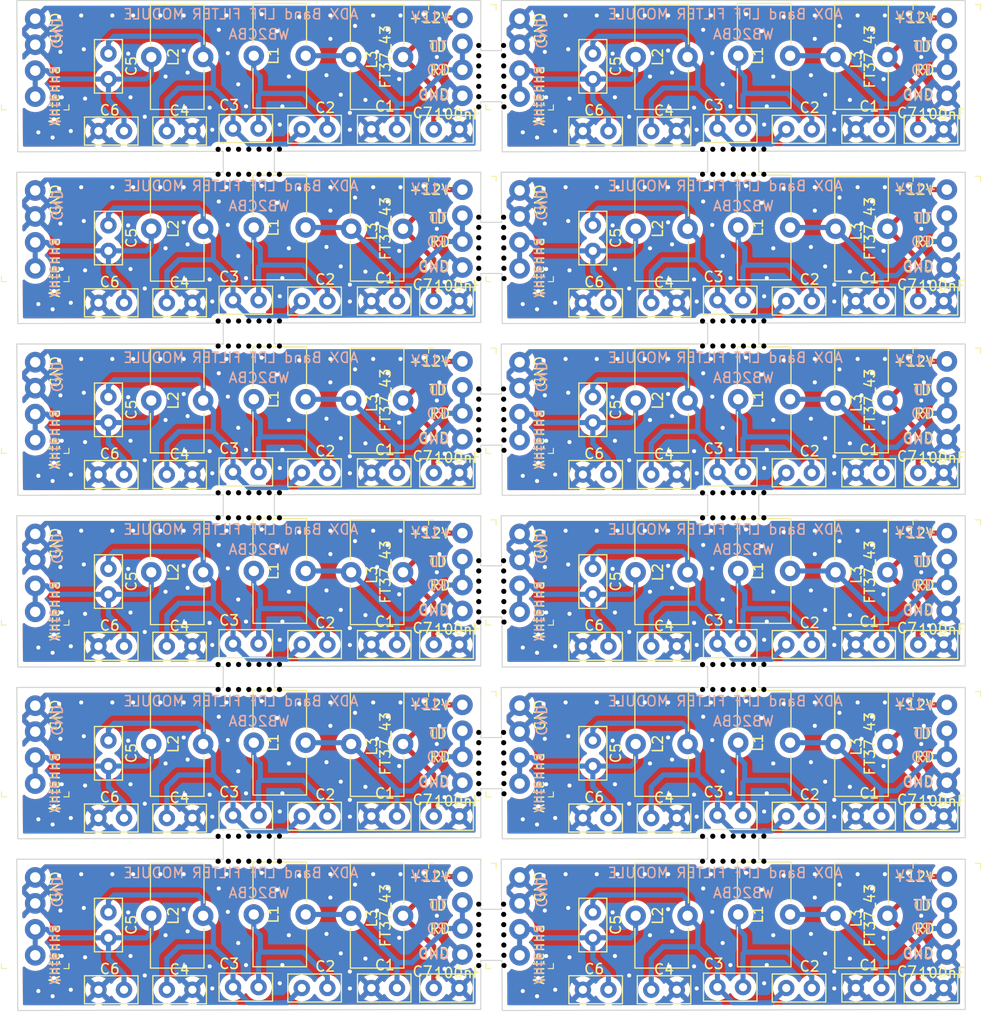
<source format=kicad_pcb>
(kicad_pcb (version 20211014) (generator pcbnew)
  (layers (0 "F.Cu" signal) (31 "B.Cu" signal) (34 "B.Paste" user) (35 "F.Paste" user) (36 "B.SilkS" user "B.Silkscreen") (37 "F.SilkS" user "F.Silkscreen") (38 "B.Mask" user) (39 "F.Mask" user) (44 "Edge.Cuts" user))
  (net 0 "")
  (net 1 "Board_0-GNDPWR")
  (net 2 "Board_0-Net-(C1-Pad1)")
  (net 3 "Board_0-Net-(C2-Pad1)")
  (net 4 "Board_0-Net-(C2-Pad2)")
  (net 5 "Board_0-Net-(C5-Pad1)")
  (net 6 "Board_0-Net-(C7-Pad2)")
  (net 7 "Board_1-GNDPWR")
  (net 8 "Board_1-Net-(C1-Pad1)")
  (net 9 "Board_1-Net-(C2-Pad1)")
  (net 10 "Board_1-Net-(C2-Pad2)")
  (net 11 "Board_1-Net-(C5-Pad1)")
  (net 12 "Board_1-Net-(C7-Pad2)")
  (net 13 "Board_2-GNDPWR")
  (net 14 "Board_2-Net-(C1-Pad1)")
  (net 15 "Board_2-Net-(C2-Pad1)")
  (net 16 "Board_2-Net-(C2-Pad2)")
  (net 17 "Board_2-Net-(C5-Pad1)")
  (net 18 "Board_2-Net-(C7-Pad2)")
  (net 19 "Board_3-GNDPWR")
  (net 20 "Board_3-Net-(C1-Pad1)")
  (net 21 "Board_3-Net-(C2-Pad1)")
  (net 22 "Board_3-Net-(C2-Pad2)")
  (net 23 "Board_3-Net-(C5-Pad1)")
  (net 24 "Board_3-Net-(C7-Pad2)")
  (net 25 "Board_4-GNDPWR")
  (net 26 "Board_4-Net-(C1-Pad1)")
  (net 27 "Board_4-Net-(C2-Pad1)")
  (net 28 "Board_4-Net-(C2-Pad2)")
  (net 29 "Board_4-Net-(C5-Pad1)")
  (net 30 "Board_4-Net-(C7-Pad2)")
  (net 31 "Board_5-GNDPWR")
  (net 32 "Board_5-Net-(C1-Pad1)")
  (net 33 "Board_5-Net-(C2-Pad1)")
  (net 34 "Board_5-Net-(C2-Pad2)")
  (net 35 "Board_5-Net-(C5-Pad1)")
  (net 36 "Board_5-Net-(C7-Pad2)")
  (net 37 "Board_6-GNDPWR")
  (net 38 "Board_6-Net-(C1-Pad1)")
  (net 39 "Board_6-Net-(C2-Pad1)")
  (net 40 "Board_6-Net-(C2-Pad2)")
  (net 41 "Board_6-Net-(C5-Pad1)")
  (net 42 "Board_6-Net-(C7-Pad2)")
  (net 43 "Board_7-GNDPWR")
  (net 44 "Board_7-Net-(C1-Pad1)")
  (net 45 "Board_7-Net-(C2-Pad1)")
  (net 46 "Board_7-Net-(C2-Pad2)")
  (net 47 "Board_7-Net-(C5-Pad1)")
  (net 48 "Board_7-Net-(C7-Pad2)")
  (net 49 "Board_8-GNDPWR")
  (net 50 "Board_8-Net-(C1-Pad1)")
  (net 51 "Board_8-Net-(C2-Pad1)")
  (net 52 "Board_8-Net-(C2-Pad2)")
  (net 53 "Board_8-Net-(C5-Pad1)")
  (net 54 "Board_8-Net-(C7-Pad2)")
  (net 55 "Board_9-GNDPWR")
  (net 56 "Board_9-Net-(C1-Pad1)")
  (net 57 "Board_9-Net-(C2-Pad1)")
  (net 58 "Board_9-Net-(C2-Pad2)")
  (net 59 "Board_9-Net-(C5-Pad1)")
  (net 60 "Board_9-Net-(C7-Pad2)")
  (net 61 "Board_10-GNDPWR")
  (net 62 "Board_10-Net-(C1-Pad1)")
  (net 63 "Board_10-Net-(C2-Pad1)")
  (net 64 "Board_10-Net-(C2-Pad2)")
  (net 65 "Board_10-Net-(C5-Pad1)")
  (net 66 "Board_10-Net-(C7-Pad2)")
  (net 67 "Board_11-GNDPWR")
  (net 68 "Board_11-Net-(C1-Pad1)")
  (net 69 "Board_11-Net-(C2-Pad1)")
  (net 70 "Board_11-Net-(C2-Pad2)")
  (net 71 "Board_11-Net-(C5-Pad1)")
  (net 72 "Board_11-Net-(C7-Pad2)")
  (footprint "NPTH" (layer "F.Cu") (at 85.1 99.2)
    (fp_text reference "REF**" hide)
    (fp_text value "NPTH" hide)
  )
  (footprint "NPTH" (layer "F.Cu") (at 38.7 99.2)
    (fp_text reference "REF**" hide)
    (fp_text value "NPTH" hide)
  )
  (footprint "NPTH" (layer "F.Cu") (at 62.670265 58.998637)
    (fp_text reference "REF**" hide)
    (fp_text value "NPTH" hide)
  )
  (footprint "NPTH" (layer "F.Cu") (at 83.1 32)
    (fp_text reference "REF**" hide)
    (fp_text value "NPTH" hide)
  )
  (footprint "digikey-footprints:PinHeader_1x4_P2.54mm_Drill1.02mm" (layer "F.Cu") (at 106 100.7 -90)
    (fp_text reference "J2" hide)
    (fp_text value "input")
  )
  (footprint "digikey-footprints:PinHeader_1x4_P2.54mm_Drill1.02mm" (layer "F.Cu") (at 16.8 74.8 90)
    (fp_text reference "J1" hide)
    (fp_text value "Antenna")
  )
  (footprint "NPTH" (layer "F.Cu") (at 62.636481 70.798656)
    (fp_text reference "REF**" hide)
    (fp_text value "NPTH" hide)
  )
  (footprint "NPTH" (layer "F.Cu") (at 60.2 42.2)
    (fp_text reference "REF**" hide)
    (fp_text value "NPTH" hide)
  )
  (footprint "Capacitor_THT:C_Disc_D5.0mm_W2.5mm_P2.50mm" (layer "F.Cu") (at 25.49 111.769 180)
    (fp_text reference "C6")
    (fp_text value " ")
  )
  (footprint "NPTH" (layer "F.Cu") (at 37.7 65.6)
    (fp_text reference "REF**" hide)
    (fp_text value "NPTH" hide)
  )
  (footprint "Capacitor_THT:C_Disc_D5.0mm_W2.5mm_P2.50mm" (layer "F.Cu") (at 99.6 78 180)
    (fp_text reference "C1")
    (fp_text value "  ")
  )
  (footprint "Capacitor_THT:C_Disc_D5.0mm_W2.5mm_P2.50mm" (layer "F.Cu") (at 29.681 78.169)
    (fp_text reference "C4")
    (fp_text value " ")
  )
  (footprint "NPTH" (layer "F.Cu") (at 37.699559 63.15011)
    (fp_text reference "REF**" hide)
    (fp_text value "NPTH" hide)
  )
  (footprint "Inductor_THT:L_Toroid_Vertical_L10.0mm_W5.0mm_P5.08mm" (layer "F.Cu") (at 75.557 20.53 90)
    (fp_text reference "L2")
    (fp_text value " ")
  )
  (footprint "Inductor_THT:L_Toroid_Vertical_L10.0mm_W5.0mm_P5.08mm" (layer "F.Cu") (at 38.19 104.403 90)
    (fp_text reference "L1")
    (fp_text value " ")
  )
  (footprint "NPTH" (layer "F.Cu") (at 38.699558 46.347903)
    (fp_text reference "REF**" hide)
    (fp_text value "NPTH" hide)
  )
  (footprint "NPTH" (layer "F.Cu") (at 62.636481 53.998656)
    (fp_text reference "REF**" hide)
    (fp_text value "NPTH" hide)
  )
  (footprint "NPTH" (layer "F.Cu") (at 60.2 25.4)
    (fp_text reference "REF**" hide)
    (fp_text value "NPTH" hide)
  )
  (footprint "Capacitor_THT:C_Disc_D5.0mm_W2.5mm_P2.50mm" (layer "F.Cu") (at 23.966 22.689 90)
    (fp_text reference "C5")
    (fp_text value " ")
  )
  (footprint "NPTH" (layer "F.Cu") (at 60.2 20.4)
    (fp_text reference "REF**" hide)
    (fp_text value "NPTH" hide)
  )
  (footprint "NPTH" (layer "F.Cu") (at 82.1 99.2)
    (fp_text reference "REF**" hide)
    (fp_text value "NPTH" hide)
  )
  (footprint "Capacitor_THT:C_Disc_D5.0mm_W2.5mm_P2.50mm" (layer "F.Cu") (at 77.081 27.769)
    (fp_text reference "C4")
    (fp_text value " ")
  )
  (footprint "NPTH" (layer "F.Cu") (at 60.2 108.4)
    (fp_text reference "REF**" hide)
    (fp_text value "NPTH" hide)
  )
  (footprint "Capacitor_THT:C_Disc_D5.0mm_W2.5mm_P2.50mm" (layer "F.Cu") (at 29.681 111.769)
    (fp_text reference "C4")
    (fp_text value " ")
  )
  (footprint "NPTH" (layer "F.Cu") (at 84.099558 63.152318)
    (fp_text reference "REF**" hide)
    (fp_text value "NPTH" hide)
  )
  (footprint "NPTH" (layer "F.Cu") (at 40.7 32)
    (fp_text reference "REF**" hide)
    (fp_text value "NPTH" hide)
  )
  (footprint "Inductor_THT:L_Toroid_Vertical_L10.0mm_W5.0mm_P5.08mm" (layer "F.Cu") (at 100.195 54.13 -90)
    (fp_text reference "L3" hide)
    (fp_text value "FT37_43")
  )
  (footprint "NPTH" (layer "F.Cu") (at 34.7 99.2)
    (fp_text reference "REF**" hide)
    (fp_text value "NPTH" hide)
  )
  (footprint "NPTH" (layer "F.Cu") (at 36.7 32)
    (fp_text reference "REF**" hide)
    (fp_text value "NPTH" hide)
  )
  (footprint "digikey-footprints:PinHeader_1x4_P2.54mm_Drill1.02mm" (layer "F.Cu") (at 16.8 41.2 90)
    (fp_text reference "J1" hide)
    (fp_text value "Antenna")
  )
  (footprint "NPTH" (layer "F.Cu") (at 60.2 88.6)
    (fp_text reference "REF**" hide)
    (fp_text value "NPTH" hide)
  )
  (footprint "Capacitor_THT:C_Disc_D5.0mm_W2.5mm_P2.50mm" (layer "F.Cu") (at 77.081 44.569)
    (fp_text reference "C4")
    (fp_text value " ")
  )
  (footprint "Inductor_THT:L_Toroid_Vertical_L10.0mm_W5.0mm_P5.08mm" (layer "F.Cu") (at 38.19 54.003 90)
    (fp_text reference "L1")
    (fp_text value " ")
  )
  (footprint "Inductor_THT:L_Toroid_Vertical_L10.0mm_W5.0mm_P5.08mm" (layer "F.Cu") (at 28.157 70.93 90)
    (fp_text reference "L2")
    (fp_text value " ")
  )
  (footprint "Capacitor_THT:C_Disc_D5.0mm_W2.5mm_P2.50mm" (layer "F.Cu") (at 23.966 89.889 90)
    (fp_text reference "C5")
    (fp_text value " ")
  )
  (footprint "NPTH" (layer "F.Cu") (at 62.663508 57.998641)
    (fp_text reference "REF**" hide)
    (fp_text value "NPTH" hide)
  )
  (footprint "NPTH" (layer "F.Cu") (at 86.1 82.4)
    (fp_text reference "REF**" hide)
    (fp_text value "NPTH" hide)
  )
  (footprint "NPTH" (layer "F.Cu") (at 60.2 73.8)
    (fp_text reference "REF**" hide)
    (fp_text value "NPTH" hide)
  )
  (footprint "NPTH" (layer "F.Cu") (at 87.1 82.4)
    (fp_text reference "REF**" hide)
    (fp_text value "NPTH" hide)
  )
  (footprint "Capacitor_THT:C_Disc_D5.0mm_W2.5mm_P2.50mm" (layer "F.Cu") (at 72.89 61.369 180)
    (fp_text reference "C6")
    (fp_text value " ")
  )
  (footprint "Inductor_THT:L_Toroid_Vertical_L10.0mm_W5.0mm_P5.08mm" (layer "F.Cu") (at 75.557 54.13 90)
    (fp_text reference "L2")
    (fp_text value " ")
  )
  (footprint "NPTH" (layer "F.Cu") (at 62.643238 105.398652)
    (fp_text reference "REF**" hide)
    (fp_text value "NPTH" hide)
  )
  (footprint "Inductor_THT:L_Toroid_Vertical_L10.0mm_W5.0mm_P5.08mm" (layer "F.Cu") (at 75.557 37.33 90)
    (fp_text reference "L2")
    (fp_text value " ")
  )
  (footprint "NPTH" (layer "F.Cu") (at 37.7 48.8)
    (fp_text reference "REF**" hide)
    (fp_text value "NPTH" hide)
  )
  (footprint "NPTH" (layer "F.Cu") (at 60.2 72.8)
    (fp_text reference "REF**" hide)
    (fp_text value "NPTH" hide)
  )
  (footprint "Capacitor_THT:C_Disc_D5.0mm_W2.5mm_P2.50mm" (layer "F.Cu") (at 52.2 94.8 180)
    (fp_text reference "C1")
    (fp_text value "  ")
  )
  (footprint "NPTH" (layer "F.Cu") (at 82.1 32)
    (fp_text reference "REF**" hide)
    (fp_text value "NPTH" hide)
  )
  (footprint "NPTH" (layer "F.Cu") (at 82.1 48.8)
    (fp_text reference "REF**" hide)
    (fp_text value "NPTH" hide)
  )
  (footprint "NPTH" (layer "F.Cu") (at 62.629725 86.59866)
    (fp_text reference "REF**" hide)
    (fp_text value "NPTH" hide)
  )
  (footprint "NPTH" (layer "F.Cu") (at 62.663508 108.398641)
    (fp_text reference "REF**" hide)
    (fp_text value "NPTH" hide)
  )
  (footprint "NPTH" (layer "F.Cu") (at 62.629725 69.79866)
    (fp_text reference "REF**" hide)
    (fp_text value "NPTH" hide)
  )
  (footprint "Capacitor_THT:C_Disc_D5.0mm_W2.5mm_P2.50mm" (layer "F.Cu") (at 25.49 44.569 180)
    (fp_text reference "C6")
    (fp_text value " ")
  )
  (footprint "NPTH" (layer "F.Cu") (at 62.649995 106.398648)
    (fp_text reference "REF**" hide)
    (fp_text value "NPTH" hide)
  )
  (footprint "NPTH" (layer "F.Cu") (at 83.1 82.4)
    (fp_text reference "REF**" hide)
    (fp_text value "NPTH" hide)
  )
  (footprint "NPTH" (layer "F.Cu") (at 60.2 41.2)
    (fp_text reference "REF**" hide)
    (fp_text value "NPTH" hide)
  )
  (footprint "NPTH" (layer "F.Cu") (at 39.699557 63.145695)
    (fp_text reference "REF**" hide)
    (fp_text value "NPTH" hide)
  )
  (footprint "NPTH" (layer "F.Cu") (at 60.2 19.4)
    (fp_text reference "REF**" hide)
    (fp_text value "NPTH" hide)
  )
  (footprint "NPTH" (layer "F.Cu") (at 86.099558 46.347903)
    (fp_text reference "REF**" hide)
    (fp_text value "NPTH" hide)
  )
  (footprint "NPTH" (layer "F.Cu") (at 39.699557 29.545695)
    (fp_text reference "REF**" hide)
    (fp_text value "NPTH" hide)
  )
  (footprint "digikey-footprints:PinHeader_1x4_P2.54mm_Drill1.02mm" (layer "F.Cu") (at 16.8 91.6 90)
    (fp_text reference "J1" hide)
    (fp_text value "Antenna")
  )
  (footprint "NPTH" (layer "F.Cu") (at 84.099558 96.752318)
    (fp_text reference "REF**" hide)
    (fp_text value "NPTH" hide)
  )
  (footprint "NPTH" (layer "F.Cu") (at 86.099558 79.947903)
    (fp_text reference "REF**" hide)
    (fp_text value "NPTH" hide)
  )
  (footprint "Capacitor_THT:C_Disc_D5.0mm_W2.5mm_P2.50mm" (layer "F.Cu") (at 42.889 44.4)
    (fp_text reference "C2")
    (fp_text value " ")
  )
  (footprint "NPTH" (layer "F.Cu") (at 88.099557 29.543488)
    (fp_text reference "REF**" hide)
    (fp_text value "NPTH" hide)
  )
  (footprint "NPTH" (layer "F.Cu") (at 86.1 48.8)
    (fp_text reference "REF**" hide)
    (fp_text value "NPTH" hide)
  )
  (footprint "NPTH" (layer "F.Cu") (at 86.099558 63.147903)
    (fp_text reference "REF**" hide)
    (fp_text value "NPTH" hide)
  )
  (footprint "Capacitor_THT:C_Disc_D5.0mm_W2.5mm_P2.50mm" (layer "F.Cu") (at 72.89 111.769 180)
    (fp_text reference "C6")
    (fp_text value " ")
  )
  (footprint "Capacitor_THT:C_Disc_D5.0mm_W2.5mm_P2.50mm" (layer "F.Cu") (at 58.3 27.6 180)
    (fp_text reference "C7")
    (fp_text value "100nF")
  )
  (footprint "NPTH" (layer "F.Cu") (at 60.2 57)
    (fp_text reference "REF**" hide)
    (fp_text value "NPTH" hide)
  )
  (footprint "Inductor_THT:L_Toroid_Vertical_L10.0mm_W5.0mm_P5.08mm" (layer "F.Cu") (at 38.19 87.603 90)
    (fp_text reference "L1")
    (fp_text value " ")
  )
  (footprint "NPTH" (layer "F.Cu") (at 62.643238 54.998652)
    (fp_text reference "REF**" hide)
    (fp_text value "NPTH" hide)
  )
  (footprint "NPTH" (layer "F.Cu") (at 82.099559 79.956733)
    (fp_text reference "REF**" hide)
    (fp_text value "NPTH" hide)
  )
  (footprint "NPTH" (layer "F.Cu") (at 62.670265 42.198637)
    (fp_text reference "REF**" hide)
    (fp_text value "NPTH" hide)
  )
  (footprint "NPTH" (layer "F.Cu") (at 35.7 65.6)
    (fp_text reference "REF**" hide)
    (fp_text value "NPTH" hide)
  )
  (footprint "NPTH" (layer "F.Cu") (at 82.1 65.6)
    (fp_text reference "REF**" hide)
    (fp_text value "NPTH" hide)
  )
  (footprint "NPTH" (layer "F.Cu") (at 36.7 65.6)
    (fp_text reference "REF**" hide)
    (fp_text value "NPTH" hide)
  )
  (footprint "NPTH" (layer "F.Cu") (at 85.099558 63.15011)
    (fp_text reference "REF**" hide)
    (fp_text value "NPTH" hide)
  )
  (footprint "NPTH" (layer "F.Cu") (at 35.69956 63.154525)
    (fp_text reference "REF**" hide)
    (fp_text value "NPTH" hide)
  )
  (footprint "NPTH" (layer "F.Cu") (at 83.099559 63.154525)
    (fp_text reference "REF**" hide)
    (fp_text value "NPTH" hide)
  )
  (footprint "NPTH" (layer "F.Cu") (at 40.7 99.2)
    (fp_text reference "REF**" hide)
    (fp_text value "NPTH" hide)
  )
  (footprint "NPTH" (layer "F.Cu") (at 36.7 82.4)
    (fp_text reference "REF**" hide)
    (fp_text value "NPTH" hide)
  )
  (footprint "NPTH" (layer "F.Cu") (at 34.69956 96.756733)
    (fp_text reference "REF**" hide)
    (fp_text value "NPTH" hide)
  )
  (footprint "NPTH" (layer "F.Cu") (at 87.099557 96.745695)
    (fp_text reference "REF**" hide)
    (fp_text value "NPTH" hide)
  )
  (footprint "NPTH" (layer "F.Cu") (at 35.7 99.2)
    (fp_text reference "REF**" hide)
    (fp_text value "NPTH" hide)
  )
  (footprint "Capacitor_THT:C_Disc_D5.0mm_W2.5mm_P2.50mm" (layer "F.Cu") (at 52.2 61.2 180)
    (fp_text reference "C1")
    (fp_text value "  ")
  )
  (footprint "NPTH" (layer "F.Cu") (at 60.2 71.8)
    (fp_text reference "REF**" hide)
    (fp_text value "NPTH" hide)
  )
  (footprint "NPTH" (layer "F.Cu") (at 84.099558 46.352318)
    (fp_text reference "REF**" hide)
    (fp_text value "NPTH" hide)
  )
  (footprint "NPTH" (layer "F.Cu") (at 38.699558 29.547903)
    (fp_text reference "REF**" hide)
    (fp_text value "NPTH" hide)
  )
  (footprint "Capacitor_THT:C_Disc_D5.0mm_W2.5mm_P2.50mm" (layer "F.Cu") (at 105.7 44.4 180)
    (fp_text reference "C7")
    (fp_text value "100nF")
  )
  (footprint "NPTH" (layer "F.Cu") (at 87.1 48.8)
    (fp_text reference "REF**" hide)
    (fp_text value "NPTH" hide)
  )
  (footprint "NPTH" (layer "F.Cu") (at 37.699559 29.55011)
    (fp_text reference "REF**" hide)
    (fp_text value "NPTH" hide)
  )
  (footprint "NPTH" (layer "F.Cu") (at 86.099558 29.547903)
    (fp_text reference "REF**" hide)
    (fp_text value "NPTH" hide)
  )
  (footprint "NPTH" (layer "F.Cu") (at 62.643238 38.198652)
    (fp_text reference "REF**" hide)
    (fp_text value "NPTH" hide)
  )
  (footprint "NPTH" (layer "F.Cu") (at 62.670265 109.398637)
    (fp_text reference "REF**" hide)
    (fp_text value "NPTH" hide)
  )
  (footprint "NPTH" (layer "F.Cu") (at 60.2 39.2)
    (fp_text reference "REF**" hide)
    (fp_text value "NPTH" hide)
  )
  (footprint "digikey-footprints:PinHeader_1x4_P2.54mm_Drill1.02mm" (layer "F.Cu") (at 106 50.3 -90)
    (fp_text reference "J2" hide)
    (fp_text value "input")
  )
  (footprint "NPTH" (layer "F.Cu") (at 60.2 92.6)
    (fp_text reference "REF**" hide)
    (fp_text value "NPTH" hide)
  )
  (footprint "digikey-footprints:PinHeader_1x4_P2.54mm_Drill1.02mm" (layer "F.Cu") (at 58.6 50.3 -90)
    (fp_text reference "J2" hide)
    (fp_text value "input")
  )
  (footprint "NPTH" (layer "F.Cu") (at 60.2 109.4)
    (fp_text reference "REF**" hide)
    (fp_text value "NPTH" hide)
  )
  (footprint "NPTH" (layer "F.Cu") (at 82.099559 96.756733)
    (fp_text reference "REF**" hide)
    (fp_text value "NPTH" hide)
  )
  (footprint "Capacitor_THT:C_Disc_D5.0mm_W2.5mm_P2.50mm" (layer "F.Cu") (at 99.6 111.6 180)
    (fp_text reference "C1")
    (fp_text value "  ")
  )
  (footprint "NPTH" (layer "F.Cu") (at 62.629725 19.398661)
    (fp_text reference "REF**" hide)
    (fp_text value "NPTH" hide)
  )
  (footprint "Capacitor_THT:C_Disc_D5.0mm_W2.5mm_P2.50mm" (layer "F.Cu") (at 58.3 44.4 180)
    (fp_text reference "C7")
    (fp_text value "100nF")
  )
  (footprint "NPTH" (layer "F.Cu") (at 60.2 36.2)
    (fp_text reference "REF**" hide)
    (fp_text value "NPTH" hide)
  )
  (footprint "Inductor_THT:L_Toroid_Vertical_L10.0mm_W5.0mm_P5.08mm" (layer "F.Cu") (at 28.157 54.13 90)
    (fp_text reference "L2")
    (fp_text value " ")
  )
  (footprint "NPTH" (layer "F.Cu") (at 40.699557 79.943488)
    (fp_text reference "REF**" hide)
    (fp_text value "NPTH" hide)
  )
  (footprint "NPTH" (layer "F.Cu") (at 36.699559 79.952318)
    (fp_text reference "REF**" hide)
    (fp_text value "NPTH" hide)
  )
  (footprint "Capacitor_THT:C_Disc_D5.0mm_W2.5mm_P2.50mm" (layer "F.Cu") (at 52.2 78 180)
    (fp_text reference "C1")
    (fp_text value "  ")
  )
  (footprint "NPTH" (layer "F.Cu") (at 60.2 91.6)
    (fp_text reference "REF**" hide)
    (fp_text value "NPTH" hide)
  )
  (footprint "NPTH" (layer "F.Cu") (at 40.699557 96.743488)
    (fp_text reference "REF**" hide)
    (fp_text value "NPTH" hide)
  )
  (footprint "NPTH" (layer "F.Cu") (at 85.099558 79.95011)
    (fp_text reference "REF**" hide)
    (fp_text value "NPTH" hide)
  )
  (footprint "Capacitor_THT:C_Disc_D5.0mm_W2.5mm_P2.50mm" (layer "F.Cu") (at 71.366 89.889 90)
    (fp_text reference "C5")
    (fp_text value " ")
  )
  (footprint "NPTH" (layer "F.Cu") (at 37.7 32)
    (fp_text reference "REF**" hide)
    (fp_text value "NPTH" hide)
  )
  (footprint "NPTH" (layer "F.Cu") (at 60.2 106.4)
    (fp_text reference "REF**" hide)
    (fp_text value "NPTH" hide)
  )
  (footprint "NPTH" (layer "F.Cu") (at 40.699557 29.543488)
    (fp_text reference "REF**" hide)
    (fp_text value "NPTH" hide)
  )
  (footprint "NPTH" (layer "F.Cu") (at 38.699558 63.147903)
    (fp_text reference "REF**" hide)
    (fp_text value "NPTH" hide)
  )
  (footprint "NPTH" (layer "F.Cu") (at 62.663508 91.598641)
    (fp_text reference "REF**" hide)
    (fp_text value "NPTH" hide)
  )
  (footprint "NPTH" (layer "F.Cu") (at 62.636481 20.398657)
    (fp_text reference "REF**" hide)
    (fp_text value "NPTH" hide)
  )
  (footprint "NPTH" (layer "F.Cu") (at 62.649995 89.598648)
    (fp_text reference "REF**" hide)
    (fp_text value "NPTH" hide)
  )
  (footprint "Capacitor_THT:C_Disc_D5.0mm_W2.5mm_P2.50mm" (layer "F.Cu") (at 23.966 56.289 90)
    (fp_text reference "C5")
    (fp_text value " ")
  )
  (footprint "Capacitor_THT:C_Disc_D5.0mm_W2.5mm_P2.50mm" (layer "F.Cu") (at 90.289 27.6)
    (fp_text reference "C2")
    (fp_text value " ")
  )
  (footprint "NPTH" (layer "F.Cu") (at 62.629725 36.19866)
    (fp_text reference "REF**" hide)
    (fp_text value "NPTH" hide)
  )
  (footprint "Inductor_THT:L_Toroid_Vertical_L10.0mm_W5.0mm_P5.08mm" (layer "F.Cu") (at 100.195 20.53 -90)
    (fp_text reference "L3" hide)
    (fp_text value "FT37_43")
  )
  (footprint "NPTH" (layer "F.Cu") (at 62.636481 87.598656)
    (fp_text reference "REF**" hide)
    (fp_text value "NPTH" hide)
  )
  (footprint "Capacitor_THT:C_Disc_D5.0mm_W2.5mm_P2.50mm" (layer "F.Cu") (at 90.289 78)
    (fp_text reference "C2")
    (fp_text value " ")
  )
  (footprint "digikey-footprints:PinHeader_1x4_P2.54mm_Drill1.02mm" (layer "F.Cu") (at 58.6 16.7 -90)
    (fp_text reference "J2" hide)
    (fp_text value "input")
  )
  (footprint "NPTH" (layer "F.Cu") (at 39.7 32)
    (fp_text reference "REF**" hide)
    (fp_text value "NPTH" hide)
  )
  (footprint "Capacitor_THT:C_Disc_D5.0mm_W2.5mm_P2.50mm" (layer "F.Cu") (at 36.158 61.115)
    (fp_text reference "C3")
    (fp_text value " ")
  )
  (footprint "Inductor_THT:L_Toroid_Vertical_L10.0mm_W5.0mm_P5.08mm" (layer "F.Cu") (at 52.795 54.13 -90)
    (fp_text reference "L3" hide)
    (fp_text value "FT37_43")
  )
  (footprint "Capacitor_THT:C_Disc_D5.0mm_W2.5mm_P2.50mm" (layer "F.Cu") (at 71.366 56.289 90)
    (fp_text reference "C5")
    (fp_text value " ")
  )
  (footprint "NPTH" (layer "F.Cu") (at 35.69956 79.954525)
    (fp_text reference "REF**" hide)
    (fp_text value "NPTH" hide)
  )
  (footprint "NPTH" (layer "F.Cu") (at 34.7 48.8)
    (fp_text reference "REF**" hide)
    (fp_text value "NPTH" hide)
  )
  (footprint "Capacitor_THT:C_Disc_D5.0mm_W2.5mm_P2.50mm" (layer "F.Cu") (at 83.558 61.115)
    (fp_text reference "C3")
    (fp_text value " ")
  )
  (footprint "Capacitor_THT:C_Disc_D5.0mm_W2.5mm_P2.50mm" (layer "F.Cu") (at 83.558 77.915)
    (fp_text reference "C3")
    (fp_text value " ")
  )
  (footprint "NPTH" (layer "F.Cu") (at 83.099559 46.354525)
    (fp_text reference "REF**" hide)
    (fp_text value "NPTH" hide)
  )
  (footprint "Inductor_THT:L_Toroid_Vertical_L10.0mm_W5.0mm_P5.08mm" (layer "F.Cu") (at 28.157 104.53 90)
    (fp_text reference "L2")
    (fp_text value " ")
  )
  (footprint "Capacitor_THT:C_Disc_D5.0mm_W2.5mm_P2.50mm" (layer "F.Cu") (at 23.966 39.489 90)
    (fp_text reference "C5")
    (fp_text value " ")
  )
  (footprint "NPTH" (layer "F.Cu") (at 60.2 23.4)
    (fp_text reference "REF**" hide)
    (fp_text value "NPTH" hide)
  )
  (footprint "NPTH" (layer "F.Cu") (at 86.1 65.6)
    (fp_text reference "REF**" hide)
    (fp_text value "NPTH" hide)
  )
  (footprint "NPTH" (layer "F.Cu") (at 38.699558 79.947903)
    (fp_text reference "REF**" hide)
    (fp_text value "NPTH" hide)
  )
  (footprint "NPTH" (layer "F.Cu") (at 37.7 99.2)
    (fp_text reference "REF**" hide)
    (fp_text value "NPTH" hide)
  )
  (footprint "NPTH" (layer "F.Cu") (at 62.636481 37.198656)
    (fp_text reference "REF**" hide)
    (fp_text value "NPTH" hide)
  )
  (footprint "NPTH" (layer "F.Cu") (at 34.69956 63.156733)
    (fp_text reference "REF**" hide)
    (fp_text value "NPTH" hide)
  )
  (footprint "NPTH" (layer "F.Cu") (at 62.670265 75.798637)
    (fp_text reference "REF**" hide)
    (fp_text value "NPTH" hide)
  )
  (footprint "NPTH" (layer "F.Cu") (at 60.2 21.4)
    (fp_text reference "REF**" hide)
    (fp_text value "NPTH" hide)
  )
  (footprint "Capacitor_THT:C_Disc_D5.0mm_W2.5mm_P2.50mm" (layer "F.Cu") (at 72.89 94.969 180)
    (fp_text reference "C6")
    (fp_text value " ")
  )
  (footprint "NPTH" (layer "F.Cu") (at 83.099559 79.954525)
    (fp_text reference "REF**" hide)
    (fp_text value "NPTH" hide)
  )
  (footprint "digikey-footprints:PinHeader_1x4_P2.54mm_Drill1.02mm" (layer "F.Cu") (at 58.6 83.9 -90)
    (fp_text reference "J2" hide)
    (fp_text value "input")
  )
  (footprint "NPTH" (layer "F.Cu") (at 39.699557 79.945695)
    (fp_text reference "REF**" hide)
    (fp_text value "NPTH" hide)
  )
  (footprint "NPTH" (layer "F.Cu") (at 60.2 58)
    (fp_text reference "REF**" hide)
    (fp_text value "NPTH" hide)
  )
  (footprint "NPTH" (layer "F.Cu") (at 83.1 99.2)
    (fp_text reference "REF**" hide)
    (fp_text value "NPTH" hide)
  )
  (footprint "NPTH" (layer "F.Cu") (at 62.649995 22.398649)
    (fp_text reference "REF**" hide)
    (fp_text value "NPTH" hide)
  )
  (footprint "NPTH" (layer "F.Cu") (at 36.699559 96.752318)
    (fp_text reference "REF**" hide)
    (fp_text value "NPTH" hide)
  )
  (footprint "Capacitor_THT:C_Disc_D5.0mm_W2.5mm_P2.50mm" (layer "F.Cu") (at 25.49 78.169 180)
    (fp_text reference "C6")
    (fp_text value " ")
  )
  (footprint "NPTH" (layer "F.Cu") (at 36.699559 29.552318)
    (fp_text reference "REF**" hide)
    (fp_text value "NPTH" hide)
  )
  (footprint "NPTH" (layer "F.Cu") (at 37.699559 46.35011)
    (fp_text reference "REF**" hide)
    (fp_text value "NPTH" hide)
  )
  (footprint "Inductor_THT:L_Toroid_Vertical_L10.0mm_W5.0mm_P5.08mm" (layer "F.Cu") (at 75.557 70.93 90)
    (fp_text reference "L2")
    (fp_text value " ")
  )
  (footprint "Capacitor_THT:C_Disc_D5.0mm_W2.5mm_P2.50mm" (layer "F.Cu") (at 36.158 27.515)
    (fp_text reference "C3")
    (fp_text value " ")
  )
  (footprint "Capacitor_THT:C_Disc_D5.0mm_W2.5mm_P2.50mm" (layer "F.Cu") (at 52.2 27.6 180)
    (fp_text reference "C1")
    (fp_text value "  ")
  )
  (footprint "NPTH" (layer "F.Cu") (at 60.2 86.6)
    (fp_text reference "REF**" hide)
    (fp_text value "NPTH" hide)
  )
  (footprint "NPTH" (layer "F.Cu") (at 88.099557 96.743488)
    (fp_text reference "REF**" hide)
    (fp_text value "NPTH" hide)
  )
  (footprint "Capacitor_THT:C_Disc_D5.0mm_W2.5mm_P2.50mm" (layer "F.Cu") (at 105.7 78 180)
    (fp_text reference "C7")
    (fp_text value "100nF")
  )
  (footprint "NPTH" (layer "F.Cu") (at 34.69956 46.356733)
    (fp_text reference "REF**" hide)
    (fp_text value "NPTH" hide)
  )
  (footprint "Capacitor_THT:C_Disc_D5.0mm_W2.5mm_P2.50mm" (layer "F.Cu") (at 52.2 44.4 180)
    (fp_text reference "C1")
    (fp_text value "  ")
  )
  (footprint "digikey-footprints:PinHeader_1x4_P2.54mm_Drill1.02mm" (layer "F.Cu") (at 58.6 100.7 -90)
    (fp_text reference "J2" hide)
    (fp_text value "input")
  )
  (footprint "NPTH" (layer "F.Cu") (at 85.1 82.4)
    (fp_text reference "REF**" hide)
    (fp_text value "NPTH" hide)
  )
  (footprint "Capacitor_THT:C_Disc_D5.0mm_W2.5mm_P2.50mm" (layer "F.Cu") (at 25.49 61.369 180)
    (fp_text reference "C6")
    (fp_text value " ")
  )
  (footprint "NPTH" (layer "F.Cu") (at 39.7 82.4)
    (fp_text reference "REF**" hide)
    (fp_text value "NPTH" hide)
  )
  (footprint "NPTH" (layer "F.Cu") (at 83.099559 29.554525)
    (fp_text reference "REF**" hide)
    (fp_text value "NPTH" hide)
  )
  (footprint "Inductor_THT:L_Toroid_Vertical_L10.0mm_W5.0mm_P5.08mm" (layer "F.Cu") (at 28.157 87.73 90)
    (fp_text reference "L2")
    (fp_text value " ")
  )
  (footprint "Capacitor_THT:C_Disc_D5.0mm_W2.5mm_P2.50mm" (layer "F.Cu") (at 83.558 111.515)
    (fp_text reference "C3")
    (fp_text value " ")
  )
  (footprint "NPTH" (layer "F.Cu") (at 62.629725 103.39866)
    (fp_text reference "REF**" hide)
    (fp_text value "NPTH" hide)
  )
  (footprint "NPTH" (layer "F.Cu") (at 62.629725 52.99866)
    (fp_text reference "REF**" hide)
    (fp_text value "NPTH" hide)
  )
  (footprint "Capacitor_THT:C_Disc_D5.0mm_W2.5mm_P2.50mm" (layer "F.Cu") (at 42.889 61.2)
    (fp_text reference "C2")
    (fp_text value " ")
  )
  (footprint "NPTH" (layer "F.Cu") (at 36.7 99.2)
    (fp_text reference "REF**" hide)
    (fp_text value "NPTH" hide)
  )
  (footprint "NPTH" (layer "F.Cu") (at 60.2 103.4)
    (fp_text reference "REF**" hide)
    (fp_text value "NPTH" hide)
  )
  (footprint "NPTH" (layer "F.Cu") (at 39.7 65.6)
    (fp_text reference "REF**" hide)
    (fp_text value "NPTH" hide)
  )
  (footprint "NPTH" (layer "F.Cu") (at 62.656752 107.398644)
    (fp_text reference "REF**" hide)
    (fp_text value "NPTH" hide)
  )
  (footprint "digikey-footprints:PinHeader_1x4_P2.54mm_Drill1.02mm" (layer "F.Cu") (at 106 83.9 -90)
    (fp_text reference "J2" hide)
    (fp_text value "input")
  )
  (footprint "NPTH" (layer "F.Cu") (at 60.2 24.4)
    (fp_text reference "REF**" hide)
    (fp_text value "NPTH" hide)
  )
  (footprint "NPTH" (layer "F.Cu") (at 60.2 87.6)
    (fp_text reference "REF**" hide)
    (fp_text value "NPTH" hide)
  )
  (footprint "NPTH" (layer "F.Cu") (at 62.656752 56.998644)
    (fp_text reference "REF**" hide)
    (fp_text value "NPTH" hide)
  )
  (footprint "Capacitor_THT:C_Disc_D5.0mm_W2.5mm_P2.50mm" (layer "F.Cu") (at 58.3 94.8 180)
    (fp_text reference "C7")
    (fp_text value "100nF")
  )
  (footprint "NPTH" (layer "F.Cu") (at 84.1 32)
    (fp_text reference "REF**" hide)
    (fp_text value "NPTH" hide)
  )
  (footprint "Capacitor_THT:C_Disc_D5.0mm_W2.5mm_P2.50mm" (layer "F.Cu") (at 42.889 94.8)
    (fp_text reference "C2")
    (fp_text value " ")
  )
  (footprint "NPTH" (layer "F.Cu") (at 88.099557 79.943488)
    (fp_text reference "REF**" hide)
    (fp_text value "NPTH" hide)
  )
  (footprint "NPTH" (layer "F.Cu") (at 62.656752 23.398644)
    (fp_text reference "REF**" hide)
    (fp_text value "NPTH" hide)
  )
  (footprint "NPTH" (layer "F.Cu") (at 37.7 82.4)
    (fp_text reference "REF**" hide)
    (fp_text value "NPTH" hide)
  )
  (footprint "digikey-footprints:PinHeader_1x4_P2.54mm_Drill1.02mm" (layer "F.Cu") (at 64.2 24.4 90)
    (fp_text reference "J1" hide)
    (fp_text value "Antenna")
  )
  (footprint "Inductor_THT:L_Toroid_Vertical_L10.0mm_W5.0mm_P5.08mm" (layer "F.Cu") (at 52.795 20.53 -90)
    (fp_text reference "L3" hide)
    (fp_text value "FT37_43")
  )
  (footprint "NPTH" (layer "F.Cu") (at 36.7 48.8)
    (fp_text reference "REF**" hide)
    (fp_text value "NPTH" hide)
  )
  (footprint "NPTH" (layer "F.Cu") (at 62.656752 40.198644)
    (fp_text reference "REF**" hide)
    (fp_text value "NPTH" hide)
  )
  (footprint "NPTH" (layer "F.Cu") (at 84.099558 29.552318)
    (fp_text reference "REF**" hide)
    (fp_text value "NPTH" hide)
  )
  (footprint "NPTH" (layer "F.Cu") (at 36.699559 46.352318)
    (fp_text reference "REF**" hide)
    (fp_text value "NPTH" hide)
  )
  (footprint "NPTH" (layer "F.Cu") (at 84.1 48.8)
    (fp_text reference "REF**" hide)
    (fp_text value "NPTH" hide)
  )
  (footprint "Capacitor_THT:C_Disc_D5.0mm_W2.5mm_P2.50mm" (layer "F.Cu") (at 90.289 44.4)
    (fp_text reference "C2")
    (fp_text value " ")
  )
  (footprint "NPTH" (layer "F.Cu") (at 85.099558 29.55011)
    (fp_text reference "REF**" hide)
    (fp_text value "NPTH" hide)
  )
  (footprint "NPTH" (layer "F.Cu") (at 40.699557 63.143488)
    (fp_text reference "REF**" hide)
    (fp_text value "NPTH" hide)
  )
  (footprint "NPTH" (layer "F.Cu") (at 62.636481 104.398656)
    (fp_text reference "REF**" hide)
    (fp_text value "NPTH" hide)
  )
  (footprint "Capacitor_THT:C_Disc_D5.0mm_W2.5mm_P2.50mm" (layer "F.Cu") (at 90.289 94.8)
    (fp_text reference "C2")
    (fp_text value " ")
  )
  (footprint "digikey-footprints:PinHeader_1x4_P2.54mm_Drill1.02mm" (layer "F.Cu") (at 64.2 58 90)
    (fp_text reference "J1" hide)
    (fp_text value "Antenna")
  )
  (footprint "Inductor_THT:L_Toroid_Vertical_L10.0mm_W5.0mm_P5.08mm" (layer "F.Cu") (at 28.157 20.53 90)
    (fp_text reference "L2")
    (fp_text value " ")
  )
  (footprint "NPTH" (layer "F.Cu") (at 62.649995 55.998648)
    (fp_text reference "REF**" hide)
    (fp_text value "NPTH" hide)
  )
  (footprint "Inductor_THT:L_Toroid_Vertical_L10.0mm_W5.0mm_P5.08mm" (layer "F.Cu") (at 100.195 87.73 -90)
    (fp_text reference "L3" hide)
    (fp_text value "FT37_43")
  )
  (footprint "NPTH" (layer "F.Cu") (at 60.2 53)
    (fp_text reference "REF**" hide)
    (fp_text value "NPTH" hide)
  )
  (footprint "Capacitor_THT:C_Disc_D5.0mm_W2.5mm_P2.50mm" (layer "F.Cu") (at 42.889 111.6)
    (fp_text reference "C2")
    (fp_text value " ")
  )
  (footprint "NPTH" (layer "F.Cu") (at 62.643238 21.398653)
    (fp_text reference "REF**" hide)
    (fp_text value "NPTH" hide)
  )
  (footprint "NPTH" (layer "F.Cu") (at 87.1 99.2)
    (fp_text reference "REF**" hide)
    (fp_text value "NPTH" hide)
  )
  (footprint "digikey-footprints:PinHeader_1x4_P2.54mm_Drill1.02mm" (layer "F.Cu") (at 106 33.5 -90)
    (fp_text reference "J2" hide)
    (fp_text value "input")
  )
  (footprint "NPTH" (layer "F.Cu") (at 62.649995 72.798648)
    (fp_text reference "REF**" hide)
    (fp_text value "NPTH" hide)
  )
  (footprint "NPTH" (layer "F.Cu") (at 38.7 82.4)
    (fp_text reference "REF**" hide)
    (fp_text value "NPTH" hide)
  )
  (footprint "Capacitor_THT:C_Disc_D5.0mm_W2.5mm_P2.50mm" (layer "F.Cu") (at 72.89 78.169 180)
    (fp_text reference "C6")
    (fp_text value " ")
  )
  (footprint "NPTH" (layer "F.Cu") (at 40.7 48.8)
    (fp_text reference "REF**" hide)
    (fp_text value "NPTH" hide)
  )
  (footprint "Capacitor_THT:C_Disc_D5.0mm_W2.5mm_P2.50mm" (layer "F.Cu") (at 72.89 44.569 180)
    (fp_text reference "C6")
    (fp_text value " ")
  )
  (footprint "NPTH" (layer "F.Cu") (at 62.663508 24.398641)
    (fp_text reference "REF**" hide)
    (fp_text value "NPTH" hide)
  )
  (footprint "NPTH" (layer "F.Cu") (at 34.7 32)
    (fp_text reference "REF**" hide)
    (fp_text value "NPTH" hide)
  )
  (footprint "NPTH" (layer "F.Cu") (at 88.099557 46.343488)
    (fp_text reference "REF**" hide)
    (fp_text value "NPTH" hide)
  )
  (footprint "Capacitor_THT:C_Disc_D5.0mm_W2.5mm_P2.50mm" (layer "F.Cu") (at 42.889 78)
    (fp_text reference "C2")
    (fp_text value " ")
  )
  (footprint "NPTH" (layer "F.Cu") (at 86.1 32)
    (fp_text reference "REF**" hide)
    (fp_text value "NPTH" hide)
  )
  (footprint "NPTH" (layer "F.Cu") (at 34.7 82.4)
    (fp_text reference "REF**" hide)
    (fp_text value "NPTH" hide)
  )
  (footprint "NPTH" (layer "F.Cu") (at 85.1 48.8)
    (fp_text reference "REF**" hide)
    (fp_text value "NPTH" hide)
  )
  (footprint "NPTH" (layer "F.Cu") (at 34.69956 79.956733)
    (fp_text reference "REF**" hide)
    (fp_text value "NPTH" hide)
  )
  (footprint "NPTH" (layer "F.Cu") (at 60.2 38.2)
    (fp_text reference "REF**" hide)
    (fp_text value "NPTH" hide)
  )
  (footprint "NPTH" (layer "F.Cu") (at 60.2 74.8)
    (fp_text reference "REF**" hide)
    (fp_text value "NPTH" hide)
  )
  (footprint "NPTH" (layer "F.Cu") (at 34.69956 29.556733)
    (fp_text reference "REF**" hide)
    (fp_text value "NPTH" hide)
  )
  (footprint "Capacitor_THT:C_Disc_D5.0mm_W2.5mm_P2.50mm" (layer "F.Cu") (at 90.289 111.6)
    (fp_text reference "C2")
    (fp_text value " ")
  )
  (footprint "Capacitor_THT:C_Disc_D5.0mm_W2.5mm_P2.50mm" (layer "F.Cu") (at 83.558 27.515)
    (fp_text reference "C3")
    (fp_text value " ")
  )
  (footprint "NPTH" (layer "F.Cu") (at 60.2 107.4)
    (fp_text reference "REF**" hide)
    (fp_text value "NPTH" hide)
  )
  (footprint "Capacitor_THT:C_Disc_D5.0mm_W2.5mm_P2.50mm" (layer "F.Cu") (at 23.966 73.089 90)
    (fp_text reference "C5")
    (fp_text value " ")
  )
  (footprint "Capacitor_THT:C_Disc_D5.0mm_W2.5mm_P2.50mm" (layer "F.Cu") (at 23.966 106.689 90)
    (fp_text reference "C5")
    (fp_text value " ")
  )
  (footprint "NPTH" (layer "F.Cu") (at 38.699558 96.747903)
    (fp_text reference "REF**" hide)
    (fp_text value "NPTH" hide)
  )
  (footprint "Capacitor_THT:C_Disc_D5.0mm_W2.5mm_P2.50mm" (layer "F.Cu") (at 105.7 61.2 180)
    (fp_text reference "C7")
    (fp_text value "100nF")
  )
  (footprint "NPTH" (layer "F.Cu") (at 84.1 99.2)
    (fp_text reference "REF**" hide)
    (fp_text value "NPTH" hide)
  )
  (footprint "Capacitor_THT:C_Disc_D5.0mm_W2.5mm_P2.50mm" (layer "F.Cu") (at 29.681 94.969)
    (fp_text reference "C4")
    (fp_text value " ")
  )
  (footprint "Inductor_THT:L_Toroid_Vertical_L10.0mm_W5.0mm_P5.08mm" (layer "F.Cu") (at 38.19 37.203 90)
    (fp_text reference "L1")
    (fp_text value " ")
  )
  (footprint "digikey-footprints:PinHeader_1x4_P2.54mm_Drill1.02mm" (layer "F.Cu") (at 64.2 108.4 90)
    (fp_text reference "J1" hide)
    (fp_text value "Antenna")
  )
  (footprint "NPTH" (layer "F.Cu") (at 34.7 65.6)
    (fp_text reference "REF**" hide)
    (fp_text value "NPTH" hide)
  )
  (footprint "NPTH" (layer "F.Cu") (at 62.670265 92.598637)
    (fp_text reference "REF**" hide)
    (fp_text value "NPTH" hide)
  )
  (footprint "NPTH" (layer "F.Cu") (at 83.1 65.6)
    (fp_text reference "REF**" hide)
    (fp_text value "NPTH" hide)
  )
  (footprint "NPTH" (layer "F.Cu") (at 36.699559 63.152318)
    (fp_text reference "REF**" hide)
    (fp_text value "NPTH" hide)
  )
  (footprint "NPTH" (layer "F.Cu") (at 84.1 65.6)
    (fp_text reference "REF**" hide)
    (fp_text value "NPTH" hide)
  )
  (footprint "NPTH" (layer "F.Cu") (at 87.099557 79.945695)
    (fp_text reference "REF**" hide)
    (fp_text value "NPTH" hide)
  )
  (footprint "Capacitor_THT:C_Disc_D5.0mm_W2.5mm_P2.50mm" (layer "F.Cu") (at 77.081 78.169)
    (fp_text reference "C4")
    (fp_text value " ")
  )
  (footprint "NPTH" (layer "F.Cu") (at 62.656752 73.798644)
    (fp_text reference "REF**" hide)
    (fp_text value "NPTH" hide)
  )
  (footprint "NPTH" (layer "F.Cu") (at 82.099559 29.556733)
    (fp_text reference "REF**" hide)
    (fp_text value "NPTH" hide)
  )
  (footprint "Capacitor_THT:C_Disc_D5.0mm_W2.5mm_P2.50mm" (layer "F.Cu") (at 105.7 94.8 180)
    (fp_text reference "C7")
    (fp_text value "100nF")
  )
  (footprint "NPTH" (layer "F.Cu") (at 88.099557 63.143488)
    (fp_text reference "REF**" hide)
    (fp_text value "NPTH" hide)
  )
  (footprint "NPTH" (layer "F.Cu") (at 60.2 75.8)
    (fp_text reference "REF**" hide)
    (fp_text value "NPTH" hide)
  )
  (footprint "digikey-footprints:PinHeader_1x4_P2.54mm_Drill1.02mm" (layer "F.Cu") (at 16.8 108.4 90)
    (fp_text reference "J1" hide)
    (fp_text value "Antenna")
  )
  (footprint "Capacitor_THT:C_Disc_D5.0mm_W2.5mm_P2.50mm" (layer "F.Cu") (at 25.49 94.969 180)
    (fp_text reference "C6")
    (fp_text value " ")
  )
  (footprint "NPTH" (layer "F.Cu") (at 60.2 104.4)
    (fp_text reference "REF**" hide)
    (fp_text value "NPTH" hide)
  )
  (footprint "NPTH" (layer "F.Cu") (at 87.099557 46.345695)
    (fp_text reference "REF**" hide)
    (fp_text value "NPTH" hide)
  )
  (footprint "NPTH" (layer "F.Cu") (at 87.1 65.6)
    (fp_text reference "REF**" hide)
    (fp_text value "NPTH" hide)
  )
  (footprint "NPTH" (layer "F.Cu") (at 85.1 65.6)
    (fp_text reference "REF**" hide)
    (fp_text value "NPTH" hide)
  )
  (footprint "Inductor_THT:L_Toroid_Vertical_L10.0mm_W5.0mm_P5.08mm" (layer "F.Cu") (at 100.195 104.53 -90)
    (fp_text reference "L3" hide)
    (fp_text value "FT37_43")
  )
  (footprint "NPTH" (layer "F.Cu") (at 38.7 48.8)
    (fp_text reference "REF**" hide)
    (fp_text value "NPTH" hide)
  )
  (footprint "Inductor_THT:L_Toroid_Vertical_L10.0mm_W5.0mm_P5.08mm" (layer "F.Cu") (at 52.795 87.73 -90)
    (fp_text reference "L3" hide)
    (fp_text value "FT37_43")
  )
  (footprint "NPTH" (layer "F.Cu") (at 60.2 70.8)
    (fp_text reference "REF**" hide)
    (fp_text value "NPTH" hide)
  )
  (footprint "digikey-footprints:PinHeader_1x4_P2.54mm_Drill1.02mm" (layer "F.Cu") (at 64.2 91.6 90)
    (fp_text reference "J1" hide)
    (fp_text value "Antenna")
  )
  (footprint "NPTH" (layer "F.Cu") (at 88.1 82.4)
    (fp_text reference "REF**" hide)
    (fp_text value "NPTH" hide)
  )
  (footprint "NPTH" (layer "F.Cu") (at 60.2 56)
    (fp_text reference "REF**" hide)
    (fp_text value "NPTH" hide)
  )
  (footprint "Inductor_THT:L_Toroid_Vertical_L10.0mm_W5.0mm_P5.08mm" (layer "F.Cu") (at 52.795 104.53 -90)
    (fp_text reference "L3" hide)
    (fp_text value "FT37_43")
  )
  (footprint "Inductor_THT:L_Toroid_Vertical_L10.0mm_W5.0mm_P5.08mm" (layer "F.Cu") (at 85.59 37.203 90)
    (fp_text reference "L1")
    (fp_text value " ")
  )
  (footprint "NPTH" (layer "F.Cu") (at 60.2 69.8)
    (fp_text reference "REF**" hide)
    (fp_text value "NPTH" hide)
  )
  (footprint "Capacitor_THT:C_Disc_D5.0mm_W2.5mm_P2.50mm" (layer "F.Cu") (at 58.3 61.2 180)
    (fp_text reference "C7")
    (fp_text value "100nF")
  )
  (footprint "NPTH" (layer "F.Cu") (at 62.670265 25.398637)
    (fp_text reference "REF**" hide)
    (fp_text value "NPTH" hide)
  )
  (footprint "Inductor_THT:L_Toroid_Vertical_L10.0mm_W5.0mm_P5.08mm" (layer "F.Cu") (at 85.59 87.603 90)
    (fp_text reference "L1")
    (fp_text value " ")
  )
  (footprint "Inductor_THT:L_Toroid_Vertical_L10.0mm_W5.0mm_P5.08mm" (layer "F.Cu") (at 85.59 70.803 90)
    (fp_text reference "L1")
    (fp_text value " ")
  )
  (footprint "NPTH" (layer "F.Cu") (at 35.69956 29.554525)
    (fp_text reference "REF**" hide)
    (fp_text value "NPTH" hide)
  )
  (footprint "Inductor_THT:L_Toroid_Vertical_L10.0mm_W5.0mm_P5.08mm" (layer "F.Cu") (at 38.19 70.803 90)
    (fp_text reference "L1")
    (fp_text value " ")
  )
  (footprint "NPTH" (layer "F.Cu") (at 60.2 59)
    (fp_text reference "REF**" hide)
    (fp_text value "NPTH" hide)
  )
  (footprint "NPTH" (layer "F.Cu") (at 40.699557 46.343488)
    (fp_text reference "REF**" hide)
    (fp_text value "NPTH" hide)
  )
  (footprint "NPTH" (layer "F.Cu") (at 84.099558 79.952318)
    (fp_text reference "REF**" hide)
    (fp_text value "NPTH" hide)
  )
  (footprint "NPTH" (layer "F.Cu") (at 88.1 32)
    (fp_text reference "REF**" hide)
    (fp_text value "NPTH" hide)
  )
  (footprint "NPTH" (layer "F.Cu") (at 87.099557 63.145695)
    (fp_text reference "REF**" hide)
    (fp_text value "NPTH" hide)
  )
  (footprint "Capacitor_THT:C_Disc_D5.0mm_W2.5mm_P2.50mm" (layer "F.Cu") (at 29.681 27.769)
    (fp_text reference "C4")
    (fp_text value " ")
  )
  (footprint "Inductor_THT:L_Toroid_Vertical_L10.0mm_W5.0mm_P5.08mm" (layer "F.Cu") (at 100.195 70.93 -90)
    (fp_text reference "L3" hide)
    (fp_text value "FT37_43")
  )
  (footprint "NPTH" (layer "F.Cu") (at 37.699559 79.95011)
    (fp_text reference "REF**" hide)
    (fp_text value "NPTH" hide)
  )
  (footprint "NPTH" (layer "F.Cu") (at 60.2 105.4)
    (fp_text reference "REF**" hide)
    (fp_text value "NPTH" hide)
  )
  (footprint "Capacitor_THT:C_Disc_D5.0mm_W2.5mm_P2.50mm" (layer "F.Cu") (at 25.49 27.769 180)
    (fp_text reference "C6")
    (fp_text value " ")
  )
  (footprint "NPTH" (layer "F.Cu") (at 40.7 65.6)
    (fp_text reference "REF**" hide)
    (fp_text value "NPTH" hide)
  )
  (footprint "Capacitor_THT:C_Disc_D5.0mm_W2.5mm_P2.50mm" (layer "F.Cu") (at 83.558 94.715)
    (fp_text reference "C3")
    (fp_text value " ")
  )
  (footprint "Capacitor_THT:C_Disc_D5.0mm_W2.5mm_P2.50mm" (layer "F.Cu") (at 36.158 77.915)
    (fp_text reference "C3")
    (fp_text value " ")
  )
  (footprint "NPTH" (layer "F.Cu") (at 60.2 37.2)
    (fp_text reference "REF**" hide)
    (fp_text value "NPTH" hide)
  )
  (footprint "Capacitor_THT:C_Disc_D5.0mm_W2.5mm_P2.50mm" (layer "F.Cu") (at 99.6 27.6 180)
    (fp_text reference "C1")
    (fp_text value "  ")
  )
  (footprint "Capacitor_THT:C_Disc_D5.0mm_W2.5mm_P2.50mm" (layer "F.Cu") (at 42.889 27.6)
    (fp_text reference "C2")
    (fp_text value " ")
  )
  (footprint "digikey-footprints:PinHeader_1x4_P2.54mm_Drill1.02mm" (layer "F.Cu") (at 16.8 24.4 90)
    (fp_text reference "J1" hide)
    (fp_text value "Antenna")
  )
  (footprint "NPTH" (layer "F.Cu") (at 87.099557 29.545695)
    (fp_text reference "REF**" hide)
    (fp_text value "NPTH" hide)
  )
  (footprint "Inductor_THT:L_Toroid_Vertical_L10.0mm_W5.0mm_P5.08mm" (layer "F.Cu") (at 75.557 104.53 90)
    (fp_text reference "L2")
    (fp_text value " ")
  )
  (footprint "NPTH" (layer "F.Cu") (at 62.656752 90.598644)
    (fp_text reference "REF**" hide)
    (fp_text value "NPTH" hide)
  )
  (footprint "NPTH" (layer "F.Cu") (at 86.099558 96.747903)
    (fp_text reference "REF**" hide)
    (fp_text value "NPTH" hide)
  )
  (footprint "NPTH" (layer "F.Cu") (at 39.699557 46.345695)
    (fp_text reference "REF**" hide)
    (fp_text value "NPTH" hide)
  )
  (footprint "NPTH" (layer "F.Cu") (at 86.1 99.2)
    (fp_text reference "REF**" hide)
    (fp_text value "NPTH" hide)
  )
  (footprint "NPTH" (layer "F.Cu") (at 82.099559 46.356733)
    (fp_text reference "REF**" hide)
    (fp_text value "NPTH" hide)
  )
  (footprint "NPTH" (layer "F.Cu") (at 35.7 48.8)
    (fp_text reference "REF**" hide)
    (fp_text value "NPTH" hide)
  )
  (footprint "NPTH" (layer "F.Cu") (at 60.2 22.4)
    (fp_text reference "REF**" hide)
    (fp_text value "NPTH" hide)
  )
  (footprint "Capacitor_THT:C_Disc_D5.0mm_W2.5mm_P2.50mm" (layer "F.Cu") (at 77.081 94.969)
    (fp_text reference "C4")
    (fp_text value " ")
  )
  (footprint "Capacitor_THT:C_Disc_D5.0mm_W2.5mm_P2.50mm" (layer "F.Cu") (at 99.6 94.8 180)
    (fp_text reference "C1")
    (fp_text value "  ")
  )
  (footprint "NPTH" (layer "F.Cu") (at 85.1 32)
    (fp_text reference "REF**" hide)
    (fp_text value "NPTH" hide)
  )
  (footprint "NPTH" (layer "F.Cu") (at 38.7 65.6)
    (fp_text reference "REF**" hide)
    (fp_text value "NPTH" hide)
  )
  (footprint "Inductor_THT:L_Toroid_Vertical_L10.0mm_W5.0mm_P5.08mm" (layer "F.Cu") (at 85.59 54.003 90)
    (fp_text reference "L1")
    (fp_text value " ")
  )
  (footprint "NPTH" (layer "F.Cu") (at 39.699557 96.745695)
    (fp_text reference "REF**" hide)
    (fp_text value "NPTH" hide)
  )
  (footprint "NPTH" (layer "F.Cu") (at 37.699559 96.75011)
    (fp_text reference "REF**" hide)
    (fp_text value "NPTH" hide)
  )
  (footprint "NPTH" (layer "F.Cu") (at 87.1 32)
    (fp_text reference "REF**" hide)
    (fp_text value "NPTH" hide)
  )
  (footprint "Inductor_THT:L_Toroid_Vertical_L10.0mm_W5.0mm_P5.08mm" (layer "F.Cu") (at 100.195 37.33 -90)
    (fp_text reference "L3" hide)
    (fp_text value "FT37_43")
  )
  (footprint "NPTH" (layer "F.Cu") (at 84.1 82.4)
    (fp_text reference "REF**" hide)
    (fp_text value "NPTH" hide)
  )
  (footprint "NPTH" (layer "F.Cu") (at 83.1 48.8)
    (fp_text reference "REF**" hide)
    (fp_text value "NPTH" hide)
  )
  (footprint "Capacitor_THT:C_Disc_D5.0mm_W2.5mm_P2.50mm" (layer "F.Cu") (at 71.366 106.689 90)
    (fp_text reference "C5")
    (fp_text value " ")
  )
  (footprint "NPTH" (layer "F.Cu") (at 88.1 65.6)
    (fp_text reference "REF**" hide)
    (fp_text value "NPTH" hide)
  )
  (footprint "Capacitor_THT:C_Disc_D5.0mm_W2.5mm_P2.50mm" (layer "F.Cu") (at 77.081 61.369)
    (fp_text reference "C4")
    (fp_text value " ")
  )
  (footprint "NPTH" (layer "F.Cu") (at 35.69956 46.354525)
    (fp_text reference "REF**" hide)
    (fp_text value "NPTH" hide)
  )
  (footprint "NPTH" (layer "F.Cu") (at 83.099559 96.754525)
    (fp_text reference "REF**" hide)
    (fp_text value "NPTH" hide)
  )
  (footprint "NPTH" (layer "F.Cu") (at 82.099559 63.156733)
    (fp_text reference "REF**" hide)
    (fp_text value "NPTH" hide)
  )
  (footprint "Capacitor_THT:C_Disc_D5.0mm_W2.5mm_P2.50mm" (layer "F.Cu") (at 105.7 27.6 180)
    (fp_text reference "C7")
    (fp_text value "100nF")
  )
  (footprint "Capacitor_THT:C_Disc_D5.0mm_W2.5mm_P2.50mm" (layer "F.Cu") (at 71.366 73.089 90)
    (fp_text reference "C5")
    (fp_text value " ")
  )
  (footprint "NPTH" (layer "F.Cu") (at 60.2 54)
    (fp_text reference "REF**" hide)
    (fp_text value "NPTH" hide)
  )
  (footprint "NPTH" (layer "F.Cu") (at 60.2 90.6)
    (fp_text reference "REF**" hide)
    (fp_text value "NPTH" hide)
  )
  (footprint "NPTH" (layer "F.Cu") (at 62.663508 41.198641)
    (fp_text reference "REF**" hide)
    (fp_text value "NPTH" hide)
  )
  (footprint "digikey-footprints:PinHeader_1x4_P2.54mm_Drill1.02mm" (layer "F.Cu") (at 106 67.1 -90)
    (fp_text reference "J2" hide)
    (fp_text value "input")
  )
  (footprint "NPTH" (layer "F.Cu") (at 60.2 89.6)
    (fp_text reference "REF**" hide)
    (fp_text value "NPTH" hide)
  )
  (footprint "NPTH" (layer "F.Cu") (at 62.643238 71.798652)
    (fp_text reference "REF**" hide)
    (fp_text value "NPTH" hide)
  )
  (footprint "NPTH" (layer "F.Cu") (at 82.1 82.4)
    (fp_text reference "REF**" hide)
    (fp_text value "NPTH" hide)
  )
  (footprint "digikey-footprints:PinHeader_1x4_P2.54mm_Drill1.02mm" (layer "F.Cu") (at 64.2 74.8 90)
    (fp_text reference "J1" hide)
    (fp_text value "Antenna")
  )
  (footprint "digikey-footprints:PinHeader_1x4_P2.54mm_Drill1.02mm" (layer "F.Cu") (at 16.8 58 90)
    (fp_text reference "J1" hide)
    (fp_text value "Antenna")
  )
  (footprint "Capacitor_THT:C_Disc_D5.0mm_W2.5mm_P2.50mm" (layer "F.Cu") (at 99.6 44.4 180)
    (fp_text reference "C1")
    (fp_text value "  ")
  )
  (footprint "Capacitor_THT:C_Disc_D5.0mm_W2.5mm_P2.50mm" (layer "F.Cu") (at 71.366 22.689 90)
    (fp_text reference "C5")
    (fp_text value " ")
  )
  (footprint "Inductor_THT:L_Toroid_Vertical_L10.0mm_W5.0mm_P5.08mm" (layer "F.Cu") (at 85.59 104.403 90)
    (fp_text reference "L1")
    (fp_text value " ")
  )
  (footprint "NPTH" (layer "F.Cu") (at 62.643238 88.598652)
    (fp_text reference "REF**" hide)
    (fp_text value "NPTH" hide)
  )
  (footprint "Capacitor_THT:C_Disc_D5.0mm_W2.5mm_P2.50mm" (layer "F.Cu") (at 52.2 111.6 180)
    (fp_text reference "C1")
    (fp_text value "  ")
  )
  (footprint "NPTH" (layer "F.Cu") (at 60.2 55)
    (fp_text reference "REF**" hide)
    (fp_text value "NPTH" hide)
  )
  (footprint "digikey-footprints:PinHeader_1x4_P2.54mm_Drill1.02mm" (layer "F.Cu") (at 58.6 33.5 -90)
    (fp_text reference "J2" hide)
    (fp_text value "input")
  )
  (footprint "Inductor_THT:L_Toroid_Vertical_L10.0mm_W5.0mm_P5.08mm" (layer "F.Cu") (at 52.795 37.33 -90)
    (fp_text reference "L3" hide)
    (fp_text value "FT37_43")
  )
  (footprint "NPTH" (layer "F.Cu") (at 38.7 32)
    (fp_text reference "REF**" hide)
    (fp_text value "NPTH" hide)
  )
  (footprint "NPTH" (layer "F.Cu") (at 40.7 82.4)
    (fp_text reference "REF**" hide)
    (fp_text value "NPTH" hide)
  )
  (footprint "NPTH" (layer "F.Cu") (at 62.663508 74.798641)
    (fp_text reference "REF**" hide)
    (fp_text value "NPTH" hide)
  )
  (footprint "Capacitor_THT:C_Disc_D5.0mm_W2.5mm_P2.50mm" (layer "F.Cu") (at 72.89 27.769 180)
    (fp_text reference "C6")
    (fp_text value " ")
  )
  (footprint "Capacitor_THT:C_Disc_D5.0mm_W2.5mm_P2.50mm" (layer "F.Cu") (at 77.081 111.769)
    (fp_text reference "C4")
    (fp_text value " ")
  )
  (footprint "Capacitor_THT:C_Disc_D5.0mm_W2.5mm_P2.50mm" (layer "F.Cu") (at 71.366 39.489 90)
    (fp_text reference "C5")
    (fp_text value " ")
  )
  (footprint "Inductor_THT:L_Toroid_Vertical_L10.0mm_W5.0mm_P5.08mm" (layer "F.Cu") (at 38.19 20.403 90)
    (fp_text reference "L1")
    (fp_text value " ")
  )
  (footprint "Capacitor_THT:C_Disc_D5.0mm_W2.5mm_P2.50mm" (layer "F.Cu") (at 29.681 61.369)
    (fp_text reference "C4")
    (fp_text value " ")
  )
  (footprint "NPTH" (layer "F.Cu") (at 35.69956 96.754525)
    (fp_text reference "REF**" hide)
    (fp_text value "NPTH" hide)
  )
  (footprint "NPTH" (layer "F.Cu") (at 88.1 99.2)
    (fp_text reference "REF**" hide)
    (fp_text value "NPTH" hide)
  )
  (footprint "NPTH" (layer "F.Cu") (at 39.7 99.2)
    (fp_text reference "REF**" hide)
    (fp_text value "NPTH" hide)
  )
  (footprint "Inductor_THT:L_Toroid_Vertical_L10.0mm_W5.0mm_P5.08mm" (layer "F.Cu") (at 85.59 20.403 90)
    (fp_text reference "L1")
    (fp_text value " ")
  )
  (footprint "Capacitor_THT:C_Disc_D5.0mm_W2.5mm_P2.50mm" (layer "F.Cu") (at 99.6 61.2 180)
    (fp_text reference "C1")
    (fp_text value "  ")
  )
  (footprint "digikey-footprints:PinHeader_1x4_P2.54mm_Drill1.02mm" (layer "F.Cu") (at 64.2 41.2 90)
    (fp_text reference "J1" hide)
    (fp_text value "Antenna")
  )
  (footprint "Capacitor_THT:C_Disc_D5.0mm_W2.5mm_P2.50mm" (layer "F.Cu") (at 83.558 44.315)
    (fp_text reference "C3")
    (fp_text value " ")
  )
  (footprint "NPTH" (layer "F.Cu") (at 62.649995 39.198648)
    (fp_text reference "REF**" hide)
    (fp_text value "NPTH" hide)
  )
  (footprint "Capacitor_THT:C_Disc_D5.0mm_W2.5mm_P2.50mm" (layer "F.Cu") (at 105.7 111.6 180)
    (fp_text reference "C7")
    (fp_text value "100nF")
  )
  (footprint "Capacitor_THT:C_Disc_D5.0mm_W2.5mm_P2.50mm" (layer "F.Cu") (at 36.158 44.315)
    (fp_text reference "C3")
    (fp_text value " ")
  )
  (footprint "NPTH" (layer "F.Cu") (at 39.7 48.8)
    (fp_text reference "REF**" hide)
    (fp_text value "NPTH" hide)
  )
  (footprint "Capacitor_THT:C_Disc_D5.0mm_W2.5mm_P2.50mm" (layer "F.Cu") (at 36.158 111.515)
    (fp_text reference "C3")
    (fp_text value " ")
  )
  (footprint "Inductor_THT:L_Toroid_Vertical_L10.0mm_W5.0mm_P5.08mm" (layer "F.Cu") (at 28.157 37.33 90)
    (fp_text reference "L2")
    (fp_text value " ")
  )
  (footprint "NPTH" (layer "F.Cu") (at 35.7 32)
    (fp_text reference "REF**" hide)
    (fp_text value "NPTH" hide)
  )
  (footprint "NPTH" (layer "F.Cu") (at 60.2 40.2)
    (fp_text reference "REF**" hide)
    (fp_text value "NPTH" hide)
  )
  (footprint "Capacitor_THT:C_Disc_D5.0mm_W2.5mm_P2.50mm" (layer "F.Cu") (at 58.3 111.6 180)
    (fp_text reference "C7")
    (fp_text value "100nF")
  )
  (footprint "Capacitor_THT:C_Disc_D5.0mm_W2.5mm_P2.50mm" (layer "F.Cu") (at 36.158 94.715)
    (fp_text reference "C3")
    (fp_text value " ")
  )
  (footprint "NPTH" (layer "F.Cu") (at 85.099558 96.75011)
    (fp_text reference "REF**" hide)
    (fp_text value "NPTH" hide)
  )
  (footprint "digikey-footprints:PinHeader_1x4_P2.54mm_Drill1.02mm" (layer "F.Cu") (at 106 16.7 -90)
    (fp_text reference "J2" hide)
    (fp_text value "input")
  )
  (footprint "digikey-footprints:PinHeader_1x4_P2.54mm_Drill1.02mm" (layer "F.Cu") (at 58.6 67.1 -90)
    (fp_text reference "J2" hide)
    (fp_text value "input")
  )
  (footprint "NPTH" (layer "F.Cu") (at 35.7 82.4)
    (fp_text reference "REF**" hide)
    (fp_text value "NPTH" hide)
  )
  (footprint "NPTH" (layer "F.Cu") (at 88.1 48.8)
    (fp_text reference "REF**" hide)
    (fp_text value "NPTH" hide)
  )
  (footprint "Capacitor_THT:C_Disc_D5.0mm_W2.5mm_P2.50mm" (layer "F.Cu") (at 29.681 44.569)
    (fp_text reference "C4")
    (fp_text value " ")
  )
  (footprint "NPTH" (layer "F.Cu") (at 85.099558 46.35011)
    (fp_text reference "REF**" hide)
    (fp_text value "NPTH" hide)
  )
  (footprint "Inductor_THT:L_Toroid_Vertical_L10.0mm_W5.0mm_P5.08mm" (layer "F.Cu") (at 52.795 70.93 -90)
    (fp_text reference "L3" hide)
    (fp_text value "FT37_43")
  )
  (footprint "Inductor_THT:L_Toroid_Vertical_L10.0mm_W5.0mm_P5.08mm" (layer "F.Cu") (at 75.557 87.73 90)
    (fp_text reference "L2")
    (fp_text value " ")
  )
  (footprint "Capacitor_THT:C_Disc_D5.0mm_W2.5mm_P2.50mm" (layer "F.Cu") (at 58.3 78 180)
    (fp_text reference "C7")
    (fp_text value "100nF")
  )
  (footprint "Capacitor_THT:C_Disc_D5.0mm_W2.5mm_P2.50mm" (layer "F.Cu") (at 90.289 61.2)
    (fp_text reference "C2")
    (fp_text value " ")
  )
  (gr_line (start 82.6 80.155629) (end 82.6 81.2) (layer "Edge.Cuts") (width 0.1))
  (gr_line (start 60.4 19.9) (end 60.4 15) (layer "Edge.Cuts") (width 0.1))
  (gr_line (start 107.8 46.5) (end 107.8 31.8) (layer "Edge.Cuts") (width 0.1))
  (gr_line (start 35.2 96.955629) (end 35.2 98) (layer "Edge.Cuts") (width 0.1))
  (gr_line (start 62.4 31.8) (end 62.433108 36.7) (layer "Edge.Cuts") (width 0.1))
  (gr_line (start 40.2 48.6) (end 40.2 47.6) (layer "Edge.Cuts") (width 0.1))
  (gr_line (start 107.8 48.6) (end 87.6 48.6) (layer "Edge.Cuts") (width 0.1))
  (gr_line (start 60.4 53.5) (end 60.4 48.6) (layer "Edge.Cuts") (width 0.1))
  (gr_line (start 35.2 65.4) (end 15 65.4) (layer "Edge.Cuts") (width 0.1))
  (gr_line (start 87.6 47.6) (end 87.6 46.544591) (layer "Edge.Cuts") (width 0.1))
  (gr_line (start 107.8 63.3) (end 107.8 48.6) (layer "Edge.Cuts") (width 0.1))
  (gr_line (start 60.4 99) (end 40.2 99) (layer "Edge.Cuts") (width 0.1))
  (gr_line (start 62.5 29.8) (end 82.6 29.755629) (layer "Edge.Cuts") (width 0.1))
  (gr_line (start 82.6 82.2) (end 62.4 82.2) (layer "Edge.Cuts") (width 0.1))
  (gr_line (start 61.4 87.1) (end 60.4 87.1) (layer "Edge.Cuts") (width 0.1))
  (gr_line (start 40.2 47.6) (end 40.2 46.544591) (layer "Edge.Cuts") (width 0.1))
  (gr_line (start 82.6 48.6) (end 62.4 48.6) (layer "Edge.Cuts") (width 0.1))
  (gr_line (start 60.4 31.8) (end 40.2 31.8) (layer "Edge.Cuts") (width 0.1))
  (gr_line (start 60.4 87.1) (end 60.4 82.2) (layer "Edge.Cuts") (width 0.1))
  (gr_line (start 35.2 99) (end 15 99) (layer "Edge.Cuts") (width 0.1))
  (gr_line (start 60.4 65.4) (end 60.4 65.4) (layer "Edge.Cuts") (width 0.1))
  (gr_line (start 60.4 41.7) (end 61.4 41.7) (layer "Edge.Cuts") (width 0.1))
  (gr_line (start 60.4 92.1) (end 61.4 92.1) (layer "Edge.Cuts") (width 0.1))
  (gr_line (start 15 31.8) (end 15.1 46.6) (layer "Edge.Cuts") (width 0.1))
  (gr_line (start 40.2 99) (end 40.2 98) (layer "Edge.Cuts") (width 0.1))
  (gr_line (start 60.4 36.7) (end 60.4 31.8) (layer "Edge.Cuts") (width 0.1))
  (gr_line (start 62.5 46.6) (end 82.6 46.555629) (layer "Edge.Cuts") (width 0.1))
  (gr_line (start 60.4 108.9) (end 61.4 108.9) (layer "Edge.Cuts") (width 0.1))
  (gr_line (start 15.1 97) (end 35.2 96.955629) (layer "Edge.Cuts") (width 0.1))
  (gr_line (start 62.433108 103.9) (end 61.4 103.9) (layer "Edge.Cuts") (width 0.1))
  (gr_line (start 60.4 15) (end 15 15) (layer "Edge.Cuts") (width 0.1))
  (gr_line (start 62.433108 36.7) (end 61.4 36.7) (layer "Edge.Cuts") (width 0.1))
  (gr_line (start 87.6 30.8) (end 87.6 29.744591) (layer "Edge.Cuts") (width 0.1))
  (gr_line (start 82.6 31.8) (end 62.4 31.8) (layer "Edge.Cuts") (width 0.1))
  (gr_line (start 87.6 63.344591) (end 107.8 63.3) (layer "Edge.Cuts") (width 0.1))
  (gr_line (start 82.6 30.8) (end 82.6 31.8) (layer "Edge.Cuts") (width 0.1))
  (gr_line (start 60.4 63.3) (end 60.4 58.5) (layer "Edge.Cuts") (width 0.1))
  (gr_line (start 40.2 30.8) (end 40.2 29.744591) (layer "Edge.Cuts") (width 0.1))
  (gr_line (start 107.8 96.9) (end 107.8 82.2) (layer "Edge.Cuts") (width 0.1))
  (gr_line (start 87.6 64.4) (end 87.6 63.344591) (layer "Edge.Cuts") (width 0.1))
  (gr_line (start 61.4 58.5) (end 62.466891 58.5) (layer "Edge.Cuts") (width 0.1))
  (gr_line (start 61.4 41.7) (end 62.466891 41.7) (layer "Edge.Cuts") (width 0.1))
  (gr_line (start 87.6 96.944591) (end 107.8 96.9) (layer "Edge.Cuts") (width 0.1))
  (gr_line (start 62.433108 70.3) (end 61.4 70.3) (layer "Edge.Cuts") (width 0.1))
  (gr_line (start 61.4 19.9) (end 60.4 19.9) (layer "Edge.Cuts") (width 0.1))
  (gr_line (start 107.8 113.7) (end 107.8 99) (layer "Edge.Cuts") (width 0.1))
  (gr_line (start 107.8 15) (end 62.4 15) (layer "Edge.Cuts") (width 0.1))
  (gr_line (start 87.6 29.744591) (end 107.8 29.7) (layer "Edge.Cuts") (width 0.1))
  (gr_line (start 87.6 81.2) (end 87.6 80.144591) (layer "Edge.Cuts") (width 0.1))
  (gr_line (start 87.6 48.6) (end 87.6 47.6) (layer "Edge.Cuts") (width 0.1))
  (gr_line (start 87.6 98) (end 87.6 96.944591) (layer "Edge.Cuts") (width 0.1))
  (gr_line (start 61.4 103.9) (end 60.4 103.9) (layer "Edge.Cuts") (width 0.1))
  (gr_line (start 60.4 29.7) (end 60.4 24.9) (layer "Edge.Cuts") (width 0.1))
  (gr_line (start 82.6 46.555629) (end 82.6 47.6) (layer "Edge.Cuts") (width 0.1))
  (gr_line (start 35.2 47.6) (end 35.2 48.6) (layer "Edge.Cuts") (width 0.1))
  (gr_line (start 15 31.8) (end 15 31.8) (layer "Edge.Cuts") (width 0.1))
  (gr_line (start 40.2 96.944591) (end 60.4 96.9) (layer "Edge.Cuts") (width 0.1))
  (gr_line (start 60.4 58.5) (end 61.4 58.5) (layer "Edge.Cuts") (width 0.1))
  (gr_line (start 107.8 99) (end 87.6 99) (layer "Edge.Cuts") (width 0.1))
  (gr_line (start 62.4 65.4) (end 62.433108 70.3) (layer "Edge.Cuts") (width 0.1))
  (gr_line (start 82.6 29.755629) (end 82.6 30.8) (layer "Edge.Cuts") (width 0.1))
  (gr_line (start 35.2 48.6) (end 15 48.6) (layer "Edge.Cuts") (width 0.1))
  (gr_line (start 107.8 80.1) (end 107.8 65.4) (layer "Edge.Cuts") (width 0.1))
  (gr_line (start 61.4 36.7) (end 61.4 36.7) (layer "Edge.Cuts") (width 0.1))
  (gr_line (start 35.2 64.4) (end 35.2 65.4) (layer "Edge.Cuts") (width 0.1))
  (gr_line (start 62.466891 75.3) (end 62.5 80.2) (layer "Edge.Cuts") (width 0.1))
  (gr_line (start 60.4 75.3) (end 61.4 75.3) (layer "Edge.Cuts") (width 0.1))
  (gr_line (start 87.6 46.544591) (end 107.8 46.5) (layer "Edge.Cuts") (width 0.1))
  (gr_line (start 61.4 53.5) (end 61.4 53.5) (layer "Edge.Cuts") (width 0.1))
  (gr_line (start 35.2 30.8) (end 35.2 31.8) (layer "Edge.Cuts") (width 0.1))
  (gr_line (start 60.4 80.1) (end 60.4 75.3) (layer "Edge.Cuts") (width 0.1))
  (gr_line (start 61.4 92.1) (end 62.466891 92.1) (layer "Edge.Cuts") (width 0.1))
  (gr_line (start 40.2 63.344591) (end 60.4 63.3) (layer "Edge.Cuts") (width 0.1))
  (gr_line (start 62.4 99) (end 62.433108 103.9) (layer "Edge.Cuts") (width 0.1))
  (gr_line (start 60.4 103.9) (end 60.4 99) (layer "Edge.Cuts") (width 0.1))
  (gr_line (start 82.6 64.4) (end 82.6 65.4) (layer "Edge.Cuts") (width 0.1))
  (gr_line (start 15.1 46.6) (end 35.2 46.555629) (layer "Edge.Cuts") (width 0.1))
  (gr_line (start 60.4 65.4) (end 40.2 65.4) (layer "Edge.Cuts") (width 0.1))
  (gr_line (start 60.4 70.3) (end 60.4 65.4) (layer "Edge.Cuts") (width 0.1))
  (gr_line (start 40.2 98) (end 40.2 96.944591) (layer "Edge.Cuts") (width 0.1))
  (gr_line (start 15.1 29.8) (end 35.2 29.755629) (layer "Edge.Cuts") (width 0.1))
  (gr_line (start 35.2 63.355629) (end 35.2 64.4) (layer "Edge.Cuts") (width 0.1))
  (gr_line (start 15 48.6) (end 15.1 63.4) (layer "Edge.Cuts") (width 0.1))
  (gr_line (start 60.4 99) (end 60.4 99) (layer "Edge.Cuts") (width 0.1))
  (gr_line (start 62.5 113.8) (end 107.8 113.7) (layer "Edge.Cuts") (width 0.1))
  (gr_line (start 40.2 29.744591) (end 60.4 29.7) (layer "Edge.Cuts") (width 0.1))
  (gr_line (start 107.8 82.2) (end 87.6 82.2) (layer "Edge.Cuts") (width 0.1))
  (gr_line (start 15 82.2) (end 15.1 97) (layer "Edge.Cuts") (width 0.1))
  (gr_line (start 40.2 64.4) (end 40.2 63.344591) (layer "Edge.Cuts") (width 0.1))
  (gr_line (start 82.6 98) (end 82.6 99) (layer "Edge.Cuts") (width 0.1))
  (gr_line (start 62.5 80.2) (end 82.6 80.155629) (layer "Edge.Cuts") (width 0.1))
  (gr_line (start 62.466891 41.7) (end 62.5 46.6) (layer "Edge.Cuts") (width 0.1))
  (gr_line (start 62.5 63.4) (end 82.6 63.355629) (layer "Edge.Cuts") (width 0.1))
  (gr_line (start 62.4 15) (end 62.433108 19.9) (layer "Edge.Cuts") (width 0.1))
  (gr_line (start 82.6 47.6) (end 82.6 48.6) (layer "Edge.Cuts") (width 0.1))
  (gr_line (start 40.2 31.8) (end 40.2 30.8) (layer "Edge.Cuts") (width 0.1))
  (gr_line (start 61.4 24.9) (end 62.466891 24.9) (layer "Edge.Cuts") (width 0.1))
  (gr_line (start 61.4 36.7) (end 60.4 36.7) (layer "Edge.Cuts") (width 0.1))
  (gr_line (start 40.2 82.2) (end 40.2 81.2) (layer "Edge.Cuts") (width 0.1))
  (gr_line (start 60.4 46.5) (end 60.4 41.7) (layer "Edge.Cuts") (width 0.1))
  (gr_line (start 15 99) (end 15.1 113.8) (layer "Edge.Cuts") (width 0.1))
  (gr_line (start 62.466891 58.5) (end 62.5 63.4) (layer "Edge.Cuts") (width 0.1))
  (gr_line (start 35.2 46.555629) (end 35.2 47.6) (layer "Edge.Cuts") (width 0.1))
  (gr_line (start 87.6 82.2) (end 87.6 81.2) (layer "Edge.Cuts") (width 0.1))
  (gr_line (start 35.2 31.8) (end 15 31.8) (layer "Edge.Cuts") (width 0.1))
  (gr_line (start 35.2 29.755629) (end 35.2 30.8) (layer "Edge.Cuts") (width 0.1))
  (gr_line (start 60.4 96.9) (end 60.4 92.1) (layer "Edge.Cuts") (width 0.1))
  (gr_line (start 82.6 63.355629) (end 82.6 64.4) (layer "Edge.Cuts") (width 0.1))
  (gr_line (start 87.6 80.144591) (end 107.8 80.1) (layer "Edge.Cuts") (width 0.1))
  (gr_line (start 15.1 113.8) (end 60.4 113.7) (layer "Edge.Cuts") (width 0.1))
  (gr_line (start 35.2 81.2) (end 35.2 82.2) (layer "Edge.Cuts") (width 0.1))
  (gr_line (start 62.466891 92.1) (end 62.5 97) (layer "Edge.Cuts") (width 0.1))
  (gr_line (start 107.8 29.7) (end 107.8 15) (layer "Edge.Cuts") (width 0.1))
  (gr_line (start 62.5 97) (end 82.6 96.955629) (layer "Edge.Cuts") (width 0.1))
  (gr_line (start 35.2 98) (end 35.2 99) (layer "Edge.Cuts") (width 0.1))
  (gr_line (start 62.433108 53.5) (end 61.4 53.5) (layer "Edge.Cuts") (width 0.1))
  (gr_line (start 61.4 53.5) (end 60.4 53.5) (layer "Edge.Cuts") (width 0.1))
  (gr_line (start 40.2 46.544591) (end 60.4 46.5) (layer "Edge.Cuts") (width 0.1))
  (gr_line (start 15 15) (end 15.1 29.8) (layer "Edge.Cuts") (width 0.1))
  (gr_line (start 87.6 31.8) (end 87.6 30.8) (layer "Edge.Cuts") (width 0.1))
  (gr_line (start 82.6 96.955629) (end 82.6 98) (layer "Edge.Cuts") (width 0.1))
  (gr_line (start 15.1 63.4) (end 35.2 63.355629) (layer "Edge.Cuts") (width 0.1))
  (gr_line (start 62.433108 19.9) (end 61.4 19.9) (layer "Edge.Cuts") (width 0.1))
  (gr_line (start 62.466891 24.9) (end 62.5 29.8) (layer "Edge.Cuts") (width 0.1))
  (gr_line (start 40.2 81.2) (end 40.2 80.144591) (layer "Edge.Cuts") (width 0.1))
  (gr_line (start 40.2 65.4) (end 40.2 64.4) (layer "Edge.Cuts") (width 0.1))
  (gr_line (start 82.6 99) (end 62.4 99) (layer "Edge.Cuts") (width 0.1))
  (gr_line (start 87.6 99) (end 87.6 98) (layer "Edge.Cuts") (width 0.1))
  (gr_line (start 60.4 113.7) (end 60.4 108.9) (layer "Edge.Cuts") (width 0.1))
  (gr_line (start 87.6 65.4) (end 87.6 64.4) (layer "Edge.Cuts") (width 0.1))
  (gr_line (start 60.4 24.9) (end 61.4 24.9) (layer "Edge.Cuts") (width 0.1))
  (gr_line (start 62.4 48.6) (end 62.433108 53.5) (layer "Edge.Cuts") (width 0.1))
  (gr_line (start 60.4 48.6) (end 40.2 48.6) (layer "Edge.Cuts") (width 0.1))
  (gr_line (start 15 65.4) (end 15.1 80.2) (layer "Edge.Cuts") (width 0.1))
  (gr_line (start 82.6 65.4) (end 62.4 65.4) (layer "Edge.Cuts") (width 0.1))
  (gr_line (start 60.4 82.2) (end 60.4 82.2) (layer "Edge.Cuts") (width 0.1))
  (gr_line (start 60.4 82.2) (end 40.2 82.2) (layer "Edge.Cuts") (width 0.1))
  (gr_line (start 62.433108 87.1) (end 61.4 87.1) (layer "Edge.Cuts") (width 0.1))
  (gr_line (start 61.4 70.3) (end 60.4 70.3) (layer "Edge.Cuts") (width 0.1))
  (gr_line (start 62.466891 108.9) (end 62.5 113.8) (layer "Edge.Cuts") (width 0.1))
  (gr_line (start 61.4 108.9) (end 62.466891 108.9) (layer "Edge.Cuts") (width 0.1))
  (gr_line (start 107.8 31.8) (end 87.6 31.8) (layer "Edge.Cuts") (width 0.1))
  (gr_line (start 61.4 75.3) (end 62.466891 75.3) (layer "Edge.Cuts") (width 0.1))
  (gr_line (start 35.2 80.155629) (end 35.2 81.2) (layer "Edge.Cuts") (width 0.1))
  (gr_line (start 62.4 82.2) (end 62.433108 87.1) (layer "Edge.Cuts") (width 0.1))
  (gr_line (start 107.8 65.4) (end 87.6 65.4) (layer "Edge.Cuts") (width 0.1))
  (gr_line (start 82.6 81.2) (end 82.6 82.2) (layer "Edge.Cuts") (width 0.1))
  (gr_line (start 15.1 80.2) (end 35.2 80.155629) (layer "Edge.Cuts") (width 0.1))
  (gr_line (start 40.2 80.144591) (end 60.4 80.1) (layer "Edge.Cuts") (width 0.1))
  (gr_line (start 35.2 82.2) (end 15 82.2) (layer "Edge.Cuts") (width 0.1))
  (gr_text "WB2CBA" (at 86.1 18.3) (layer "B.SilkS") (effects (font (size 1 1)) (justify mirror)))
  (gr_text "TD" (at 56.2 103.5) (layer "B.SilkS") (effects (font (size 1 1)) (justify mirror)))
  (gr_text "+12V\n" (at 103 33.4) (layer "B.SilkS") (effects (font (size 1 1)) (justify mirror)))
  (gr_text "Antenna" (at 66.1 91.5 270) (layer "B.SilkS") (effects (font (size 1 1)) (justify mirror)))
  (gr_text "RD" (at 56.1 38.6) (layer "B.SilkS") (effects (font (size 1 1)) (justify mirror)))
  (gr_text "+12V\n" (at 103 100.6) (layer "B.SilkS") (effects (font (size 1 1)) (justify mirror)))
  (gr_text "GND\n" (at 18.9 85.4 270) (layer "B.SilkS") (effects (font (size 1 1)) (justify mirror)))
  (gr_text "ADX Band LPF FILTER MODULE" (at 36.92 16.339) (layer "B.SilkS") (effects (font (size 1 1)) (justify mirror)))
  (gr_text "+12V\n" (at 55.6 16.6) (layer "B.SilkS") (effects (font (size 1 1)) (justify mirror)))
  (gr_text "Antenna" (at 18.7 74.7 270) (layer "B.SilkS") (effects (font (size 1 1)) (justify mirror)))
  (gr_text "+12V\n" (at 55.6 67) (layer "B.SilkS") (effects (font (size 1 1)) (justify mirror)))
  (gr_text "RD" (at 103.5 89) (layer "B.SilkS") (effects (font (size 1 1)) (justify mirror)))
  (gr_text "TD" (at 56.2 69.9) (layer "B.SilkS") (effects (font (size 1 1)) (justify mirror)))
  (gr_text "GND\n" (at 66.3 102.2 270) (layer "B.SilkS") (effects (font (size 1 1)) (justify mirror)))
  (gr_text "GND" (at 55.8 57.9) (layer "B.SilkS") (effects (font (size 1 1)) (justify mirror)))
  (gr_text "GND\n" (at 66.3 35 270) (layer "B.SilkS") (effects (font (size 1 1)) (justify mirror)))
  (gr_text "GND" (at 103.2 74.7) (layer "B.SilkS") (effects (font (size 1 1)) (justify mirror)))
  (gr_text "GND" (at 103.2 24.3) (layer "B.SilkS") (effects (font (size 1 1)) (justify mirror)))
  (gr_text "GND" (at 55.8 108.3) (layer "B.SilkS") (effects (font (size 1 1)) (justify mirror)))
  (gr_text "GND" (at 55.8 74.7) (layer "B.SilkS") (effects (font (size 1 1)) (justify mirror)))
  (gr_text "Antenna" (at 18.7 24.3 270) (layer "B.SilkS") (effects (font (size 1 1)) (justify mirror)))
  (gr_text "GND" (at 103.2 91.5) (layer "B.SilkS") (effects (font (size 1 1)) (justify mirror)))
  (gr_text "WB2CBA" (at 86.1 68.7) (layer "B.SilkS") (effects (font (size 1 1)) (justify mirror)))
  (gr_text "ADX Band LPF FILTER MODULE" (at 84.32 49.939) (layer "B.SilkS") (effects (font (size 1 1)) (justify mirror)))
  (gr_text "WB2CBA" (at 38.7 68.7) (layer "B.SilkS") (effects (font (size 1 1)) (justify mirror)))
  (gr_text "ADX Band LPF FILTER MODULE" (at 36.92 49.939) (layer "B.SilkS") (effects (font (size 1 1)) (justify mirror)))
  (gr_text "RD" (at 56.1 72.2) (layer "B.SilkS") (effects (font (size 1 1)) (justify mirror)))
  (gr_text "+12V\n" (at 103 83.8) (layer "B.SilkS") (effects (font (size 1 1)) (justify mirror)))
  (gr_text "GND" (at 103.2 108.3) (layer "B.SilkS") (effects (font (size 1 1)) (justify mirror)))
  (gr_text "ADX Band LPF FILTER MODULE" (at 84.32 100.339) (layer "B.SilkS") (effects (font (size 1 1)) (justify mirror)))
  (gr_text "GND\n" (at 66.3 85.4 270) (layer "B.SilkS") (effects (font (size 1 1)) (justify mirror)))
  (gr_text "ADX Band LPF FILTER MODULE" (at 36.92 33.139) (layer "B.SilkS") (effects (font (size 1 1)) (justify mirror)))
  (gr_text "RD" (at 103.5 55.4) (layer "B.SilkS") (effects (font (size 1 1)) (justify mirror)))
  (gr_text "GND\n" (at 18.9 68.6 270) (layer "B.SilkS") (effects (font (size 1 1)) (justify mirror)))
  (gr_text "RD" (at 103.5 72.2) (layer "B.SilkS") (effects (font (size 1 1)) (justify mirror)))
  (gr_text "GND" (at 55.8 41.1) (layer "B.SilkS") (effects (font (size 1 1)) (justify mirror)))
  (gr_text "RD" (at 56.1 105.8) (layer "B.SilkS") (effects (font (size 1 1)) (justify mirror)))
  (gr_text "+12V\n" (at 55.6 50.2) (layer "B.SilkS") (effects (font (size 1 1)) (justify mirror)))
  (gr_text "TD" (at 103.6 36.3) (layer "B.SilkS") (effects (font (size 1 1)) (justify mirror)))
  (gr_text "ADX Band LPF FILTER MODULE" (at 84.32 83.539) (layer "B.SilkS") (effects (font (size 1 1)) (justify mirror)))
  (gr_text "RD" (at 56.1 89) (layer "B.SilkS") (effects (font (size 1 1)) (justify mirror)))
  (gr_text "GND\n" (at 18.9 51.8 270) (layer "B.SilkS") (effects (font (size 1 1)) (justify mirror)))
  (gr_text "GND\n" (at 66.3 51.8 270) (layer "B.SilkS") (effects (font (size 1 1)) (justify mirror)))
  (gr_text "ADX Band LPF FILTER MODULE" (at 84.32 16.339) (layer "B.SilkS") (effects (font (size 1 1)) (justify mirror)))
  (gr_text "Antenna" (at 18.7 41.1 270) (layer "B.SilkS") (effects (font (size 1 1)) (justify mirror)))
  (gr_text "WB2CBA" (at 86.1 51.9) (layer "B.SilkS") (effects (font (size 1 1)) (justify mirror)))
  (gr_text "GND\n" (at 66.3 18.2 270) (layer "B.SilkS") (effects (font (size 1 1)) (justify mirror)))
  (gr_text "Antenna" (at 18.7 108.3 270) (layer "B.SilkS") (effects (font (size 1 1)) (justify mirror)))
  (gr_text "TD" (at 103.6 103.5) (layer "B.SilkS") (effects (font (size 1 1)) (justify mirror)))
  (gr_text "GND\n" (at 18.9 102.2 270) (layer "B.SilkS") (effects (font (size 1 1)) (justify mirror)))
  (gr_text "Antenna" (at 66.1 24.3 270) (layer "B.SilkS") (effects (font (size 1 1)) (justify mirror)))
  (gr_text "RD" (at 56.1 21.8) (layer "B.SilkS") (effects (font (size 1 1)) (justify mirror)))
  (gr_text "RD" (at 103.5 21.8) (layer "B.SilkS") (effects (font (size 1 1)) (justify mirror)))
  (gr_text "+12V\n" (at 103 67) (layer "B.SilkS") (effects (font (size 1 1)) (justify mirror)))
  (gr_text "TD" (at 56.2 53.1) (layer "B.SilkS") (effects (font (size 1 1)) (justify mirror)))
  (gr_text "TD" (at 56.2 36.3) (layer "B.SilkS") (effects (font (size 1 1)) (justify mirror)))
  (gr_text "TD" (at 103.6 19.5) (layer "B.SilkS") (effects (font (size 1 1)) (justify mirror)))
  (gr_text "WB2CBA" (at 38.7 51.9) (layer "B.SilkS") (effects (font (size 1 1)) (justify mirror)))
  (gr_text "Antenna" (at 66.1 57.9 270) (layer "B.SilkS") (effects (font (size 1 1)) (justify mirror)))
  (gr_text "ADX Band LPF FILTER MODULE" (at 36.92 66.739) (layer "B.SilkS") (effects (font (size 1 1)) (justify mirror)))
  (gr_text "WB2CBA" (at 38.7 35.1) (layer "B.SilkS") (effects (font (size 1 1)) (justify mirror)))
  (gr_text "GND" (at 103.2 57.9) (layer "B.SilkS") (effects (font (size 1 1)) (justify mirror)))
  (gr_text "ADX Band LPF FILTER MODULE" (at 36.92 100.339) (layer "B.SilkS") (effects (font (size 1 1)) (justify mirror)))
  (gr_text "GND\n" (at 18.9 18.2 270) (layer "B.SilkS") (effects (font (size 1 1)) (justify mirror)))
  (gr_text "GND\n" (at 66.3 68.6 270) (layer "B.SilkS") (effects (font (size 1 1)) (justify mirror)))
  (gr_text "Antenna" (at 66.1 108.3 270) (layer "B.SilkS") (effects (font (size 1 1)) (justify mirror)))
  (gr_text "GND\n" (at 18.9 35 270) (layer "B.SilkS") (effects (font (size 1 1)) (justify mirror)))
  (gr_text "+12V\n" (at 55.6 100.6) (layer "B.SilkS") (effects (font (size 1 1)) (justify mirror)))
  (gr_text "GND" (at 55.8 91.5) (layer "B.SilkS") (effects (font (size 1 1)) (justify mirror)))
  (gr_text "+12V\n" (at 103 50.2) (layer "B.SilkS") (effects (font (size 1 1)) (justify mirror)))
  (gr_text "WB2CBA" (at 86.1 102.3) (layer "B.SilkS") (effects (font (size 1 1)) (justify mirror)))
  (gr_text "ADX Band LPF FILTER MODULE" (at 36.92 83.539) (layer "B.SilkS") (effects (font (size 1 1)) (justify mirror)))
  (gr_text "+12V\n" (at 55.6 33.4) (layer "B.SilkS") (effects (font (size 1 1)) (justify mirror)))
  (gr_text "WB2CBA" (at 86.1 85.5) (layer "B.SilkS") (effects (font (size 1 1)) (justify mirror)))
  (gr_text "WB2CBA" (at 38.7 85.5) (layer "B.SilkS") (effects (font (size 1 1)) (justify mirror)))
  (gr_text "Antenna" (at 18.7 57.9 270) (layer "B.SilkS") (effects (font (size 1 1)) (justify mirror)))
  (gr_text "RD" (at 103.5 38.6) (layer "B.SilkS") (effects (font (size 1 1)) (justify mirror)))
  (gr_text "ADX Band LPF FILTER MODULE" (at 84.32 33.139) (layer "B.SilkS") (effects (font (size 1 1)) (justify mirror)))
  (gr_text "Antenna" (at 66.1 41.1 270) (layer "B.SilkS") (effects (font (size 1 1)) (justify mirror)))
  (gr_text "Antenna" (at 18.7 91.5 270) (layer "B.SilkS") (effects (font (size 1 1)) (justify mirror)))
  (gr_text "WB2CBA" (at 86.1 35.1) (layer "B.SilkS") (effects (font (size 1 1)) (justify mirror)))
  (gr_text "TD" (at 56.2 19.5) (layer "B.SilkS") (effects (font (size 1 1)) (justify mirror)))
  (gr_text "Antenna" (at 66.1 74.7 270) (layer "B.SilkS") (effects (font (size 1 1)) (justify mirror)))
  (gr_text "RD" (at 56.1 55.4) (layer "B.SilkS") (effects (font (size 1 1)) (justify mirror)))
  (gr_text "TD" (at 103.6 53.1) (layer "B.SilkS") (effects (font (size 1 1)) (justify mirror)))
  (gr_text "GND" (at 55.8 24.3) (layer "B.SilkS") (effects (font (size 1 1)) (justify mirror)))
  (gr_text "RD" (at 103.5 105.8) (layer "B.SilkS") (effects (font (size 1 1)) (justify mirror)))
  (gr_text "+12V\n" (at 55.6 83.8) (layer "B.SilkS") (effects (font (size 1 1)) (justify mirror)))
  (gr_text "ADX Band LPF FILTER MODULE" (at 84.32 66.739) (layer "B.SilkS") (effects (font (size 1 1)) (justify mirror)))
  (gr_text "WB2CBA" (at 38.7 102.3) (layer "B.SilkS") (effects (font (size 1 1)) (justify mirror)))
  (gr_text "+12V\n" (at 103 16.6) (layer "B.SilkS") (effects (font (size 1 1)) (justify mirror)))
  (gr_text "GND" (at 103.2 41.1) (layer "B.SilkS") (effects (font (size 1 1)) (justify mirror)))
  (gr_text "TD" (at 56.2 86.7) (layer "B.SilkS") (effects (font (size 1 1)) (justify mirror)))
  (gr_text "TD" (at 103.6 69.9) (layer "B.SilkS") (effects (font (size 1 1)) (justify mirror)))
  (gr_text "WB2CBA" (at 38.7 18.3) (layer "B.SilkS") (effects (font (size 1 1)) (justify mirror)))
  (gr_text "TD" (at 103.6 86.7) (layer "B.SilkS") (effects (font (size 1 1)) (justify mirror)))
  (gr_text "+12V" (at 102.8 33.5) (layer "F.SilkS") (effects (font (size 1 1))))
  (gr_text "GND" (at 55.8 74.6) (layer "F.SilkS") (effects (font (size 1 1))))
  (gr_text "GND" (at 103.2 41) (layer "F.SilkS") (effects (font (size 1 1))))
  (gr_text "+12V" (at 55.4 16.7) (layer "F.SilkS") (effects (font (size 1 1))))
  (gr_text "Antenna" (at 18.7 91.5 90) (layer "F.SilkS") (effects (font (size 1 1))))
  (gr_text "TD" (at 56.2 103.5) (layer "F.SilkS") (effects (font (size 1 1))))
  (gr_text "Antenna" (at 18.7 41.1 90) (layer "F.SilkS") (effects (font (size 1 1))))
  (gr_text "GND" (at 103.2 57.8) (layer "F.SilkS") (effects (font (size 1 1))))
  (gr_text "+12V" (at 102.8 50.3) (layer "F.SilkS") (effects (font (size 1 1))))
  (gr_text "Antenna" (at 66.1 91.5 90) (layer "F.SilkS") (effects (font (size 1 1))))
  (gr_text "GND" (at 55.8 24.2) (layer "F.SilkS") (effects (font (size 1 1))))
  (gr_text "RD" (at 56.4 89) (layer "F.SilkS") (effects (font (size 1 1))))
  (gr_text "+12V" (at 102.8 16.7) (layer "F.SilkS") (effects (font (size 1 1))))
  (gr_text "GND" (at 18.8 51.3 90) (layer "F.SilkS") (effects (font (size 1 1))))
  (gr_text "GND" (at 66.2 101.7 90) (layer "F.SilkS") (effects (font (size 1 1))))
  (gr_text "GND" (at 66.2 84.9 90) (layer "F.SilkS") (effects (font (size 1 1))))
  (gr_text "TD" (at 103.6 103.5) (layer "F.SilkS") (effects (font (size 1 1))))
  (gr_text "GND" (at 66.2 17.7 90) (layer "F.SilkS") (effects (font (size 1 1))))
  (gr_text "Antenna" (at 18.7 57.9 90) (layer "F.SilkS") (effects (font (size 1 1))))
  (gr_text "Antenna" (at 18.7 108.3 90) (layer "F.SilkS") (effects (font (size 1 1))))
  (gr_text "TD" (at 103.6 53.1) (layer "F.SilkS") (effects (font (size 1 1))))
  (gr_text "GND" (at 18.8 68.1 90) (layer "F.SilkS") (effects (font (size 1 1))))
  (gr_text "+12V" (at 102.8 83.9) (layer "F.SilkS") (effects (font (size 1 1))))
  (gr_text "+12V" (at 55.4 100.7) (layer "F.SilkS") (effects (font (size 1 1))))
  (gr_text "RD" (at 103.8 72.2) (layer "F.SilkS") (effects (font (size 1 1))))
  (gr_text "GND" (at 55.8 91.4) (layer "F.SilkS") (effects (font (size 1 1))))
  (gr_text "TD" (at 56.2 69.9) (layer "F.SilkS") (effects (font (size 1 1))))
  (gr_text "RD" (at 103.8 21.8) (layer "F.SilkS") (effects (font (size 1 1))))
  (gr_text "TD" (at 56.2 86.7) (layer "F.SilkS") (effects (font (size 1 1))))
  (gr_text "TD" (at 103.6 69.9) (layer "F.SilkS") (effects (font (size 1 1))))
  (gr_text "Antenna" (at 66.1 24.3 90) (layer "F.SilkS") (effects (font (size 1 1))))
  (gr_text "GND" (at 66.2 51.3 90) (layer "F.SilkS") (effects (font (size 1 1))))
  (gr_text "GND" (at 18.8 17.7 90) (layer "F.SilkS") (effects (font (size 1 1))))
  (gr_text "RD" (at 103.8 89) (layer "F.SilkS") (effects (font (size 1 1))))
  (gr_text "RD" (at 56.4 55.4) (layer "F.SilkS") (effects (font (size 1 1))))
  (gr_text "TD" (at 103.6 36.3) (layer "F.SilkS") (effects (font (size 1 1))))
  (gr_text "+12V" (at 55.4 50.3) (layer "F.SilkS") (effects (font (size 1 1))))
  (gr_text "GND" (at 18.8 34.5 90) (layer "F.SilkS") (effects (font (size 1 1))))
  (gr_text "TD" (at 56.2 19.5) (layer "F.SilkS") (effects (font (size 1 1))))
  (gr_text "GND" (at 55.8 108.2) (layer "F.SilkS") (effects (font (size 1 1))))
  (gr_text "+12V" (at 102.8 67.1) (layer "F.SilkS") (effects (font (size 1 1))))
  (gr_text "RD" (at 103.8 105.8) (layer "F.SilkS") (effects (font (size 1 1))))
  (gr_text "GND" (at 103.2 24.2) (layer "F.SilkS") (effects (font (size 1 1))))
  (gr_text "Antenna" (at 66.1 74.7 90) (layer "F.SilkS") (effects (font (size 1 1))))
  (gr_text "RD" (at 56.4 105.8) (layer "F.SilkS") (effects (font (size 1 1))))
  (gr_text "Antenna" (at 66.1 57.9 90) (layer "F.SilkS") (effects (font (size 1 1))))
  (gr_text "Antenna" (at 66.1 41.1 90) (layer "F.SilkS") (effects (font (size 1 1))))
  (gr_text "GND" (at 55.8 57.8) (layer "F.SilkS") (effects (font (size 1 1))))
  (gr_text "Antenna" (at 66.1 108.3 90) (layer "F.SilkS") (effects (font (size 1 1))))
  (gr_text "Antenna" (at 18.7 74.7 90) (layer "F.SilkS") (effects (font (size 1 1))))
  (gr_text "GND" (at 103.2 108.2) (layer "F.SilkS") (effects (font (size 1 1))))
  (gr_text "TD" (at 103.6 19.5) (layer "F.SilkS") (effects (font (size 1 1))))
  (gr_text "RD" (at 103.8 38.6) (layer "F.SilkS") (effects (font (size 1 1))))
  (gr_text "TD" (at 56.2 36.3) (layer "F.SilkS") (effects (font (size 1 1))))
  (gr_text "+12V" (at 55.4 83.9) (layer "F.SilkS") (effects (font (size 1 1))))
  (gr_text "GND" (at 55.8 41) (layer "F.SilkS") (effects (font (size 1 1))))
  (gr_text "GND" (at 18.8 84.9 90) (layer "F.SilkS") (effects (font (size 1 1))))
  (gr_text "GND" (at 103.2 74.6) (layer "F.SilkS") (effects (font (size 1 1))))
  (gr_text "GND" (at 18.8 101.7 90) (layer "F.SilkS") (effects (font (size 1 1))))
  (gr_text "+12V" (at 102.8 100.7) (layer "F.SilkS") (effects (font (size 1 1))))
  (gr_text "GND" (at 66.2 34.5 90) (layer "F.SilkS") (effects (font (size 1 1))))
  (gr_text "TD" (at 56.2 53.1) (layer "F.SilkS") (effects (font (size 1 1))))
  (gr_text "TD" (at 103.6 86.7) (layer "F.SilkS") (effects (font (size 1 1))))
  (gr_text "GND" (at 103.2 91.4) (layer "F.SilkS") (effects (font (size 1 1))))
  (gr_text "+12V" (at 55.4 67.1) (layer "F.SilkS") (effects (font (size 1 1))))
  (gr_text "RD" (at 103.8 55.4) (layer "F.SilkS") (effects (font (size 1 1))))
  (gr_text "GND" (at 66.2 68.1 90) (layer "F.SilkS") (effects (font (size 1 1))))
  (gr_text "+12V" (at 55.4 33.5) (layer "F.SilkS") (effects (font (size 1 1))))
  (gr_text "RD" (at 56.4 21.8) (layer "F.SilkS") (effects (font (size 1 1))))
  (gr_text "RD" (at 56.4 38.6) (layer "F.SilkS") (effects (font (size 1 1))))
  (gr_text "RD" (at 56.4 72.2) (layer "F.SilkS") (effects (font (size 1 1))))
  (gr_text "Antenna" (at 18.7 24.3 90) (layer "F.SilkS") (effects (font (size 1 1))))
  (via (at 46.699 24.213) (size 0.8) (drill 0.4) (layers "F.Cu" "B.Cu") (net 1))
  (via (at 50.255 20.022) (size 0.8) (drill 0.4) (layers "F.Cu" "B.Cu") (net 1))
  (via (at 19.267 20.022) (size 0.8) (drill 0.4) (layers "F.Cu" "B.Cu") (net 1))
  (via (at 21.299 16.466) (size 0.8) (drill 0.4) (layers "F.Cu" "B.Cu") (net 1))
  (via (at 54.827 16.339) (size 0.8) (drill 0.4) (layers "F.Cu" "B.Cu") (net 1))
  (via (at 35.523 16.466) (size 0.8) (drill 0.4) (layers "F.Cu" "B.Cu") (net 1))
  (via (at 34.761 17.863) (size 0.8) (drill 0.4) (layers "F.Cu" "B.Cu") (net 1))
  (via (at 26.379 16.466) (size 0.8) (drill 0.4) (layers "F.Cu" "B.Cu") (net 1))
  (via (at 37.428 25.356) (size 0.8) (drill 0.4) (layers "F.Cu" "B.Cu") (net 1))
  (via (at 41.619 22.435) (size 0.8) (drill 0.4) (layers "F.Cu" "B.Cu") (net 1))
  (via (at 52.414 22.689) (size 0.8) (drill 0.4) (layers "F.Cu" "B.Cu") (net 1))
  (via (at 42.635 16.593) (size 0.8) (drill 0.4) (layers "F.Cu" "B.Cu") (net 1))
  (via (at 33.872 25.483) (size 0.8) (drill 0.4) (layers "F.Cu" "B.Cu") (net 1))
  (via (at 25.9 20.2) (size 0.8) (drill 0.4) (layers "F.Cu" "B.Cu") (net 1))
  (via (at 56.351 18.752) (size 0.8) (drill 0.4) (layers "F.Cu" "B.Cu") (net 1))
  (via (at 40.73 27.134) (size 0.8) (drill 0.4) (layers "F.Cu" "B.Cu") (net 1))
  (via (at 47.588 27.642) (size 0.8) (drill 0.4) (layers "F.Cu" "B.Cu") (net 1))
  (via (at 31.459 25.483) (size 0.8) (drill 0.4) (layers "F.Cu" "B.Cu") (net 1))
  (via (at 29.046 16.466) (size 0.8) (drill 0.4) (layers "F.Cu" "B.Cu") (net 1))
  (via (at 45.683 18.752) (size 0.8) (drill 0.4) (layers "F.Cu" "B.Cu") (net 1))
  (via (at 51.271 17.863) (size 0.8) (drill 0.4) (layers "F.Cu" "B.Cu") (net 1))
  (via (at 45.683 16.466) (size 0.8) (drill 0.4) (layers "F.Cu" "B.Cu") (net 1))
  (via (at 35.65 20.149) (size 0.8) (drill 0.4) (layers "F.Cu" "B.Cu") (net 1))
  (via (at 49.874 16.466) (size 0.8) (drill 0.4) (layers "F.Cu" "B.Cu") (net 1))
  (via (at 21.553 19.768) (size 0.8) (drill 0.4) (layers "F.Cu" "B.Cu") (net 1))
  (via (at 29.554 22.435) (size 0.8) (drill 0.4) (layers "F.Cu" "B.Cu") (net 1))
  (via (at 24.347 16.466) (size 0.8) (drill 0.4) (layers "F.Cu" "B.Cu") (net 1))
  (via (at 31.713 22.054) (size 0.8) (drill 0.4) (layers "F.Cu" "B.Cu") (net 1))
  (via (at 19.14 16.593) (size 0.8) (drill 0.4) (layers "F.Cu" "B.Cu") (net 1))
  (via (at 31.332 19.895) (size 0.8) (drill 0.4) (layers "F.Cu" "B.Cu") (net 1))
  (via (at 52.541 16.466) (size 0.8) (drill 0.4) (layers "F.Cu" "B.Cu") (net 1))
  (via (at 31.332 16.466) (size 0.8) (drill 0.4) (layers "F.Cu" "B.Cu") (net 1))
  (via (at 36.666 23.197) (size 0.8) (drill 0.4) (layers "F.Cu" "B.Cu") (net 1))
  (via (at 27.522 26.372) (size 0.8) (drill 0.4) (layers "F.Cu" "B.Cu") (net 1))
  (via (at 18.505 28.404) (size 0.8) (drill 0.4) (layers "F.Cu" "B.Cu") (net 1))
  (via (at 26.125 24.467) (size 0.8) (drill 0.4) (layers "F.Cu" "B.Cu") (net 1))
  (via (at 20.283 27.769) (size 0.8) (drill 0.4) (layers "F.Cu" "B.Cu") (net 1))
  (via (at 17.108 27.896) (size 0.8) (drill 0.4) (layers "F.Cu" "B.Cu") (net 1))
  (via (at 21.68 24.594) (size 0.8) (drill 0.4) (layers "F.Cu" "B.Cu") (net 1))
  (via (at 48.096 17.482) (size 0.8) (drill 0.4) (layers "F.Cu" "B.Cu") (net 1))
  (via (at 49.112 24.721) (size 0.8) (drill 0.4) (layers "F.Cu" "B.Cu") (net 1))
  (via (at 40.476 17.99) (size 0.8) (drill 0.4) (layers "F.Cu" "B.Cu") (net 1))
  (via (at 45.302 22.308) (size 0.8) (drill 0.4) (layers "F.Cu" "B.Cu") (net 1))
  (via (at 40.984 25.356) (size 0.8) (drill 0.4) (layers "F.Cu" "B.Cu") (net 1))
  (via (at 56.859 25.737) (size 0.8) (drill 0.4) (layers "F.Cu" "B.Cu") (net 1))
  (via (at 47.588 25.991) (size 0.8) (drill 0.4) (layers "F.Cu" "B.Cu") (net 1))
  (via (at 18.632 26.626) (size 0.8) (drill 0.4) (layers "F.Cu" "B.Cu") (net 1))
  (via (at 19.394 24.467) (size 0.8) (drill 0.4) (layers "F.Cu" "B.Cu") (net 1))
  (via (at 56.097 20.53) (size 0.8) (drill 0.4) (layers "F.Cu" "B.Cu") (net 1))
  (via (at 38.952 16.339) (size 0.8) (drill 0.4) (layers "F.Cu" "B.Cu") (net 1))
  (via (at 34.126 27.642) (size 0.8) (drill 0.4) (layers "F.Cu" "B.Cu") (net 1))
  (segment (start 52.287 25.102) (end 52.2 25.189) (width 0.5) (layer "B.Cu") (net 2))
  (segment (start 58.6 21.78) (end 57.006 21.78) (width 0.5) (layer "B.Cu") (net 2))
  (segment (start 58.6 19.24) (end 58.6 21.78) (width 0.5) (layer "B.Cu") (net 2))
  (segment (start 43.27 20.403) (end 47.588 20.403) (width 0.5) (layer "B.Cu") (net 2))
  (segment (start 47.715 20.53) (end 52.287 25.102) (width 0.5) (layer "B.Cu") (net 2))
  (segment (start 53.684 25.102) (end 52.287 25.102) (width 0.5) (layer "B.Cu") (net 2))
  (segment (start 47.588 20.403) (end 47.715 20.53) (width 0.5) (layer "B.Cu") (net 2))
  (segment (start 52.2 25.189) (end 52.2 27.6) (width 0.5) (layer "B.Cu") (net 2))
  (segment (start 57.006 21.78) (end 53.684 25.102) (width 0.5) (layer "B.Cu") (net 2))
  (segment (start 33.237 19.006) (end 33.237 20.53) (width 0.5) (layer "B.Cu") (net 3))
  (segment (start 33.237 20.53) (end 34.236999 21.529999) (width 0.5) (layer "B.Cu") (net 3))
  (segment (start 23.966 20.189) (end 23.966 19.05763) (width 0.5) (layer "B.Cu") (net 3))
  (segment (start 34.236999 21.529999) (end 34.236999 23.561999) (width 0.5) (layer "B.Cu") (net 3))
  (segment (start 32.729 18.498) (end 33.237 19.006) (width 0.5) (layer "B.Cu") (net 3))
  (segment (start 42.889 27.6) (end 41.45 29.039) (width 0.5) (layer "B.Cu") (net 3))
  (segment (start 36.158 25.483) (end 36.158 27.515) (width 0.5) (layer "B.Cu") (net 3))
  (segment (start 30.840001 23.561999) (end 29.681 24.721) (width 0.5) (layer "B.Cu") (net 3))
  (segment (start 23.966 19.05763) (end 24.52563 18.498) (width 0.5) (layer "B.Cu") (net 3))
  (segment (start 24.52563 18.498) (end 32.729 18.498) (width 0.5) (layer "B.Cu") (net 3))
  (segment (start 34.236999 23.561999) (end 30.840001 23.561999) (width 0.5) (layer "B.Cu") (net 3))
  (segment (start 41.45 29.039) (end 37.682 29.039) (width 0.5) (layer "B.Cu") (net 3))
  (segment (start 37.682 29.039) (end 36.158 27.515) (width 0.5) (layer "B.Cu") (net 3))
  (segment (start 29.681 24.721) (end 29.681 27.769) (width 0.5) (layer "B.Cu") (net 3))
  (segment (start 34.236999 23.561999) (end 36.158 25.483) (width 0.5) (layer "B.Cu") (net 3))
  (segment (start 45.389 27.6) (end 45.389 26.46863) (width 0.5) (layer "B.Cu") (net 4))
  (segment (start 45.389 26.46863) (end 43.00637 24.086) (width 0.5) (layer "B.Cu") (net 4))
  (segment (start 43.00637 24.086) (end 38.825 24.086) (width 0.5) (layer "B.Cu") (net 4))
  (segment (start 38.825 24.086) (end 38.658 24.253) (width 0.5) (layer "B.Cu") (net 4))
  (segment (start 38.825 22.452213) (end 38.825 24.086) (width 0.5) (layer "B.Cu") (net 4))
  (segment (start 38.19 21.817213) (end 38.825 22.452213) (width 0.5) (layer "B.Cu") (net 4))
  (segment (start 38.19 20.403) (end 38.19 21.817213) (width 0.5) (layer "B.Cu") (net 4))
  (segment (start 38.658 24.253) (end 38.658 27.515) (width 0.5) (layer "B.Cu") (net 4))
  (segment (start 16.8 21.86) (end 17.935825 21.86) (width 0.5) (layer "B.Cu") (net 5))
  (segment (start 23.966 22.689) (end 23.966 24.721) (width 0.5) (layer "B.Cu") (net 5))
  (segment (start 22.83463 22.689) (end 23.966 22.689) (width 0.5) (layer "B.Cu") (net 5))
  (segment (start 23.966 22.689) (end 27.649 22.689) (width 0.5) (layer "B.Cu") (net 5))
  (segment (start 25.49 26.245) (end 25.49 27.769) (width 0.5) (layer "B.Cu") (net 5))
  (segment (start 18.764825 22.689) (end 22.83463 22.689) (width 0.5) (layer "B.Cu") (net 5))
  (segment (start 23.966 24.721) (end 25.49 26.245) (width 0.5) (layer "B.Cu") (net 5))
  (segment (start 16.8 24.4) (end 16.8 21.86) (width 0.5) (layer "B.Cu") (net 5))
  (segment (start 17.935825 21.86) (end 18.764825 22.689) (width 0.5) (layer "B.Cu") (net 5))
  (segment (start 28.157 22.181) (end 28.157 20.53) (width 0.5) (layer "B.Cu") (net 5))
  (segment (start 27.649 22.689) (end 28.157 22.181) (width 0.5) (layer "B.Cu") (net 5))
  (segment (start 52.795 20.53) (end 55.8 23.535) (width 0.5) (layer "F.Cu") (net 6))
  (segment (start 58.6 16.7) (end 56.625 16.7) (width 0.5) (layer "F.Cu") (net 6))
  (segment (start 55.8 23.535) (end 55.8 27.6) (width 0.5) (layer "F.Cu") (net 6))
  (segment (start 56.625 16.7) (end 52.795 20.53) (width 0.5) (layer "F.Cu") (net 6))
  (via (at 95.496 17.482) (size 0.8) (drill 0.4) (layers "F.Cu" "B.Cu") (net 7))
  (via (at 92.702 22.308) (size 0.8) (drill 0.4) (layers "F.Cu" "B.Cu") (net 7))
  (via (at 69.08 24.594) (size 0.8) (drill 0.4) (layers "F.Cu" "B.Cu") (net 7))
  (via (at 94.099 24.213) (size 0.8) (drill 0.4) (layers "F.Cu" "B.Cu") (net 7))
  (via (at 78.732 16.466) (size 0.8) (drill 0.4) (layers "F.Cu" "B.Cu") (net 7))
  (via (at 81.272 25.483) (size 0.8) (drill 0.4) (layers "F.Cu" "B.Cu") (net 7))
  (via (at 94.988 27.642) (size 0.8) (drill 0.4) (layers "F.Cu" "B.Cu") (net 7))
  (via (at 66.794 24.467) (size 0.8) (drill 0.4) (layers "F.Cu" "B.Cu") (net 7))
  (via (at 66.667 20.022) (size 0.8) (drill 0.4) (layers "F.Cu" "B.Cu") (net 7))
  (via (at 88.384 25.356) (size 0.8) (drill 0.4) (layers "F.Cu" "B.Cu") (net 7))
  (via (at 66.54 16.593) (size 0.8) (drill 0.4) (layers "F.Cu" "B.Cu") (net 7))
  (via (at 104.259 25.737) (size 0.8) (drill 0.4) (layers "F.Cu" "B.Cu") (net 7))
  (via (at 73.3 20.2) (size 0.8) (drill 0.4) (layers "F.Cu" "B.Cu") (net 7))
  (via (at 88.13 27.134) (size 0.8) (drill 0.4) (layers "F.Cu" "B.Cu") (net 7))
  (via (at 76.954 22.435) (size 0.8) (drill 0.4) (layers "F.Cu" "B.Cu") (net 7))
  (via (at 65.905 28.404) (size 0.8) (drill 0.4) (layers "F.Cu" "B.Cu") (net 7))
  (via (at 74.922 26.372) (size 0.8) (drill 0.4) (layers "F.Cu" "B.Cu") (net 7))
  (via (at 83.05 20.149) (size 0.8) (drill 0.4) (layers "F.Cu" "B.Cu") (net 7))
  (via (at 82.161 17.863) (size 0.8) (drill 0.4) (layers "F.Cu" "B.Cu") (net 7))
  (via (at 99.814 22.689) (size 0.8) (drill 0.4) (layers "F.Cu" "B.Cu") (net 7))
  (via (at 67.683 27.769) (size 0.8) (drill 0.4) (layers "F.Cu" "B.Cu") (net 7))
  (via (at 68.699 16.466) (size 0.8) (drill 0.4) (layers "F.Cu" "B.Cu") (net 7))
  (via (at 68.953 19.768) (size 0.8) (drill 0.4) (layers "F.Cu" "B.Cu") (net 7))
  (via (at 78.859 25.483) (size 0.8) (drill 0.4) (layers "F.Cu" "B.Cu") (net 7))
  (via (at 94.988 25.991) (size 0.8) (drill 0.4) (layers "F.Cu" "B.Cu") (net 7))
  (via (at 96.512 24.721) (size 0.8) (drill 0.4) (layers "F.Cu" "B.Cu") (net 7))
  (via (at 84.066 23.197) (size 0.8) (drill 0.4) (layers "F.Cu" "B.Cu") (net 7))
  (via (at 81.526 27.642) (size 0.8) (drill 0.4) (layers "F.Cu" "B.Cu") (net 7))
  (via (at 89.019 22.435) (size 0.8) (drill 0.4) (layers "F.Cu" "B.Cu") (net 7))
  (via (at 103.497 20.53) (size 0.8) (drill 0.4) (layers "F.Cu" "B.Cu") (net 7))
  (via (at 103.751 18.752) (size 0.8) (drill 0.4) (layers "F.Cu" "B.Cu") (net 7))
  (via (at 79.113 22.054) (size 0.8) (drill 0.4) (layers "F.Cu" "B.Cu") (net 7))
  (via (at 93.083 18.752) (size 0.8) (drill 0.4) (layers "F.Cu" "B.Cu") (net 7))
  (via (at 90.035 16.593) (size 0.8) (drill 0.4) (layers "F.Cu" "B.Cu") (net 7))
  (via (at 66.032 26.626) (size 0.8) (drill 0.4) (layers "F.Cu" "B.Cu") (net 7))
  (via (at 82.923 16.466) (size 0.8) (drill 0.4) (layers "F.Cu" "B.Cu") (net 7))
  (via (at 97.274 16.466) (size 0.8) (drill 0.4) (layers "F.Cu" "B.Cu") (net 7))
  (via (at 73.525 24.467) (size 0.8) (drill 0.4) (layers "F.Cu" "B.Cu") (net 7))
  (via (at 87.876 17.99) (size 0.8) (drill 0.4) (layers "F.Cu" "B.Cu") (net 7))
  (via (at 84.828 25.356) (size 0.8) (drill 0.4) (layers "F.Cu" "B.Cu") (net 7))
  (via (at 78.732 19.895) (size 0.8) (drill 0.4) (layers "F.Cu" "B.Cu") (net 7))
  (via (at 64.508 27.896) (size 0.8) (drill 0.4) (layers "F.Cu" "B.Cu") (net 7))
  (via (at 97.655 20.022) (size 0.8) (drill 0.4) (layers "F.Cu" "B.Cu") (net 7))
  (via (at 73.779 16.466) (size 0.8) (drill 0.4) (layers "F.Cu" "B.Cu") (net 7))
  (via (at 99.941 16.466) (size 0.8) (drill 0.4) (layers "F.Cu" "B.Cu") (net 7))
  (via (at 86.352 16.339) (size 0.8) (drill 0.4) (layers "F.Cu" "B.Cu") (net 7))
  (via (at 98.671 17.863) (size 0.8) (drill 0.4) (layers "F.Cu" "B.Cu") (net 7))
  (via (at 71.747 16.466) (size 0.8) (drill 0.4) (layers "F.Cu" "B.Cu") (net 7))
  (via (at 76.446 16.466) (size 0.8) (drill 0.4) (layers "F.Cu" "B.Cu") (net 7))
  (via (at 102.227 16.339) (size 0.8) (drill 0.4) (layers "F.Cu" "B.Cu") (net 7))
  (via (at 93.083 16.466) (size 0.8) (drill 0.4) (layers "F.Cu" "B.Cu") (net 7))
  (segment (start 99.687 25.102) (end 99.6 25.189) (width 0.5) (layer "B.Cu") (net 8))
  (segment (start 95.115 20.53) (end 99.687 25.102) (width 0.5) (layer "B.Cu") (net 8))
  (segment (start 94.988 20.403) (end 95.115 20.53) (width 0.5) (layer "B.Cu") (net 8))
  (segment (start 101.084 25.102) (end 99.687 25.102) (width 0.5) (layer "B.Cu") (net 8))
  (segment (start 106 21.78) (end 104.406 21.78) (width 0.5) (layer "B.Cu") (net 8))
  (segment (start 90.67 20.403) (end 94.988 20.403) (width 0.5) (layer "B.Cu") (net 8))
  (segment (start 104.406 21.78) (end 101.084 25.102) (width 0.5) (layer "B.Cu") (net 8))
  (segment (start 99.6 25.189) (end 99.6 27.6) (width 0.5) (layer "B.Cu") (net 8))
  (segment (start 106 19.24) (end 106 21.78) (width 0.5) (layer "B.Cu") (net 8))
  (segment (start 81.636999 21.529999) (end 81.636999 23.561999) (width 0.5) (layer "B.Cu") (net 9))
  (segment (start 78.240001 23.561999) (end 77.081 24.721) (width 0.5) (layer "B.Cu") (net 9))
  (segment (start 71.92563 18.498) (end 80.129 18.498) (width 0.5) (layer "B.Cu") (net 9))
  (segment (start 71.366 19.05763) (end 71.92563 18.498) (width 0.5) (layer "B.Cu") (net 9))
  (segment (start 77.081 24.721) (end 77.081 27.769) (width 0.5) (layer "B.Cu") (net 9))
  (segment (start 85.082 29.039) (end 83.558 27.515) (width 0.5) (layer "B.Cu") (net 9))
  (segment (start 81.636999 23.561999) (end 83.558 25.483) (width 0.5) (layer "B.Cu") (net 9))
  (segment (start 80.637 20.53) (end 81.636999 21.529999) (width 0.5) (layer "B.Cu") (net 9))
  (segment (start 80.637 19.006) (end 80.637 20.53) (width 0.5) (layer "B.Cu") (net 9))
  (segment (start 71.366 20.189) (end 71.366 19.05763) (width 0.5) (layer "B.Cu") (net 9))
  (segment (start 83.558 25.483) (end 83.558 27.515) (width 0.5) (layer "B.Cu") (net 9))
  (segment (start 80.129 18.498) (end 80.637 19.006) (width 0.5) (layer "B.Cu") (net 9))
  (segment (start 88.85 29.039) (end 85.082 29.039) (width 0.5) (layer "B.Cu") (net 9))
  (segment (start 90.289 27.6) (end 88.85 29.039) (width 0.5) (layer "B.Cu") (net 9))
  (segment (start 81.636999 23.561999) (end 78.240001 23.561999) (width 0.5) (layer "B.Cu") (net 9))
  (segment (start 90.40637 24.086) (end 86.225 24.086) (width 0.5) (layer "B.Cu") (net 10))
  (segment (start 86.225 22.452213) (end 86.225 24.086) (width 0.5) (layer "B.Cu") (net 10))
  (segment (start 92.789 26.46863) (end 90.40637 24.086) (width 0.5) (layer "B.Cu") (net 10))
  (segment (start 92.789 27.6) (end 92.789 26.46863) (width 0.5) (layer "B.Cu") (net 10))
  (segment (start 85.59 20.403) (end 85.59 21.817213) (width 0.5) (layer "B.Cu") (net 10))
  (segment (start 86.058 24.253) (end 86.058 27.515) (width 0.5) (layer "B.Cu") (net 10))
  (segment (start 86.225 24.086) (end 86.058 24.253) (width 0.5) (layer "B.Cu") (net 10))
  (segment (start 85.59 21.817213) (end 86.225 22.452213) (width 0.5) (layer "B.Cu") (net 10))
  (segment (start 72.89 26.245) (end 72.89 27.769) (width 0.5) (layer "B.Cu") (net 11))
  (segment (start 64.2 24.4) (end 64.2 21.86) (width 0.5) (layer "B.Cu") (net 11))
  (segment (start 64.2 21.86) (end 65.335825 21.86) (width 0.5) (layer "B.Cu") (net 11))
  (segment (start 65.335825 21.86) (end 66.164825 22.689) (width 0.5) (layer "B.Cu") (net 11))
  (segment (start 66.164825 22.689) (end 70.23463 22.689) (width 0.5) (layer "B.Cu") (net 11))
  (segment (start 75.557 22.181) (end 75.557 20.53) (width 0.5) (layer "B.Cu") (net 11))
  (segment (start 71.366 22.689) (end 71.366 24.721) (width 0.5) (layer "B.Cu") (net 11))
  (segment (start 75.049 22.689) (end 75.557 22.181) (width 0.5) (layer "B.Cu") (net 11))
  (segment (start 71.366 22.689) (end 75.049 22.689) (width 0.5) (layer "B.Cu") (net 11))
  (segment (start 71.366 24.721) (end 72.89 26.245) (width 0.5) (layer "B.Cu") (net 11))
  (segment (start 70.23463 22.689) (end 71.366 22.689) (width 0.5) (layer "B.Cu") (net 11))
  (segment (start 104.025 16.7) (end 100.195 20.53) (width 0.5) (layer "F.Cu") (net 12))
  (segment (start 103.2 23.535) (end 103.2 27.6) (width 0.5) (layer "F.Cu") (net 12))
  (segment (start 100.195 20.53) (end 103.2 23.535) (width 0.5) (layer "F.Cu") (net 12))
  (segment (start 106 16.7) (end 104.025 16.7) (width 0.5) (layer "F.Cu") (net 12))
  (via (at 54.827 33.139) (size 0.8) (drill 0.4) (layers "F.Cu" "B.Cu") (net 13))
  (via (at 47.588 42.791) (size 0.8) (drill 0.4) (layers "F.Cu" "B.Cu") (net 13))
  (via (at 31.459 42.283) (size 0.8) (drill 0.4) (layers "F.Cu" "B.Cu") (net 13))
  (via (at 19.267 36.822) (size 0.8) (drill 0.4) (layers "F.Cu" "B.Cu") (net 13))
  (via (at 40.476 34.79) (size 0.8) (drill 0.4) (layers "F.Cu" "B.Cu") (net 13))
  (via (at 47.588 44.442) (size 0.8) (drill 0.4) (layers "F.Cu" "B.Cu") (net 13))
  (via (at 42.635 33.393) (size 0.8) (drill 0.4) (layers "F.Cu" "B.Cu") (net 13))
  (via (at 31.332 33.266) (size 0.8) (drill 0.4) (layers "F.Cu" "B.Cu") (net 13))
  (via (at 20.283 44.569) (size 0.8) (drill 0.4) (layers "F.Cu" "B.Cu") (net 13))
  (via (at 56.859 42.537) (size 0.8) (drill 0.4) (layers "F.Cu" "B.Cu") (net 13))
  (via (at 34.126 44.442) (size 0.8) (drill 0.4) (layers "F.Cu" "B.Cu") (net 13))
  (via (at 21.553 36.568) (size 0.8) (drill 0.4) (layers "F.Cu" "B.Cu") (net 13))
  (via (at 27.522 43.172) (size 0.8) (drill 0.4) (layers "F.Cu" "B.Cu") (net 13))
  (via (at 56.351 35.552) (size 0.8) (drill 0.4) (layers "F.Cu" "B.Cu") (net 13))
  (via (at 29.046 33.266) (size 0.8) (drill 0.4) (layers "F.Cu" "B.Cu") (net 13))
  (via (at 45.683 35.552) (size 0.8) (drill 0.4) (layers "F.Cu" "B.Cu") (net 13))
  (via (at 50.255 36.822) (size 0.8) (drill 0.4) (layers "F.Cu" "B.Cu") (net 13))
  (via (at 35.523 33.266) (size 0.8) (drill 0.4) (layers "F.Cu" "B.Cu") (net 13))
  (via (at 46.699 41.013) (size 0.8) (drill 0.4) (layers "F.Cu" "B.Cu") (net 13))
  (via (at 49.874 33.266) (size 0.8) (drill 0.4) (layers "F.Cu" "B.Cu") (net 13))
  (via (at 45.683 33.266) (size 0.8) (drill 0.4) (layers "F.Cu" "B.Cu") (net 13))
  (via (at 18.632 43.426) (size 0.8) (drill 0.4) (layers "F.Cu" "B.Cu") (net 13))
  (via (at 33.872 42.283) (size 0.8) (drill 0.4) (layers "F.Cu" "B.Cu") (net 13))
  (via (at 45.302 39.108) (size 0.8) (drill 0.4) (layers "F.Cu" "B.Cu") (net 13))
  (via (at 49.112 41.521) (size 0.8) (drill 0.4) (layers "F.Cu" "B.Cu") (net 13))
  (via (at 40.73 43.934) (size 0.8) (drill 0.4) (layers "F.Cu" "B.Cu") (net 13))
  (via (at 19.14 33.393) (size 0.8) (drill 0.4) (layers "F.Cu" "B.Cu") (net 13))
  (via (at 29.554 39.235) (size 0.8) (drill 0.4) (layers "F.Cu" "B.Cu") (net 13))
  (via (at 52.541 33.266) (size 0.8) (drill 0.4) (layers "F.Cu" "B.Cu") (net 13))
  (via (at 36.666 39.997) (size 0.8) (drill 0.4) (layers "F.Cu" "B.Cu") (net 13))
  (via (at 21.299 33.266) (size 0.8) (drill 0.4) (layers "F.Cu" "B.Cu") (net 13))
  (via (at 34.761 34.663) (size 0.8) (drill 0.4) (layers "F.Cu" "B.Cu") (net 13))
  (via (at 51.271 34.663) (size 0.8) (drill 0.4) (layers "F.Cu" "B.Cu") (net 13))
  (via (at 35.65 36.949) (size 0.8) (drill 0.4) (layers "F.Cu" "B.Cu") (net 13))
  (via (at 26.379 33.266) (size 0.8) (drill 0.4) (layers "F.Cu" "B.Cu") (net 13))
  (via (at 40.984 42.156) (size 0.8) (drill 0.4) (layers "F.Cu" "B.Cu") (net 13))
  (via (at 37.428 42.156) (size 0.8) (drill 0.4) (layers "F.Cu" "B.Cu") (net 13))
  (via (at 56.097 37.33) (size 0.8) (drill 0.4) (layers "F.Cu" "B.Cu") (net 13))
  (via (at 24.347 33.266) (size 0.8) (drill 0.4) (layers "F.Cu" "B.Cu") (net 13))
  (via (at 17.108 44.696) (size 0.8) (drill 0.4) (layers "F.Cu" "B.Cu") (net 13))
  (via (at 38.952 33.139) (size 0.8) (drill 0.4) (layers "F.Cu" "B.Cu") (net 13))
  (via (at 41.619 39.235) (size 0.8) (drill 0.4) (layers "F.Cu" "B.Cu") (net 13))
  (via (at 31.332 36.695) (size 0.8) (drill 0.4) (layers "F.Cu" "B.Cu") (net 13))
  (via (at 21.68 41.394) (size 0.8) (drill 0.4) (layers "F.Cu" "B.Cu") (net 13))
  (via (at 52.414 39.489) (size 0.8) (drill 0.4) (layers "F.Cu" "B.Cu") (net 13))
  (via (at 31.713 38.854) (size 0.8) (drill 0.4) (layers "F.Cu" "B.Cu") (net 13))
  (via (at 18.505 45.204) (size 0.8) (drill 0.4) (layers "F.Cu" "B.Cu") (net 13))
  (via (at 26.125 41.267) (size 0.8) (drill 0.4) (layers "F.Cu" "B.Cu") (net 13))
  (via (at 19.394 41.267) (size 0.8) (drill 0.4) (layers "F.Cu" "B.Cu") (net 13))
  (via (at 25.9 37) (size 0.8) (drill 0.4) (layers "F.Cu" "B.Cu") (net 13))
  (via (at 48.096 34.282) (size 0.8) (drill 0.4) (layers "F.Cu" "B.Cu") (net 13))
  (segment (start 52.2 41.989) (end 52.2 44.4) (width 0.5) (layer "B.Cu") (net 14))
  (segment (start 57.006 38.58) (end 53.684 41.902) (width 0.5) (layer "B.Cu") (net 14))
  (segment (start 47.588 37.203) (end 47.715 37.33) (width 0.5) (layer "B.Cu") (net 14))
  (segment (start 58.6 38.58) (end 57.006 38.58) (width 0.5) (layer "B.Cu") (net 14))
  (segment (start 47.715 37.33) (end 52.287 41.902) (width 0.5) (layer "B.Cu") (net 14))
  (segment (start 43.27 37.203) (end 47.588 37.203) (width 0.5) (layer "B.Cu") (net 14))
  (segment (start 52.287 41.902) (end 52.2 41.989) (width 0.5) (layer "B.Cu") (net 14))
  (segment (start 53.684 41.902) (end 52.287 41.902) (width 0.5) (layer "B.Cu") (net 14))
  (segment (start 58.6 36.04) (end 58.6 38.58) (width 0.5) (layer "B.Cu") (net 14))
  (segment (start 42.889 44.4) (end 41.45 45.839) (width 0.5) (layer "B.Cu") (net 15))
  (segment (start 23.966 36.989) (end 23.966 35.85763) (width 0.5) (layer "B.Cu") (net 15))
  (segment (start 34.236999 40.361999) (end 36.158 42.283) (width 0.5) (layer "B.Cu") (net 15))
  (segment (start 36.158 42.283) (end 36.158 44.315) (width 0.5) (layer "B.Cu") (net 15))
  (segment (start 33.237 35.806) (end 33.237 37.33) (width 0.5) (layer "B.Cu") (net 15))
  (segment (start 24.52563 35.298) (end 32.729 35.298) (width 0.5) (layer "B.Cu") (net 15))
  (segment (start 37.682 45.839) (end 36.158 44.315) (width 0.5) (layer "B.Cu") (net 15))
  (segment (start 34.236999 38.329999) (end 34.236999 40.361999) (width 0.5) (layer "B.Cu") (net 15))
  (segment (start 41.45 45.839) (end 37.682 45.839) (width 0.5) (layer "B.Cu") (net 15))
  (segment (start 29.681 41.521) (end 29.681 44.569) (width 0.5) (layer "B.Cu") (net 15))
  (segment (start 30.840001 40.361999) (end 29.681 41.521) (width 0.5) (layer "B.Cu") (net 15))
  (segment (start 34.236999 40.361999) (end 30.840001 40.361999) (width 0.5) (layer "B.Cu") (net 15))
  (segment (start 32.729 35.298) (end 33.237 35.806) (width 0.5) (layer "B.Cu") (net 15))
  (segment (start 33.237 37.33) (end 34.236999 38.329999) (width 0.5) (layer "B.Cu") (net 15))
  (segment (start 23.966 35.85763) (end 24.52563 35.298) (width 0.5) (layer "B.Cu") (net 15))
  (segment (start 38.19 38.617213) (end 38.825 39.252213) (width 0.5) (layer "B.Cu") (net 16))
  (segment (start 38.825 40.886) (end 38.658 41.053) (width 0.5) (layer "B.Cu") (net 16))
  (segment (start 38.658 41.053) (end 38.658 44.315) (width 0.5) (layer "B.Cu") (net 16))
  (segment (start 43.00637 40.886) (end 38.825 40.886) (width 0.5) (layer "B.Cu") (net 16))
  (segment (start 45.389 44.4) (end 45.389 43.26863) (width 0.5) (layer "B.Cu") (net 16))
  (segment (start 45.389 43.26863) (end 43.00637 40.886) (width 0.5) (layer "B.Cu") (net 16))
  (segment (start 38.19 37.203) (end 38.19 38.617213) (width 0.5) (layer "B.Cu") (net 16))
  (segment (start 38.825 39.252213) (end 38.825 40.886) (width 0.5) (layer "B.Cu") (net 16))
  (segment (start 16.8 38.66) (end 17.935825 38.66) (width 0.5) (layer "B.Cu") (net 17))
  (segment (start 27.649 39.489) (end 28.157 38.981) (width 0.5) (layer "B.Cu") (net 17))
  (segment (start 17.935825 38.66) (end 18.764825 39.489) (width 0.5) (layer "B.Cu") (net 17))
  (segment (start 23.966 41.521) (end 25.49 43.045) (width 0.5) (layer "B.Cu") (net 17))
  (segment (start 23.966 39.489) (end 23.966 41.521) (width 0.5) (layer "B.Cu") (net 17))
  (segment (start 28.157 38.981) (end 28.157 37.33) (width 0.5) (layer "B.Cu") (net 17))
  (segment (start 23.966 39.489) (end 27.649 39.489) (width 0.5) (layer "B.Cu") (net 17))
  (segment (start 18.764825 39.489) (end 22.83463 39.489) (width 0.5) (layer "B.Cu") (net 17))
  (segment (start 22.83463 39.489) (end 23.966 39.489) (width 0.5) (layer "B.Cu") (net 17))
  (segment (start 25.49 43.045) (end 25.49 44.569) (width 0.5) (layer "B.Cu") (net 17))
  (segment (start 16.8 41.2) (end 16.8 38.66) (width 0.5) (layer "B.Cu") (net 17))
  (segment (start 55.8 40.335) (end 55.8 44.4) (width 0.5) (layer "F.Cu") (net 18))
  (segment (start 58.6 33.5) (end 56.625 33.5) (width 0.5) (layer "F.Cu") (net 18))
  (segment (start 56.625 33.5) (end 52.795 37.33) (width 0.5) (layer "F.Cu") (net 18))
  (segment (start 52.795 37.33) (end 55.8 40.335) (width 0.5) (layer "F.Cu") (net 18))
  (via (at 94.988 42.791) (size 0.8) (drill 0.4) (layers "F.Cu" "B.Cu") (net 19))
  (via (at 93.083 33.266) (size 0.8) (drill 0.4) (layers "F.Cu" "B.Cu") (net 19))
  (via (at 73.525 41.267) (size 0.8) (drill 0.4) (layers "F.Cu" "B.Cu") (net 19))
  (via (at 67.683 44.569) (size 0.8) (drill 0.4) (layers "F.Cu" "B.Cu") (net 19))
  (via (at 93.083 35.552) (size 0.8) (drill 0.4) (layers "F.Cu" "B.Cu") (net 19))
  (via (at 83.05 36.949) (size 0.8) (drill 0.4) (layers "F.Cu" "B.Cu") (net 19))
  (via (at 66.032 43.426) (size 0.8) (drill 0.4) (layers "F.Cu" "B.Cu") (net 19))
  (via (at 74.922 43.172) (size 0.8) (drill 0.4) (layers "F.Cu" "B.Cu") (net 19))
  (via (at 97.274 33.266) (size 0.8) (drill 0.4) (layers "F.Cu" "B.Cu") (net 19))
  (via (at 76.954 39.235) (size 0.8) (drill 0.4) (layers "F.Cu" "B.Cu") (net 19))
  (via (at 102.227 33.139) (size 0.8) (drill 0.4) (layers "F.Cu" "B.Cu") (net 19))
  (via (at 78.732 33.266) (size 0.8) (drill 0.4) (layers "F.Cu" "B.Cu") (net 19))
  (via (at 94.988 44.442) (size 0.8) (drill 0.4) (layers "F.Cu" "B.Cu") (net 19))
  (via (at 103.751 35.552) (size 0.8) (drill 0.4) (layers "F.Cu" "B.Cu") (net 19))
  (via (at 87.876 34.79) (size 0.8) (drill 0.4) (layers "F.Cu" "B.Cu") (net 19))
  (via (at 99.814 39.489) (size 0.8) (drill 0.4) (layers "F.Cu" "B.Cu") (net 19))
  (via (at 79.113 38.854) (size 0.8) (drill 0.4) (layers "F.Cu" "B.Cu") (net 19))
  (via (at 81.526 44.442) (size 0.8) (drill 0.4) (layers "F.Cu" "B.Cu") (net 19))
  (via (at 92.702 39.108) (size 0.8) (drill 0.4) (layers "F.Cu" "B.Cu") (net 19))
  (via (at 99.941 33.266) (size 0.8) (drill 0.4) (layers "F.Cu" "B.Cu") (net 19))
  (via (at 98.671 34.663) (size 0.8) (drill 0.4) (layers "F.Cu" "B.Cu") (net 19))
  (via (at 88.13 43.934) (size 0.8) (drill 0.4) (layers "F.Cu" "B.Cu") (net 19))
  (via (at 90.035 33.393) (size 0.8) (drill 0.4) (layers "F.Cu" "B.Cu") (net 19))
  (via (at 81.272 42.283) (size 0.8) (drill 0.4) (layers "F.Cu" "B.Cu") (net 19))
  (via (at 104.259 42.537) (size 0.8) (drill 0.4) (layers "F.Cu" "B.Cu") (net 19))
  (via (at 86.352 33.139) (size 0.8) (drill 0.4) (layers "F.Cu" "B.Cu") (net 19))
  (via (at 82.161 34.663) (size 0.8) (drill 0.4) (layers "F.Cu" "B.Cu") (net 19))
  (via (at 69.08 41.394) (size 0.8) (drill 0.4) (layers "F.Cu" "B.Cu") (net 19))
  (via (at 66.794 41.267) (size 0.8) (drill 0.4) (layers "F.Cu" "B.Cu") (net 19))
  (via (at 64.508 44.696) (size 0.8) (drill 0.4) (layers "F.Cu" "B.Cu") (net 19))
  (via (at 97.655 36.822) (size 0.8) (drill 0.4) (layers "F.Cu" "B.Cu") (net 19))
  (via (at 89.019 39.235) (size 0.8) (drill 0.4) (layers "F.Cu" "B.Cu") (net 19))
  (via (at 84.066 39.997) (size 0.8) (drill 0.4) (layers "F.Cu" "B.Cu") (net 19))
  (via (at 76.446 33.266) (size 0.8) (drill 0.4) (layers "F.Cu" "B.Cu") (net 19))
  (via (at 82.923 33.266) (size 0.8) (drill 0.4) (layers "F.Cu" "B.Cu") (net 19))
  (via (at 95.496 34.282) (size 0.8) (drill 0.4) (layers "F.Cu" "B.Cu") (net 19))
  (via (at 66.54 33.393) (size 0.8) (drill 0.4) (layers "F.Cu" "B.Cu") (net 19))
  (via (at 88.384 42.156) (size 0.8) (drill 0.4) (layers "F.Cu" "B.Cu") (net 19))
  (via (at 68.699 33.266) (size 0.8) (drill 0.4) (layers "F.Cu" "B.Cu") (net 19))
  (via (at 94.099 41.013) (size 0.8) (drill 0.4) (layers "F.Cu" "B.Cu") (net 19))
  (via (at 96.512 41.521) (size 0.8) (drill 0.4) (layers "F.Cu" "B.Cu") (net 19))
  (via (at 66.667 36.822) (size 0.8) (drill 0.4) (layers "F.Cu" "B.Cu") (net 19))
  (via (at 103.497 37.33) (size 0.8) (drill 0.4) (layers "F.Cu" "B.Cu") (net 19))
  (via (at 68.953 36.568) (size 0.8) (drill 0.4) (layers "F.Cu" "B.Cu") (net 19))
  (via (at 71.747 33.266) (size 0.8) (drill 0.4) (layers "F.Cu" "B.Cu") (net 19))
  (via (at 73.3 37) (size 0.8) (drill 0.4) (layers "F.Cu" "B.Cu") (net 19))
  (via (at 65.905 45.204) (size 0.8) (drill 0.4) (layers "F.Cu" "B.Cu") (net 19))
  (via (at 78.859 42.283) (size 0.8) (drill 0.4) (layers "F.Cu" "B.Cu") (net 19))
  (via (at 84.828 42.156) (size 0.8) (drill 0.4) (layers "F.Cu" "B.Cu") (net 19))
  (via (at 78.732 36.695) (size 0.8) (drill 0.4) (layers "F.Cu" "B.Cu") (net 19))
  (via (at 73.779 33.266) (size 0.8) (drill 0.4) (layers "F.Cu" "B.Cu") (net 19))
  (segment (start 99.687 41.902) (end 99.6 41.989) (width 0.5) (layer "B.Cu") (net 20))
  (segment (start 106 38.58) (end 104.406 38.58) (width 0.5) (layer "B.Cu") (net 20))
  (segment (start 95.115 37.33) (end 99.687 41.902) (width 0.5) (layer "B.Cu") (net 20))
  (segment (start 104.406 38.58) (end 101.084 41.902) (width 0.5) (layer "B.Cu") (net 20))
  (segment (start 106 36.04) (end 106 38.58) (width 0.5) (layer "B.Cu") (net 20))
  (segment (start 94.988 37.203) (end 95.115 37.33) (width 0.5) (layer "B.Cu") (net 20))
  (segment (start 101.084 41.902) (end 99.687 41.902) (width 0.5) (layer "B.Cu") (net 20))
  (segment (start 90.67 37.203) (end 94.988 37.203) (width 0.5) (layer "B.Cu") (net 20))
  (segment (start 99.6 41.989) (end 99.6 44.4) (width 0.5) (layer "B.Cu") (net 20))
  (segment (start 80.637 35.806) (end 80.637 37.33) (width 0.5) (layer "B.Cu") (net 21))
  (segment (start 81.636999 40.361999) (end 83.558 42.283) (width 0.5) (layer "B.Cu") (net 21))
  (segment (start 90.289 44.4) (end 88.85 45.839) (width 0.5) (layer "B.Cu") (net 21))
  (segment (start 81.636999 40.361999) (end 78.240001 40.361999) (width 0.5) (layer "B.Cu") (net 21))
  (segment (start 80.129 35.298) (end 80.637 35.806) (width 0.5) (layer "B.Cu") (net 21))
  (segment (start 71.366 35.85763) (end 71.92563 35.298) (width 0.5) (layer "B.Cu") (net 21))
  (segment (start 71.92563 35.298) (end 80.129 35.298) (width 0.5) (layer "B.Cu") (net 21))
  (segment (start 81.636999 38.329999) (end 81.636999 40.361999) (width 0.5) (layer "B.Cu") (net 21))
  (segment (start 77.081 41.521) (end 77.081 44.569) (width 0.5) (layer "B.Cu") (net 21))
  (segment (start 71.366 36.989) (end 71.366 35.85763) (width 0.5) (layer "B.Cu") (net 21))
  (segment (start 83.558 42.283) (end 83.558 44.315) (width 0.5) (layer "B.Cu") (net 21))
  (segment (start 78.240001 40.361999) (end 77.081 41.521) (width 0.5) (layer "B.Cu") (net 21))
  (segment (start 80.637 37.33) (end 81.636999 38.329999) (width 0.5) (layer "B.Cu") (net 21))
  (segment (start 85.082 45.839) (end 83.558 44.315) (width 0.5) (layer "B.Cu") (net 21))
  (segment (start 88.85 45.839) (end 85.082 45.839) (width 0.5) (layer "B.Cu") (net 21))
  (segment (start 86.225 40.886) (end 86.058 41.053) (width 0.5) (layer "B.Cu") (net 22))
  (segment (start 85.59 38.617213) (end 86.225 39.252213) (width 0.5) (layer "B.Cu") (net 22))
  (segment (start 90.40637 40.886) (end 86.225 40.886) (width 0.5) (layer "B.Cu") (net 22))
  (segment (start 92.789 43.26863) (end 90.40637 40.886) (width 0.5) (layer "B.Cu") (net 22))
  (segment (start 85.59 37.203) (end 85.59 38.617213) (width 0.5) (layer "B.Cu") (net 22))
  (segment (start 86.225 39.252213) (end 86.225 40.886) (width 0.5) (layer "B.Cu") (net 22))
  (segment (start 86.058 41.053) (end 86.058 44.315) (width 0.5) (layer "B.Cu") (net 22))
  (segment (start 92.789 44.4) (end 92.789 43.26863) (width 0.5) (layer "B.Cu") (net 22))
  (segment (start 72.89 43.045) (end 72.89 44.569) (width 0.5) (layer "B.Cu") (net 23))
  (segment (start 75.049 39.489) (end 75.557 38.981) (width 0.5) (layer "B.Cu") (net 23))
  (segment (start 66.164825 39.489) (end 70.23463 39.489) (width 0.5) (layer "B.Cu") (net 23))
  (segment (start 64.2 38.66) (end 65.335825 38.66) (width 0.5) (layer "B.Cu") (net 23))
  (segment (start 71.366 39.489) (end 75.049 39.489) (width 0.5) (layer "B.Cu") (net 23))
  (segment (start 75.557 38.981) (end 75.557 37.33) (width 0.5) (layer "B.Cu") (net 23))
  (segment (start 71.366 39.489) (end 71.366 41.521) (width 0.5) (layer "B.Cu") (net 23))
  (segment (start 65.335825 38.66) (end 66.164825 39.489) (width 0.5) (layer "B.Cu") (net 23))
  (segment (start 70.23463 39.489) (end 71.366 39.489) (width 0.5) (layer "B.Cu") (net 23))
  (segment (start 71.366 41.521) (end 72.89 43.045) (width 0.5) (layer "B.Cu") (net 23))
  (segment (start 64.2 41.2) (end 64.2 38.66) (width 0.5) (layer "B.Cu") (net 23))
  (segment (start 104.025 33.5) (end 100.195 37.33) (width 0.5) (layer "F.Cu") (net 24))
  (segment (start 103.2 40.335) (end 103.2 44.4) (width 0.5) (layer "F.Cu") (net 24))
  (segment (start 106 33.5) (end 104.025 33.5) (width 0.5) (layer "F.Cu") (net 24))
  (segment (start 100.195 37.33) (end 103.2 40.335) (width 0.5) (layer "F.Cu") (net 24))
  (via (at 46.699 57.813) (size 0.8) (drill 0.4) (layers "F.Cu" "B.Cu") (net 25))
  (via (at 54.827 49.939) (size 0.8) (drill 0.4) (layers "F.Cu" "B.Cu") (net 25))
  (via (at 31.332 53.495) (size 0.8) (drill 0.4) (layers "F.Cu" "B.Cu") (net 25))
  (via (at 24.347 50.066) (size 0.8) (drill 0.4) (layers "F.Cu" "B.Cu") (net 25))
  (via (at 21.299 50.066) (size 0.8) (drill 0.4) (layers "F.Cu" "B.Cu") (net 25))
  (via (at 42.635 50.193) (size 0.8) (drill 0.4) (layers "F.Cu" "B.Cu") (net 25))
  (via (at 45.302 55.908) (size 0.8) (drill 0.4) (layers "F.Cu" "B.Cu") (net 25))
  (via (at 20.283 61.369) (size 0.8) (drill 0.4) (layers "F.Cu" "B.Cu") (net 25))
  (via (at 40.476 51.59) (size 0.8) (drill 0.4) (layers "F.Cu" "B.Cu") (net 25))
  (via (at 17.108 61.496) (size 0.8) (drill 0.4) (layers "F.Cu" "B.Cu") (net 25))
  (via (at 35.65 53.749) (size 0.8) (drill 0.4) (layers "F.Cu" "B.Cu") (net 25))
  (via (at 34.126 61.242) (size 0.8) (drill 0.4) (layers "F.Cu" "B.Cu") (net 25))
  (via (at 19.14 50.193) (size 0.8) (drill 0.4) (layers "F.Cu" "B.Cu") (net 25))
  (via (at 18.505 62.004) (size 0.8) (drill 0.4) (layers "F.Cu" "B.Cu") (net 25))
  (via (at 47.588 59.591) (size 0.8) (drill 0.4) (layers "F.Cu" "B.Cu") (net 25))
  (via (at 19.394 58.067) (size 0.8) (drill 0.4) (layers "F.Cu" "B.Cu") (net 25))
  (via (at 50.255 53.622) (size 0.8) (drill 0.4) (layers "F.Cu" "B.Cu") (net 25))
  (via (at 26.125 58.067) (size 0.8) (drill 0.4) (layers "F.Cu" "B.Cu") (net 25))
  (via (at 31.713 55.654) (size 0.8) (drill 0.4) (layers "F.Cu" "B.Cu") (net 25))
  (via (at 18.632 60.226) (size 0.8) (drill 0.4) (layers "F.Cu" "B.Cu") (net 25))
  (via (at 26.379 50.066) (size 0.8) (drill 0.4) (layers "F.Cu" "B.Cu") (net 25))
  (via (at 34.761 51.463) (size 0.8) (drill 0.4) (layers "F.Cu" "B.Cu") (net 25))
  (via (at 49.112 58.321) (size 0.8) (drill 0.4) (layers "F.Cu" "B.Cu") (net 25))
  (via (at 35.523 50.066) (size 0.8) (drill 0.4) (layers "F.Cu" "B.Cu") (net 25))
  (via (at 40.984 58.956) (size 0.8) (drill 0.4) (layers "F.Cu" "B.Cu") (net 25))
  (via (at 40.73 60.734) (size 0.8) (drill 0.4) (layers "F.Cu" "B.Cu") (net 25))
  (via (at 56.859 59.337) (size 0.8) (drill 0.4) (layers "F.Cu" "B.Cu") (net 25))
  (via (at 21.553 53.368) (size 0.8) (drill 0.4) (layers "F.Cu" "B.Cu") (net 25))
  (via (at 29.554 56.035) (size 0.8) (drill 0.4) (layers "F.Cu" "B.Cu") (net 25))
  (via (at 27.522 59.972) (size 0.8) (drill 0.4) (layers "F.Cu" "B.Cu") (net 25))
  (via (at 41.619 56.035) (size 0.8) (drill 0.4) (layers "F.Cu" "B.Cu") (net 25))
  (via (at 21.68 58.194) (size 0.8) (drill 0.4) (layers "F.Cu" "B.Cu") (net 25))
  (via (at 48.096 51.082) (size 0.8) (drill 0.4) (layers "F.Cu" "B.Cu") (net 25))
  (via (at 56.097 54.13) (size 0.8) (drill 0.4) (layers "F.Cu" "B.Cu") (net 25))
  (via (at 49.874 50.066) (size 0.8) (drill 0.4) (layers "F.Cu" "B.Cu") (net 25))
  (via (at 45.683 50.066) (size 0.8) (drill 0.4) (layers "F.Cu" "B.Cu") (net 25))
  (via (at 45.683 52.352) (size 0.8) (drill 0.4) (layers "F.Cu" "B.Cu") (net 25))
  (via (at 33.872 59.083) (size 0.8) (drill 0.4) (layers "F.Cu" "B.Cu") (net 25))
  (via (at 25.9 53.8) (size 0.8) (drill 0.4) (layers "F.Cu" "B.Cu") (net 25))
  (via (at 31.459 59.083) (size 0.8) (drill 0.4) (layers "F.Cu" "B.Cu") (net 25))
  (via (at 19.267 53.622) (size 0.8) (drill 0.4) (layers "F.Cu" "B.Cu") (net 25))
  (via (at 38.952 49.939) (size 0.8) (drill 0.4) (layers "F.Cu" "B.Cu") (net 25))
  (via (at 37.428 58.956) (size 0.8) (drill 0.4) (layers "F.Cu" "B.Cu") (net 25))
  (via (at 31.332 50.066) (size 0.8) (drill 0.4) (layers "F.Cu" "B.Cu") (net 25))
  (via (at 52.414 56.289) (size 0.8) (drill 0.4) (layers "F.Cu" "B.Cu") (net 25))
  (via (at 56.351 52.352) (size 0.8) (drill 0.4) (layers "F.Cu" "B.Cu") (net 25))
  (via (at 29.046 50.066) (size 0.8) (drill 0.4) (layers "F.Cu" "B.Cu") (net 25))
  (via (at 52.541 50.066) (size 0.8) (drill 0.4) (layers "F.Cu" "B.Cu") (net 25))
  (via (at 36.666 56.797) (size 0.8) (drill 0.4) (layers "F.Cu" "B.Cu") (net 25))
  (via (at 47.588 61.242) (size 0.8) (drill 0.4) (layers "F.Cu" "B.Cu") (net 25))
  (via (at 51.271 51.463) (size 0.8) (drill 0.4) (layers "F.Cu" "B.Cu") (net 25))
  (segment (start 58.6 52.84) (end 58.6 55.38) (width 0.5) (layer "B.Cu") (net 26))
  (segment (start 57.006 55.38) (end 53.684 58.702) (width 0.5) (layer "B.Cu") (net 26))
  (segment (start 47.588 54.003) (end 47.715 54.13) (width 0.5) (layer "B.Cu") (net 26))
  (segment (start 53.684 58.702) (end 52.287 58.702) (width 0.5) (layer "B.Cu") (net 26))
  (segment (start 52.2 58.789) (end 52.2 61.2) (width 0.5) (layer "B.Cu") (net 26))
  (segment (start 52.287 58.702) (end 52.2 58.789) (width 0.5) (layer "B.Cu") (net 26))
  (segment (start 43.27 54.003) (end 47.588 54.003) (width 0.5) (layer "B.Cu") (net 26))
  (segment (start 47.715 54.13) (end 52.287 58.702) (width 0.5) (layer "B.Cu") (net 26))
  (segment (start 58.6 55.38) (end 57.006 55.38) (width 0.5) (layer "B.Cu") (net 26))
  (segment (start 32.729 52.098) (end 33.237 52.606) (width 0.5) (layer "B.Cu") (net 27))
  (segment (start 34.236999 57.161999) (end 36.158 59.083) (width 0.5) (layer "B.Cu") (net 27))
  (segment (start 34.236999 57.161999) (end 30.840001 57.161999) (width 0.5) (layer "B.Cu") (net 27))
  (segment (start 41.45 62.639) (end 37.682 62.639) (width 0.5) (layer "B.Cu") (net 27))
  (segment (start 30.840001 57.161999) (end 29.681 58.321) (width 0.5) (layer "B.Cu") (net 27))
  (segment (start 33.237 52.606) (end 33.237 54.13) (width 0.5) (layer "B.Cu") (net 27))
  (segment (start 23.966 53.789) (end 23.966 52.65763) (width 0.5) (layer "B.Cu") (net 27))
  (segment (start 37.682 62.639) (end 36.158 61.115) (width 0.5) (layer "B.Cu") (net 27))
  (segment (start 33.237 54.13) (end 34.236999 55.129999) (width 0.5) (layer "B.Cu") (net 27))
  (segment (start 24.52563 52.098) (end 32.729 52.098) (width 0.5) (layer "B.Cu") (net 27))
  (segment (start 42.889 61.2) (end 41.45 62.639) (width 0.5) (layer "B.Cu") (net 27))
  (segment (start 23.966 52.65763) (end 24.52563 52.098) (width 0.5) (layer "B.Cu") (net 27))
  (segment (start 34.236999 55.129999) (end 34.236999 57.161999) (width 0.5) (layer "B.Cu") (net 27))
  (segment (start 36.158 59.083) (end 36.158 61.115) (width 0.5) (layer "B.Cu") (net 27))
  (segment (start 29.681 58.321) (end 29.681 61.369) (width 0.5) (layer "B.Cu") (net 27))
  (segment (start 38.825 57.686) (end 38.658 57.853) (width 0.5) (layer "B.Cu") (net 28))
  (segment (start 38.825 56.052213) (end 38.825 57.686) (width 0.5) (layer "B.Cu") (net 28))
  (segment (start 45.389 60.06863) (end 43.00637 57.686) (width 0.5) (layer "B.Cu") (net 28))
  (segment (start 38.19 54.003) (end 38.19 55.417213) (width 0.5) (layer "B.Cu") (net 28))
  (segment (start 43.00637 57.686) (end 38.825 57.686) (width 0.5) (layer "B.Cu") (net 28))
  (segment (start 38.19 55.417213) (end 38.825 56.052213) (width 0.5) (layer "B.Cu") (net 28))
  (segment (start 38.658 57.853) (end 38.658 61.115) (width 0.5) (layer "B.Cu") (net 28))
  (segment (start 45.389 61.2) (end 45.389 60.06863) (width 0.5) (layer "B.Cu") (net 28))
  (segment (start 17.935825 55.46) (end 18.764825 56.289) (width 0.5) (layer "B.Cu") (net 29))
  (segment (start 18.764825 56.289) (end 22.83463 56.289) (width 0.5) (layer "B.Cu") (net 29))
  (segment (start 16.8 55.46) (end 17.935825 55.46) (width 0.5) (layer "B.Cu") (net 29))
  (segment (start 16.8 58) (end 16.8 55.46) (width 0.5) (layer "B.Cu") (net 29))
  (segment (start 23.966 56.289) (end 27.649 56.289) (width 0.5) (layer "B.Cu") (net 29))
  (segment (start 28.157 55.781) (end 28.157 54.13) (width 0.5) (layer "B.Cu") (net 29))
  (segment (start 22.83463 56.289) (end 23.966 56.289) (width 0.5) (layer "B.Cu") (net 29))
  (segment (start 23.966 58.321) (end 25.49 59.845) (width 0.5) (layer "B.Cu") (net 29))
  (segment (start 25.49 59.845) (end 25.49 61.369) (width 0.5) (layer "B.Cu") (net 29))
  (segment (start 27.649 56.289) (end 28.157 55.781) (width 0.5) (layer "B.Cu") (net 29))
  (segment (start 23.966 56.289) (end 23.966 58.321) (width 0.5) (layer "B.Cu") (net 29))
  (segment (start 56.625 50.3) (end 52.795 54.13) (width 0.5) (layer "F.Cu") (net 30))
  (segment (start 52.795 54.13) (end 55.8 57.135) (width 0.5) (layer "F.Cu") (net 30))
  (segment (start 58.6 50.3) (end 56.625 50.3) (width 0.5) (layer "F.Cu") (net 30))
  (segment (start 55.8 57.135) (end 55.8 61.2) (width 0.5) (layer "F.Cu") (net 30))
  (via (at 102.227 49.939) (size 0.8) (drill 0.4) (layers "F.Cu" "B.Cu") (net 31))
  (via (at 94.099 57.813) (size 0.8) (drill 0.4) (layers "F.Cu" "B.Cu") (net 31))
  (via (at 66.032 60.226) (size 0.8) (drill 0.4) (layers "F.Cu" "B.Cu") (net 31))
  (via (at 69.08 58.194) (size 0.8) (drill 0.4) (layers "F.Cu" "B.Cu") (net 31))
  (via (at 92.702 55.908) (size 0.8) (drill 0.4) (layers "F.Cu" "B.Cu") (net 31))
  (via (at 81.272 59.083) (size 0.8) (drill 0.4) (layers "F.Cu" "B.Cu") (net 31))
  (via (at 64.508 61.496) (size 0.8) (drill 0.4) (layers "F.Cu" "B.Cu") (net 31))
  (via (at 82.161 51.463) (size 0.8) (drill 0.4) (layers "F.Cu" "B.Cu") (net 31))
  (via (at 93.083 50.066) (size 0.8) (drill 0.4) (layers "F.Cu" "B.Cu") (net 31))
  (via (at 96.512 58.321) (size 0.8) (drill 0.4) (layers "F.Cu" "B.Cu") (net 31))
  (via (at 74.922 59.972) (size 0.8) (drill 0.4) (layers "F.Cu" "B.Cu") (net 31))
  (via (at 78.859 59.083) (size 0.8) (drill 0.4) (layers "F.Cu" "B.Cu") (net 31))
  (via (at 87.876 51.59) (size 0.8) (drill 0.4) (layers "F.Cu" "B.Cu") (net 31))
  (via (at 71.747 50.066) (size 0.8) (drill 0.4) (layers "F.Cu" "B.Cu") (net 31))
  (via (at 68.953 53.368) (size 0.8) (drill 0.4) (layers "F.Cu" "B.Cu") (net 31))
  (via (at 79.113 55.654) (size 0.8) (drill 0.4) (layers "F.Cu" "B.Cu") (net 31))
  (via (at 99.814 56.289) (size 0.8) (drill 0.4) (layers "F.Cu" "B.Cu") (net 31))
  (via (at 98.671 51.463) (size 0.8) (drill 0.4) (layers "F.Cu" "B.Cu") (net 31))
  (via (at 94.988 59.591) (size 0.8) (drill 0.4) (layers "F.Cu" "B.Cu") (net 31))
  (via (at 78.732 53.495) (size 0.8) (drill 0.4) (layers "F.Cu" "B.Cu") (net 31))
  (via (at 78.732 50.066) (size 0.8) (drill 0.4) (layers "F.Cu" "B.Cu") (net 31))
  (via (at 65.905 62.004) (size 0.8) (drill 0.4) (layers "F.Cu" "B.Cu") (net 31))
  (via (at 88.384 58.956) (size 0.8) (drill 0.4) (layers "F.Cu" "B.Cu") (net 31))
  (via (at 95.496 51.082) (size 0.8) (drill 0.4) (layers "F.Cu" "B.Cu") (net 31))
  (via (at 86.352 49.939) (size 0.8) (drill 0.4) (layers "F.Cu" "B.Cu") (net 31))
  (via (at 103.497 54.13) (size 0.8) (drill 0.4) (layers "F.Cu" "B.Cu") (net 31))
  (via (at 84.066 56.797) (size 0.8) (drill 0.4) (layers "F.Cu" "B.Cu") (net 31))
  (via (at 99.941 50.066) (size 0.8) (drill 0.4) (layers "F.Cu" "B.Cu") (net 31))
  (via (at 66.667 53.622) (size 0.8) (drill 0.4) (layers "F.Cu" "B.Cu") (net 31))
  (via (at 97.655 53.622) (size 0.8) (drill 0.4) (layers "F.Cu" "B.Cu") (net 31))
  (via (at 97.274 50.066) (size 0.8) (drill 0.4) (layers "F.Cu" "B.Cu") (net 31))
  (via (at 67.683 61.369) (size 0.8) (drill 0.4) (layers "F.Cu" "B.Cu") (net 31))
  (via (at 88.13 60.734) (size 0.8) (drill 0.4) (layers "F.Cu" "B.Cu") (net 31))
  (via (at 73.779 50.066) (size 0.8) (drill 0.4) (layers "F.Cu" "B.Cu") (net 31))
  (via (at 104.259 59.337) (size 0.8) (drill 0.4) (layers "F.Cu" "B.Cu") (net 31))
  (via (at 82.923 50.066) (size 0.8) (drill 0.4) (layers "F.Cu" "B.Cu") (net 31))
  (via (at 81.526 61.242) (size 0.8) (drill 0.4) (layers "F.Cu" "B.Cu") (net 31))
  (via (at 84.828 58.956) (size 0.8) (drill 0.4) (layers "F.Cu" "B.Cu") (net 31))
  (via (at 94.988 61.242) (size 0.8) (drill 0.4) (layers "F.Cu" "B.Cu") (net 31))
  (via (at 83.05 53.749) (size 0.8) (drill 0.4) (layers "F.Cu" "B.Cu") (net 31))
  (via (at 89.019 56.035) (size 0.8) (drill 0.4) (layers "F.Cu" "B.Cu") (net 31))
  (via (at 90.035 50.193) (size 0.8) (drill 0.4) (layers "F.Cu" "B.Cu") (net 31))
  (via (at 103.751 52.352) (size 0.8) (drill 0.4) (layers "F.Cu" "B.Cu") (net 31))
  (via (at 66.794 58.067) (size 0.8) (drill 0.4) (layers "F.Cu" "B.Cu") (net 31))
  (via (at 73.3 53.8) (size 0.8) (drill 0.4) (layers "F.Cu" "B.Cu") (net 31))
  (via (at 73.525 58.067) (size 0.8) (drill 0.4) (layers "F.Cu" "B.Cu") (net 31))
  (via (at 76.954 56.035) (size 0.8) (drill 0.4) (layers "F.Cu" "B.Cu") (net 31))
  (via (at 93.083 52.352) (size 0.8) (drill 0.4) (layers "F.Cu" "B.Cu") (net 31))
  (via (at 66.54 50.193) (size 0.8) (drill 0.4) (layers "F.Cu" "B.Cu") (net 31))
  (via (at 76.446 50.066) (size 0.8) (drill 0.4) (layers "F.Cu" "B.Cu") (net 31))
  (via (at 68.699 50.066) (size 0.8) (drill 0.4) (layers "F.Cu" "B.Cu") (net 31))
  (segment (start 99.687 58.702) (end 99.6 58.789) (width 0.5) (layer "B.Cu") (net 32))
  (segment (start 90.67 54.003) (end 94.988 54.003) (width 0.5) (layer "B.Cu") (net 32))
  (segment (start 106 52.84) (end 106 55.38) (width 0.5) (layer "B.Cu") (net 32))
  (segment (start 94.988 54.003) (end 95.115 54.13) (width 0.5) (layer "B.Cu") (net 32))
  (segment (start 106 55.38) (end 104.406 55.38) (width 0.5) (layer "B.Cu") (net 32))
  (segment (start 104.406 55.38) (end 101.084 58.702) (width 0.5) (layer "B.Cu") (net 32))
  (segment (start 99.6 58.789) (end 99.6 61.2) (width 0.5) (layer "B.Cu") (net 32))
  (segment (start 95.115 54.13) (end 99.687 58.702) (width 0.5) (layer "B.Cu") (net 32))
  (segment (start 101.084 58.702) (end 99.687 58.702) (width 0.5) (layer "B.Cu") (net 32))
  (segment (start 88.85 62.639) (end 85.082 62.639) (width 0.5) (layer "B.Cu") (net 33))
  (segment (start 81.636999 57.161999) (end 83.558 59.083) (width 0.5) (layer "B.Cu") (net 33))
  (segment (start 90.289 61.2) (end 88.85 62.639) (width 0.5) (layer "B.Cu") (net 33))
  (segment (start 85.082 62.639) (end 83.558 61.115) (width 0.5) (layer "B.Cu") (net 33))
  (segment (start 77.081 58.321) (end 77.081 61.369) (width 0.5) (layer "B.Cu") (net 33))
  (segment (start 80.637 52.606) (end 80.637 54.13) (width 0.5) (layer "B.Cu") (net 33))
  (segment (start 78.240001 57.161999) (end 77.081 58.321) (width 0.5) (layer "B.Cu") (net 33))
  (segment (start 80.129 52.098) (end 80.637 52.606) (width 0.5) (layer "B.Cu") (net 33))
  (segment (start 80.637 54.13) (end 81.636999 55.129999) (width 0.5) (layer "B.Cu") (net 33))
  (segment (start 81.636999 55.129999) (end 81.636999 57.161999) (width 0.5) (layer "B.Cu") (net 33))
  (segment (start 71.366 53.789) (end 71.366 52.65763) (width 0.5) (layer "B.Cu") (net 33))
  (segment (start 71.366 52.65763) (end 71.92563 52.098) (width 0.5) (layer "B.Cu") (net 33))
  (segment (start 71.92563 52.098) (end 80.129 52.098) (width 0.5) (layer "B.Cu") (net 33))
  (segment (start 83.558 59.083) (end 83.558 61.115) (width 0.5) (layer "B.Cu") (net 33))
  (segment (start 81.636999 57.161999) (end 78.240001 57.161999) (width 0.5) (layer "B.Cu") (net 33))
  (segment (start 92.789 60.06863) (end 90.40637 57.686) (width 0.5) (layer "B.Cu") (net 34))
  (segment (start 86.225 56.052213) (end 86.225 57.686) (width 0.5) (layer "B.Cu") (net 34))
  (segment (start 85.59 55.417213) (end 86.225 56.052213) (width 0.5) (layer "B.Cu") (net 34))
  (segment (start 86.225 57.686) (end 86.058 57.853) (width 0.5) (layer "B.Cu") (net 34))
  (segment (start 90.40637 57.686) (end 86.225 57.686) (width 0.5) (layer "B.Cu") (net 34))
  (segment (start 86.058 57.853) (end 86.058 61.115) (width 0.5) (layer "B.Cu") (net 34))
  (segment (start 92.789 61.2) (end 92.789 60.06863) (width 0.5) (layer "B.Cu") (net 34))
  (segment (start 85.59 54.003) (end 85.59 55.417213) (width 0.5) (layer "B.Cu") (net 34))
  (segment (start 72.89 59.845) (end 72.89 61.369) (width 0.5) (layer "B.Cu") (net 35))
  (segment (start 66.164825 56.289) (end 70.23463 56.289) (width 0.5) (layer "B.Cu") (net 35))
  (segment (start 71.366 56.289) (end 71.366 58.321) (width 0.5) (layer "B.Cu") (net 35))
  (segment (start 71.366 58.321) (end 72.89 59.845) (width 0.5) (layer "B.Cu") (net 35))
  (segment (start 71.366 56.289) (end 75.049 56.289) (width 0.5) (layer "B.Cu") (net 35))
  (segment (start 65.335825 55.46) (end 66.164825 56.289) (width 0.5) (layer "B.Cu") (net 35))
  (segment (start 64.2 55.46) (end 65.335825 55.46) (width 0.5) (layer "B.Cu") (net 35))
  (segment (start 75.049 56.289) (end 75.557 55.781) (width 0.5) (layer "B.Cu") (net 35))
  (segment (start 64.2 58) (end 64.2 55.46) (width 0.5) (layer "B.Cu") (net 35))
  (segment (start 70.23463 56.289) (end 71.366 56.289) (width 0.5) (layer "B.Cu") (net 35))
  (segment (start 75.557 55.781) (end 75.557 54.13) (width 0.5) (layer "B.Cu") (net 35))
  (segment (start 100.195 54.13) (end 103.2 57.135) (width 0.5) (layer "F.Cu") (net 36))
  (segment (start 106 50.3) (end 104.025 50.3) (width 0.5) (layer "F.Cu") (net 36))
  (segment (start 103.2 57.135) (end 103.2 61.2) (width 0.5) (layer "F.Cu") (net 36))
  (segment (start 104.025 50.3) (end 100.195 54.13) (width 0.5) (layer "F.Cu") (net 36))
  (via (at 34.126 78.042) (size 0.8) (drill 0.4) (layers "F.Cu" "B.Cu") (net 37))
  (via (at 38.952 66.739) (size 0.8) (drill 0.4) (layers "F.Cu" "B.Cu") (net 37))
  (via (at 37.428 75.756) (size 0.8) (drill 0.4) (layers "F.Cu" "B.Cu") (net 37))
  (via (at 42.635 66.993) (size 0.8) (drill 0.4) (layers "F.Cu" "B.Cu") (net 37))
  (via (at 56.859 76.137) (size 0.8) (drill 0.4) (layers "F.Cu" "B.Cu") (net 37))
  (via (at 40.73 77.534) (size 0.8) (drill 0.4) (layers "F.Cu" "B.Cu") (net 37))
  (via (at 19.14 66.993) (size 0.8) (drill 0.4) (layers "F.Cu" "B.Cu") (net 37))
  (via (at 33.872 75.883) (size 0.8) (drill 0.4) (layers "F.Cu" "B.Cu") (net 37))
  (via (at 40.476 68.39) (size 0.8) (drill 0.4) (layers "F.Cu" "B.Cu") (net 37))
  (via (at 35.65 70.549) (size 0.8) (drill 0.4) (layers "F.Cu" "B.Cu") (net 37))
  (via (at 49.874 66.866) (size 0.8) (drill 0.4) (layers "F.Cu" "B.Cu") (net 37))
  (via (at 45.683 66.866) (size 0.8) (drill 0.4) (layers "F.Cu" "B.Cu") (net 37))
  (via (at 49.112 75.121) (size 0.8) (drill 0.4) (layers "F.Cu" "B.Cu") (net 37))
  (via (at 54.827 66.739) (size 0.8) (drill 0.4) (layers "F.Cu" "B.Cu") (net 37))
  (via (at 50.255 70.422) (size 0.8) (drill 0.4) (layers "F.Cu" "B.Cu") (net 37))
  (via (at 26.379 66.866) (size 0.8) (drill 0.4) (layers "F.Cu" "B.Cu") (net 37))
  (via (at 20.283 78.169) (size 0.8) (drill 0.4) (layers "F.Cu" "B.Cu") (net 37))
  (via (at 35.523 66.866) (size 0.8) (drill 0.4) (layers "F.Cu" "B.Cu") (net 37))
  (via (at 41.619 72.835) (size 0.8) (drill 0.4) (layers "F.Cu" "B.Cu") (net 37))
  (via (at 40.984 75.756) (size 0.8) (drill 0.4) (layers "F.Cu" "B.Cu") (net 37))
  (via (at 21.299 66.866) (size 0.8) (drill 0.4) (layers "F.Cu" "B.Cu") (net 37))
  (via (at 27.522 76.772) (size 0.8) (drill 0.4) (layers "F.Cu" "B.Cu") (net 37))
  (via (at 51.271 68.263) (size 0.8) (drill 0.4) (layers "F.Cu" "B.Cu") (net 37))
  (via (at 45.683 69.152) (size 0.8) (drill 0.4) (layers "F.Cu" "B.Cu") (net 37))
  (via (at 46.699 74.613) (size 0.8) (drill 0.4) (layers "F.Cu" "B.Cu") (net 37))
  (via (at 17.108 78.296) (size 0.8) (drill 0.4) (layers "F.Cu" "B.Cu") (net 37))
  (via (at 24.347 66.866) (size 0.8) (drill 0.4) (layers "F.Cu" "B.Cu") (net 37))
  (via (at 31.332 70.295) (size 0.8) (drill 0.4) (layers "F.Cu" "B.Cu") (net 37))
  (via (at 19.394 74.867) (size 0.8) (drill 0.4) (layers "F.Cu" "B.Cu") (net 37))
  (via (at 29.046 66.866) (size 0.8) (drill 0.4) (layers "F.Cu" "B.Cu") (net 37))
  (via (at 31.713 72.454) (size 0.8) (drill 0.4) (layers "F.Cu" "B.Cu") (net 37))
  (via (at 25.9 70.6) (size 0.8) (drill 0.4) (layers "F.Cu" "B.Cu") (net 37))
  (via (at 29.554 72.835) (size 0.8) (drill 0.4) (layers "F.Cu" "B.Cu") (net 37))
  (via (at 48.096 67.882) (size 0.8) (drill 0.4) (layers "F.Cu" "B.Cu") (net 37))
  (via (at 31.459 75.883) (size 0.8) (drill 0.4) (layers "F.Cu" "B.Cu") (net 37))
  (via (at 18.632 77.026) (size 0.8) (drill 0.4) (layers "F.Cu" "B.Cu") (net 37))
  (via (at 56.351 69.152) (size 0.8) (drill 0.4) (layers "F.Cu" "B.Cu") (net 37))
  (via (at 19.267 70.422) (size 0.8) (drill 0.4) (layers "F.Cu" "B.Cu") (net 37))
  (via (at 47.588 76.391) (size 0.8) (drill 0.4) (layers "F.Cu" "B.Cu") (net 37))
  (via (at 34.761 68.263) (size 0.8) (drill 0.4) (layers "F.Cu" "B.Cu") (net 37))
  (via (at 52.541 66.866) (size 0.8) (drill 0.4) (layers "F.Cu" "B.Cu") (net 37))
  (via (at 47.588 78.042) (size 0.8) (drill 0.4) (layers "F.Cu" "B.Cu") (net 37))
  (via (at 45.302 72.708) (size 0.8) (drill 0.4) (layers "F.Cu" "B.Cu") (net 37))
  (via (at 52.414 73.089) (size 0.8) (drill 0.4) (layers "F.Cu" "B.Cu") (net 37))
  (via (at 18.505 78.804) (size 0.8) (drill 0.4) (layers "F.Cu" "B.Cu") (net 37))
  (via (at 21.68 74.994) (size 0.8) (drill 0.4) (layers "F.Cu" "B.Cu") (net 37))
  (via (at 56.097 70.93) (size 0.8) (drill 0.4) (layers "F.Cu" "B.Cu") (net 37))
  (via (at 36.666 73.597) (size 0.8) (drill 0.4) (layers "F.Cu" "B.Cu") (net 37))
  (via (at 26.125 74.867) (size 0.8) (drill 0.4) (layers "F.Cu" "B.Cu") (net 37))
  (via (at 31.332 66.866) (size 0.8) (drill 0.4) (layers "F.Cu" "B.Cu") (net 37))
  (via (at 21.553 70.168) (size 0.8) (drill 0.4) (layers "F.Cu" "B.Cu") (net 37))
  (segment (start 58.6 69.64) (end 58.6 72.18) (width 0.5) (layer "B.Cu") (net 38))
  (segment (start 53.684 75.502) (end 52.287 75.502) (width 0.5) (layer "B.Cu") (net 38))
  (segment (start 43.27 70.803) (end 47.588 70.803) (width 0.5) (layer "B.Cu") (net 38))
  (segment (start 47.588 70.803) (end 47.715 70.93) (width 0.5) (layer "B.Cu") (net 38))
  (segment (start 52.2 75.589) (end 52.2 78) (width 0.5) (layer "B.Cu") (net 38))
  (segment (start 57.006 72.18) (end 53.684 75.502) (width 0.5) (layer "B.Cu") (net 38))
  (segment (start 58.6 72.18) (end 57.006 72.18) (width 0.5) (layer "B.Cu") (net 38))
  (segment (start 47.715 70.93) (end 52.287 75.502) (width 0.5) (layer "B.Cu") (net 38))
  (segment (start 52.287 75.502) (end 52.2 75.589) (width 0.5) (layer "B.Cu") (net 38))
  (segment (start 33.237 70.93) (end 34.236999 71.929999) (width 0.5) (layer "B.Cu") (net 39))
  (segment (start 33.237 69.406) (end 33.237 70.93) (width 0.5) (layer "B.Cu") (net 39))
  (segment (start 24.52563 68.898) (end 32.729 68.898) (width 0.5) (layer "B.Cu") (net 39))
  (segment (start 34.236999 73.961999) (end 36.158 75.883) (width 0.5) (layer "B.Cu") (net 39))
  (segment (start 37.682 79.439) (end 36.158 77.915) (width 0.5) (layer "B.Cu") (net 39))
  (segment (start 34.236999 73.961999) (end 30.840001 73.961999) (width 0.5) (layer "B.Cu") (net 39))
  (segment (start 30.840001 73.961999) (end 29.681 75.121) (width 0.5) (layer "B.Cu") (net 39))
  (segment (start 36.158 75.883) (end 36.158 77.915) (width 0.5) (layer "B.Cu") (net 39))
  (segment (start 32.729 68.898) (end 33.237 69.406) (width 0.5) (layer "B.Cu") (net 39))
  (segment (start 42.889 78) (end 41.45 79.439) (width 0.5) (layer "B.Cu") (net 39))
  (segment (start 29.681 75.121) (end 29.681 78.169) (width 0.5) (layer "B.Cu") (net 39))
  (segment (start 23.966 69.45763) (end 24.52563 68.898) (width 0.5) (layer "B.Cu") (net 39))
  (segment (start 23.966 70.589) (end 23.966 69.45763) (width 0.5) (layer "B.Cu") (net 39))
  (segment (start 34.236999 71.929999) (end 34.236999 73.961999) (width 0.5) (layer "B.Cu") (net 39))
  (segment (start 41.45 79.439) (end 37.682 79.439) (width 0.5) (layer "B.Cu") (net 39))
  (segment (start 38.658 74.653) (end 38.658 77.915) (width 0.5) (layer "B.Cu") (net 40))
  (segment (start 38.825 72.852213) (end 38.825 74.486) (width 0.5) (layer "B.Cu") (net 40))
  (segment (start 38.825 74.486) (end 38.658 74.653) (width 0.5) (layer "B.Cu") (net 40))
  (segment (start 45.389 78) (end 45.389 76.86863) (width 0.5) (layer "B.Cu") (net 40))
  (segment (start 38.19 72.217213) (end 38.825 72.852213) (width 0.5) (layer "B.Cu") (net 40))
  (segment (start 43.00637 74.486) (end 38.825 74.486) (width 0.5) (layer "B.Cu") (net 40))
  (segment (start 45.389 76.86863) (end 43.00637 74.486) (width 0.5) (layer "B.Cu") (net 40))
  (segment (start 38.19 70.803) (end 38.19 72.217213) (width 0.5) (layer "B.Cu") (net 40))
  (segment (start 18.764825 73.089) (end 22.83463 73.089) (width 0.5) (layer "B.Cu") (net 41))
  (segment (start 27.649 73.089) (end 28.157 72.581) (width 0.5) (layer "B.Cu") (net 41))
  (segment (start 25.49 76.645) (end 25.49 78.169) (width 0.5) (layer "B.Cu") (net 41))
  (segment (start 17.935825 72.26) (end 18.764825 73.089) (width 0.5) (layer "B.Cu") (net 41))
  (segment (start 16.8 74.8) (end 16.8 72.26) (width 0.5) (layer "B.Cu") (net 41))
  (segment (start 23.966 73.089) (end 23.966 75.121) (width 0.5) (layer "B.Cu") (net 41))
  (segment (start 28.157 72.581) (end 28.157 70.93) (width 0.5) (layer "B.Cu") (net 41))
  (segment (start 23.966 75.121) (end 25.49 76.645) (width 0.5) (layer "B.Cu") (net 41))
  (segment (start 22.83463 73.089) (end 23.966 73.089) (width 0.5) (layer "B.Cu") (net 41))
  (segment (start 23.966 73.089) (end 27.649 73.089) (width 0.5) (layer "B.Cu") (net 41))
  (segment (start 16.8 72.26) (end 17.935825 72.26) (width 0.5) (layer "B.Cu") (net 41))
  (segment (start 56.625 67.1) (end 52.795 70.93) (width 0.5) (layer "F.Cu") (net 42))
  (segment (start 55.8 73.935) (end 55.8 78) (width 0.5) (layer "F.Cu") (net 42))
  (segment (start 52.795 70.93) (end 55.8 73.935) (width 0.5) (layer "F.Cu") (net 42))
  (segment (start 58.6 67.1) (end 56.625 67.1) (width 0.5) (layer "F.Cu") (net 42))
  (via (at 74.922 76.772) (size 0.8) (drill 0.4) (layers "F.Cu" "B.Cu") (net 43))
  (via (at 76.954 72.835) (size 0.8) (drill 0.4) (layers "F.Cu" "B.Cu") (net 43))
  (via (at 71.747 66.866) (size 0.8) (drill 0.4) (layers "F.Cu" "B.Cu") (net 43))
  (via (at 66.54 66.993) (size 0.8) (drill 0.4) (layers "F.Cu" "B.Cu") (net 43))
  (via (at 65.905 78.804) (size 0.8) (drill 0.4) (layers "F.Cu" "B.Cu") (net 43))
  (via (at 99.814 73.089) (size 0.8) (drill 0.4) (layers "F.Cu" "B.Cu") (net 43))
  (via (at 83.05 70.549) (size 0.8) (drill 0.4) (layers "F.Cu" "B.Cu") (net 43))
  (via (at 102.227 66.739) (size 0.8) (drill 0.4) (layers "F.Cu" "B.Cu") (net 43))
  (via (at 69.08 74.994) (size 0.8) (drill 0.4) (layers "F.Cu" "B.Cu") (net 43))
  (via (at 73.3 70.6) (size 0.8) (drill 0.4) (layers "F.Cu" "B.Cu") (net 43))
  (via (at 68.699 66.866) (size 0.8) (drill 0.4) (layers "F.Cu" "B.Cu") (net 43))
  (via (at 92.702 72.708) (size 0.8) (drill 0.4) (layers "F.Cu" "B.Cu") (net 43))
  (via (at 73.525 74.867) (size 0.8) (drill 0.4) (layers "F.Cu" "B.Cu") (net 43))
  (via (at 79.113 72.454) (size 0.8) (drill 0.4) (layers "F.Cu" "B.Cu") (net 43))
  (via (at 103.751 69.152) (size 0.8) (drill 0.4) (layers "F.Cu" "B.Cu") (net 43))
  (via (at 95.496 67.882) (size 0.8) (drill 0.4) (layers "F.Cu" "B.Cu") (net 43))
  (via (at 68.953 70.168) (size 0.8) (drill 0.4) (layers "F.Cu" "B.Cu") (net 43))
  (via (at 84.066 73.597) (size 0.8) (drill 0.4) (layers "F.Cu" "B.Cu") (net 43))
  (via (at 93.083 66.866) (size 0.8) (drill 0.4) (layers "F.Cu" "B.Cu") (net 43))
  (via (at 94.099 74.613) (size 0.8) (drill 0.4) (layers "F.Cu" "B.Cu") (net 43))
  (via (at 81.272 75.883) (size 0.8) (drill 0.4) (layers "F.Cu" "B.Cu") (net 43))
  (via (at 90.035 66.993) (size 0.8) (drill 0.4) (layers "F.Cu" "B.Cu") (net 43))
  (via (at 66.794 74.867) (size 0.8) (drill 0.4) (layers "F.Cu" "B.Cu") (net 43))
  (via (at 96.512 75.121) (size 0.8) (drill 0.4) (layers "F.Cu" "B.Cu") (net 43))
  (via (at 76.446 66.866) (size 0.8) (drill 0.4) (layers "F.Cu" "B.Cu") (net 43))
  (via (at 88.384 75.756) (size 0.8) (drill 0.4) (layers "F.Cu" "B.Cu") (net 43))
  (via (at 66.667 70.422) (size 0.8) (drill 0.4) (layers "F.Cu" "B.Cu") (net 43))
  (via (at 82.161 68.263) (size 0.8) (drill 0.4) (layers "F.Cu" "B.Cu") (net 43))
  (via (at 93.083 69.152) (size 0.8) (drill 0.4) (layers "F.Cu" "B.Cu") (net 43))
  (via (at 88.13 77.534) (size 0.8) (drill 0.4) (layers "F.Cu" "B.Cu") (net 43))
  (via (at 67.683 78.169) (size 0.8) (drill 0.4) (layers "F.Cu" "B.Cu") (net 43))
  (via (at 78.732 70.295) (size 0.8) (drill 0.4) (layers "F.Cu" "B.Cu") (net 43))
  (via (at 73.779 66.866) (size 0.8) (drill 0.4) (layers "F.Cu" "B.Cu") (net 43))
  (via (at 78.859 75.883) (size 0.8) (drill 0.4) (layers "F.Cu" "B.Cu") (net 43))
  (via (at 81.526 78.042) (size 0.8) (drill 0.4) (layers "F.Cu" "B.Cu") (net 43))
  (via (at 89.019 72.835) (size 0.8) (drill 0.4) (layers "F.Cu" "B.Cu") (net 43))
  (via (at 103.497 70.93) (size 0.8) (drill 0.4) (layers "F.Cu" "B.Cu") (net 43))
  (via (at 94.988 76.391) (size 0.8) (drill 0.4) (layers "F.Cu" "B.Cu") (net 43))
  (via (at 99.941 66.866) (size 0.8) (drill 0.4) (layers "F.Cu" "B.Cu") (net 43))
  (via (at 78.732 66.866) (size 0.8) (drill 0.4) (layers "F.Cu" "B.Cu") (net 43))
  (via (at 84.828 75.756) (size 0.8) (drill 0.4) (layers "F.Cu" "B.Cu") (net 43))
  (via (at 94.988 78.042) (size 0.8) (drill 0.4) (layers "F.Cu" "B.Cu") (net 43))
  (via (at 87.876 68.39) (size 0.8) (drill 0.4) (layers "F.Cu" "B.Cu") (net 43))
  (via (at 97.274 66.866) (size 0.8) (drill 0.4) (layers "F.Cu" "B.Cu") (net 43))
  (via (at 98.671 68.263) (size 0.8) (drill 0.4) (layers "F.Cu" "B.Cu") (net 43))
  (via (at 82.923 66.866) (size 0.8) (drill 0.4) (layers "F.Cu" "B.Cu") (net 43))
  (via (at 64.508 78.296) (size 0.8) (drill 0.4) (layers "F.Cu" "B.Cu") (net 43))
  (via (at 97.655 70.422) (size 0.8) (drill 0.4) (layers "F.Cu" "B.Cu") (net 43))
  (via (at 104.259 76.137) (size 0.8) (drill 0.4) (layers "F.Cu" "B.Cu") (net 43))
  (via (at 66.032 77.026) (size 0.8) (drill 0.4) (layers "F.Cu" "B.Cu") (net 43))
  (via (at 86.352 66.739) (size 0.8) (drill 0.4) (layers "F.Cu" "B.Cu") (net 43))
  (segment (start 106 69.64) (end 106 72.18) (width 0.5) (layer "B.Cu") (net 44))
  (segment (start 99.687 75.502) (end 99.6 75.589) (width 0.5) (layer "B.Cu") (net 44))
  (segment (start 106 72.18) (end 104.406 72.18) (width 0.5) (layer "B.Cu") (net 44))
  (segment (start 90.67 70.803) (end 94.988 70.803) (width 0.5) (layer "B.Cu") (net 44))
  (segment (start 104.406 72.18) (end 101.084 75.502) (width 0.5) (layer "B.Cu") (net 44))
  (segment (start 95.115 70.93) (end 99.687 75.502) (width 0.5) (layer "B.Cu") (net 44))
  (segment (start 99.6 75.589) (end 99.6 78) (width 0.5) (layer "B.Cu") (net 44))
  (segment (start 101.084 75.502) (end 99.687 75.502) (width 0.5) (layer "B.Cu") (net 44))
  (segment (start 94.988 70.803) (end 95.115 70.93) (width 0.5) (layer "B.Cu") (net 44))
  (segment (start 83.558 75.883) (end 83.558 77.915) (width 0.5) (layer "B.Cu") (net 45))
  (segment (start 81.636999 73.961999) (end 83.558 75.883) (width 0.5) (layer "B.Cu") (net 45))
  (segment (start 71.366 69.45763) (end 71.92563 68.898) (width 0.5) (layer "B.Cu") (net 45))
  (segment (start 81.636999 71.929999) (end 81.636999 73.961999) (width 0.5) (layer "B.Cu") (net 45))
  (segment (start 78.240001 73.961999) (end 77.081 75.121) (width 0.5) (layer "B.Cu") (net 45))
  (segment (start 71.92563 68.898) (end 80.129 68.898) (width 0.5) (layer "B.Cu") (net 45))
  (segment (start 71.366 70.589) (end 71.366 69.45763) (width 0.5) (layer "B.Cu") (net 45))
  (segment (start 80.637 70.93) (end 81.636999 71.929999) (width 0.5) (layer "B.Cu") (net 45))
  (segment (start 85.082 79.439) (end 83.558 77.915) (width 0.5) (layer "B.Cu") (net 45))
  (segment (start 90.289 78) (end 88.85 79.439) (width 0.5) (layer "B.Cu") (net 45))
  (segment (start 81.636999 73.961999) (end 78.240001 73.961999) (width 0.5) (layer "B.Cu") (net 45))
  (segment (start 80.129 68.898) (end 80.637 69.406) (width 0.5) (layer "B.Cu") (net 45))
  (segment (start 77.081 75.121) (end 77.081 78.169) (width 0.5) (layer "B.Cu") (net 45))
  (segment (start 80.637 69.406) (end 80.637 70.93) (width 0.5) (layer "B.Cu") (net 45))
  (segment (start 88.85 79.439) (end 85.082 79.439) (width 0.5) (layer "B.Cu") (net 45))
  (segment (start 85.59 70.803) (end 85.59 72.217213) (width 0.5) (layer "B.Cu") (net 46))
  (segment (start 85.59 72.217213) (end 86.225 72.852213) (width 0.5) (layer "B.Cu") (net 46))
  (segment (start 86.225 74.486) (end 86.058 74.653) (width 0.5) (layer "B.Cu") (net 46))
  (segment (start 92.789 78) (end 92.789 76.86863) (width 0.5) (layer "B.Cu") (net 46))
  (segment (start 90.40637 74.486) (end 86.225 74.486) (width 0.5) (layer "B.Cu") (net 46))
  (segment (start 92.789 76.86863) (end 90.40637 74.486) (width 0.5) (layer "B.Cu") (net 46))
  (segment (start 86.058 74.653) (end 86.058 77.915) (width 0.5) (layer "B.Cu") (net 46))
  (segment (start 86.225 72.852213) (end 86.225 74.486) (width 0.5) (layer "B.Cu") (net 46))
  (segment (start 75.557 72.581) (end 75.557 70.93) (width 0.5) (layer "B.Cu") (net 47))
  (segment (start 64.2 72.26) (end 65.335825 72.26) (width 0.5) (layer "B.Cu") (net 47))
  (segment (start 66.164825 73.089) (end 70.23463 73.089) (width 0.5) (layer "B.Cu") (net 47))
  (segment (start 71.366 75.121) (end 72.89 76.645) (width 0.5) (layer "B.Cu") (net 47))
  (segment (start 64.2 74.8) (end 64.2 72.26) (width 0.5) (layer "B.Cu") (net 47))
  (segment (start 71.366 73.089) (end 71.366 75.121) (width 0.5) (layer "B.Cu") (net 47))
  (segment (start 72.89 76.645) (end 72.89 78.169) (width 0.5) (layer "B.Cu") (net 47))
  (segment (start 71.366 73.089) (end 75.049 73.089) (width 0.5) (layer "B.Cu") (net 47))
  (segment (start 70.23463 73.089) (end 71.366 73.089) (width 0.5) (layer "B.Cu") (net 47))
  (segment (start 75.049 73.089) (end 75.557 72.581) (width 0.5) (layer "B.Cu") (net 47))
  (segment (start 65.335825 72.26) (end 66.164825 73.089) (width 0.5) (layer "B.Cu") (net 47))
  (segment (start 103.2 73.935) (end 103.2 78) (width 0.5) (layer "F.Cu") (net 48))
  (segment (start 106 67.1) (end 104.025 67.1) (width 0.5) (layer "F.Cu") (net 48))
  (segment (start 100.195 70.93) (end 103.2 73.935) (width 0.5) (layer "F.Cu") (net 48))
  (segment (start 104.025 67.1) (end 100.195 70.93) (width 0.5) (layer "F.Cu") (net 48))
  (via (at 20.283 94.969) (size 0.8) (drill 0.4) (layers "F.Cu" "B.Cu") (net 49))
  (via (at 40.73 94.334) (size 0.8) (drill 0.4) (layers "F.Cu" "B.Cu") (net 49))
  (via (at 31.459 92.683) (size 0.8) (drill 0.4) (layers "F.Cu" "B.Cu") (net 49))
  (via (at 19.267 87.222) (size 0.8) (drill 0.4) (layers "F.Cu" "B.Cu") (net 49))
  (via (at 47.588 93.191) (size 0.8) (drill 0.4) (layers "F.Cu" "B.Cu") (net 49))
  (via (at 18.632 93.826) (size 0.8) (drill 0.4) (layers "F.Cu" "B.Cu") (net 49))
  (via (at 33.872 92.683) (size 0.8) (drill 0.4) (layers "F.Cu" "B.Cu") (net 49))
  (via (at 19.14 83.793) (size 0.8) (drill 0.4) (layers "F.Cu" "B.Cu") (net 49))
  (via (at 49.874 83.666) (size 0.8) (drill 0.4) (layers "F.Cu" "B.Cu") (net 49))
  (via (at 47.588 94.842) (size 0.8) (drill 0.4) (layers "F.Cu" "B.Cu") (net 49))
  (via (at 17.108 95.096) (size 0.8) (drill 0.4) (layers "F.Cu" "B.Cu") (net 49))
  (via (at 56.351 85.952) (size 0.8) (drill 0.4) (layers "F.Cu" "B.Cu") (net 49))
  (via (at 34.761 85.063) (size 0.8) (drill 0.4) (layers "F.Cu" "B.Cu") (net 49))
  (via (at 46.699 91.413) (size 0.8) (drill 0.4) (layers "F.Cu" "B.Cu") (net 49))
  (via (at 31.332 83.666) (size 0.8) (drill 0.4) (layers "F.Cu" "B.Cu") (net 49))
  (via (at 29.046 83.666) (size 0.8) (drill 0.4) (layers "F.Cu" "B.Cu") (net 49))
  (via (at 45.683 83.666) (size 0.8) (drill 0.4) (layers "F.Cu" "B.Cu") (net 49))
  (via (at 21.299 83.666) (size 0.8) (drill 0.4) (layers "F.Cu" "B.Cu") (net 49))
  (via (at 49.112 91.921) (size 0.8) (drill 0.4) (layers "F.Cu" "B.Cu") (net 49))
  (via (at 56.097 87.73) (size 0.8) (drill 0.4) (layers "F.Cu" "B.Cu") (net 49))
  (via (at 26.125 91.667) (size 0.8) (drill 0.4) (layers "F.Cu" "B.Cu") (net 49))
  (via (at 35.523 83.666) (size 0.8) (drill 0.4) (layers "F.Cu" "B.Cu") (net 49))
  (via (at 45.683 85.952) (size 0.8) (drill 0.4) (layers "F.Cu" "B.Cu") (net 49))
  (via (at 40.984 92.556) (size 0.8) (drill 0.4) (layers "F.Cu" "B.Cu") (net 49))
  (via (at 18.505 95.604) (size 0.8) (drill 0.4) (layers "F.Cu" "B.Cu") (net 49))
  (via (at 25.9 87.4) (size 0.8) (drill 0.4) (layers "F.Cu" "B.Cu") (net 49))
  (via (at 56.859 92.937) (size 0.8) (drill 0.4) (layers "F.Cu" "B.Cu") (net 49))
  (via (at 54.827 83.539) (size 0.8) (drill 0.4) (layers "F.Cu" "B.Cu") (net 49))
  (via (at 27.522 93.572) (size 0.8) (drill 0.4) (layers "F.Cu" "B.Cu") (net 49))
  (via (at 52.414 89.889) (size 0.8) (drill 0.4) (layers "F.Cu" "B.Cu") (net 49))
  (via (at 26.379 83.666) (size 0.8) (drill 0.4) (layers "F.Cu" "B.Cu") (net 49))
  (via (at 41.619 89.635) (size 0.8) (drill 0.4) (layers "F.Cu" "B.Cu") (net 49))
  (via (at 31.332 87.095) (size 0.8) (drill 0.4) (layers "F.Cu" "B.Cu") (net 49))
  (via (at 36.666 90.397) (size 0.8) (drill 0.4) (layers "F.Cu" "B.Cu") (net 49))
  (via (at 48.096 84.682) (size 0.8) (drill 0.4) (layers "F.Cu" "B.Cu") (net 49))
  (via (at 50.255 87.222) (size 0.8) (drill 0.4) (layers "F.Cu" "B.Cu") (net 49))
  (via (at 34.126 94.842) (size 0.8) (drill 0.4) (layers "F.Cu" "B.Cu") (net 49))
  (via (at 21.553 86.968) (size 0.8) (drill 0.4) (layers "F.Cu" "B.Cu") (net 49))
  (via (at 38.952 83.539) (size 0.8) (drill 0.4) (layers "F.Cu" "B.Cu") (net 49))
  (via (at 40.476 85.19) (size 0.8) (drill 0.4) (layers "F.Cu" "B.Cu") (net 49))
  (via (at 29.554 89.635) (size 0.8) (drill 0.4) (layers "F.Cu" "B.Cu") (net 49))
  (via (at 21.68 91.794) (size 0.8) (drill 0.4) (layers "F.Cu" "B.Cu") (net 49))
  (via (at 51.271 85.063) (size 0.8) (drill 0.4) (layers "F.Cu" "B.Cu") (net 49))
  (via (at 37.428 92.556) (size 0.8) (drill 0.4) (layers "F.Cu" "B.Cu") (net 49))
  (via (at 45.302 89.508) (size 0.8) (drill 0.4) (layers "F.Cu" "B.Cu") (net 49))
  (via (at 35.65 87.349) (size 0.8) (drill 0.4) (layers "F.Cu" "B.Cu") (net 49))
  (via (at 31.713 89.254) (size 0.8) (drill 0.4) (layers "F.Cu" "B.Cu") (net 49))
  (via (at 42.635 83.793) (size 0.8) (drill 0.4) (layers "F.Cu" "B.Cu") (net 49))
  (via (at 52.541 83.666) (size 0.8) (drill 0.4) (layers "F.Cu" "B.Cu") (net 49))
  (via (at 24.347 83.666) (size 0.8) (drill 0.4) (layers "F.Cu" "B.Cu") (net 49))
  (via (at 19.394 91.667) (size 0.8) (drill 0.4) (layers "F.Cu" "B.Cu") (net 49))
  (segment (start 47.588 87.603) (end 47.715 87.73) (width 0.5) (layer "B.Cu") (net 50))
  (segment (start 47.715 87.73) (end 52.287 92.302) (width 0.5) (layer "B.Cu") (net 50))
  (segment (start 52.287 92.302) (end 52.2 92.389) (width 0.5) (layer "B.Cu") (net 50))
  (segment (start 52.2 92.389) (end 52.2 94.8) (width 0.5) (layer "B.Cu") (net 50))
  (segment (start 57.006 88.98) (end 53.684 92.302) (width 0.5) (layer "B.Cu") (net 50))
  (segment (start 53.684 92.302) (end 52.287 92.302) (width 0.5) (layer "B.Cu") (net 50))
  (segment (start 43.27 87.603) (end 47.588 87.603) (width 0.5) (layer "B.Cu") (net 50))
  (segment (start 58.6 88.98) (end 57.006 88.98) (width 0.5) (layer "B.Cu") (net 50))
  (segment (start 58.6 86.44) (end 58.6 88.98) (width 0.5) (layer "B.Cu") (net 50))
  (segment (start 30.840001 90.761999) (end 29.681 91.921) (width 0.5) (layer "B.Cu") (net 51))
  (segment (start 34.236999 90.761999) (end 30.840001 90.761999) (width 0.5) (layer "B.Cu") (net 51))
  (segment (start 24.52563 85.698) (end 32.729 85.698) (width 0.5) (layer "B.Cu") (net 51))
  (segment (start 37.682 96.239) (end 36.158 94.715) (width 0.5) (layer "B.Cu") (net 51))
  (segment (start 42.889 94.8) (end 41.45 96.239) (width 0.5) (layer "B.Cu") (net 51))
  (segment (start 29.681 91.921) (end 29.681 94.969) (width 0.5) (layer "B.Cu") (net 51))
  (segment (start 32.729 85.698) (end 33.237 86.206) (width 0.5) (layer "B.Cu") (net 51))
  (segment (start 33.237 87.73) (end 34.236999 88.729999) (width 0.5) (layer "B.Cu") (net 51))
  (segment (start 33.237 86.206) (end 33.237 87.73) (width 0.5) (layer "B.Cu") (net 51))
  (segment (start 34.236999 90.761999) (end 36.158 92.683) (width 0.5) (layer "B.Cu") (net 51))
  (segment (start 36.158 92.683) (end 36.158 94.715) (width 0.5) (layer "B.Cu") (net 51))
  (segment (start 34.236999 88.729999) (end 34.236999 90.761999) (width 0.5) (layer "B.Cu") (net 51))
  (segment (start 23.966 87.389) (end 23.966 86.25763) (width 0.5) (layer "B.Cu") (net 51))
  (segment (start 23.966 86.25763) (end 24.52563 85.698) (width 0.5) (layer "B.Cu") (net 51))
  (segment (start 41.45 96.239) (end 37.682 96.239) (width 0.5) (layer "B.Cu") (net 51))
  (segment (start 38.19 89.017213) (end 38.825 89.652213) (width 0.5) (layer "B.Cu") (net 52))
  (segment (start 45.389 93.66863) (end 43.00637 91.286) (width 0.5) (layer "B.Cu") (net 52))
  (segment (start 38.825 91.286) (end 38.658 91.453) (width 0.5) (layer "B.Cu") (net 52))
  (segment (start 38.825 89.652213) (end 38.825 91.286) (width 0.5) (layer "B.Cu") (net 52))
  (segment (start 38.19 87.603) (end 38.19 89.017213) (width 0.5) (layer "B.Cu") (net 52))
  (segment (start 45.389 94.8) (end 45.389 93.66863) (width 0.5) (layer "B.Cu") (net 52))
  (segment (start 38.658 91.453) (end 38.658 94.715) (width 0.5) (layer "B.Cu") (net 52))
  (segment (start 43.00637 91.286) (end 38.825 91.286) (width 0.5) (layer "B.Cu") (net 52))
  (segment (start 28.157 89.381) (end 28.157 87.73) (width 0.5) (layer "B.Cu") (net 53))
  (segment (start 16.8 89.06) (end 17.935825 89.06) (width 0.5) (layer "B.Cu") (net 53))
  (segment (start 17.935825 89.06) (end 18.764825 89.889) (width 0.5) (layer "B.Cu") (net 53))
  (segment (start 16.8 91.6) (end 16.8 89.06) (width 0.5) (layer "B.Cu") (net 53))
  (segment (start 27.649 89.889) (end 28.157 89.381) (width 0.5) (layer "B.Cu") (net 53))
  (segment (start 23.966 89.889) (end 27.649 89.889) (width 0.5) (layer "B.Cu") (net 53))
  (segment (start 23.966 91.921) (end 25.49 93.445) (width 0.5) (layer "B.Cu") (net 53))
  (segment (start 22.83463 89.889) (end 23.966 89.889) (width 0.5) (layer "B.Cu") (net 53))
  (segment (start 23.966 89.889) (end 23.966 91.921) (width 0.5) (layer "B.Cu") (net 53))
  (segment (start 18.764825 89.889) (end 22.83463 89.889) (width 0.5) (layer "B.Cu") (net 53))
  (segment (start 25.49 93.445) (end 25.49 94.969) (width 0.5) (layer "B.Cu") (net 53))
  (segment (start 58.6 83.9) (end 56.625 83.9) (width 0.5) (layer "F.Cu") (net 54))
  (segment (start 52.795 87.73) (end 55.8 90.735) (width 0.5) (layer "F.Cu") (net 54))
  (segment (start 55.8 90.735) (end 55.8 94.8) (width 0.5) (layer "F.Cu") (net 54))
  (segment (start 56.625 83.9) (end 52.795 87.73) (width 0.5) (layer "F.Cu") (net 54))
  (via (at 74.922 93.572) (size 0.8) (drill 0.4) (layers "F.Cu" "B.Cu") (net 55))
  (via (at 87.876 85.19) (size 0.8) (drill 0.4) (layers "F.Cu" "B.Cu") (net 55))
  (via (at 84.828 92.556) (size 0.8) (drill 0.4) (layers "F.Cu" "B.Cu") (net 55))
  (via (at 93.083 85.952) (size 0.8) (drill 0.4) (layers "F.Cu" "B.Cu") (net 55))
  (via (at 97.274 83.666) (size 0.8) (drill 0.4) (layers "F.Cu" "B.Cu") (net 55))
  (via (at 71.747 83.666) (size 0.8) (drill 0.4) (layers "F.Cu" "B.Cu") (net 55))
  (via (at 88.13 94.334) (size 0.8) (drill 0.4) (layers "F.Cu" "B.Cu") (net 55))
  (via (at 103.497 87.73) (size 0.8) (drill 0.4) (layers "F.Cu" "B.Cu") (net 55))
  (via (at 76.954 89.635) (size 0.8) (drill 0.4) (layers "F.Cu" "B.Cu") (net 55))
  (via (at 83.05 87.349) (size 0.8) (drill 0.4) (layers "F.Cu" "B.Cu") (net 55))
  (via (at 78.732 87.095) (size 0.8) (drill 0.4) (layers "F.Cu" "B.Cu") (net 55))
  (via (at 73.779 83.666) (size 0.8) (drill 0.4) (layers "F.Cu" "B.Cu") (net 55))
  (via (at 90.035 83.793) (size 0.8) (drill 0.4) (layers "F.Cu" "B.Cu") (net 55))
  (via (at 66.667 87.222) (size 0.8) (drill 0.4) (layers "F.Cu" "B.Cu") (net 55))
  (via (at 92.702 89.508) (size 0.8) (drill 0.4) (layers "F.Cu" "B.Cu") (net 55))
  (via (at 86.352 83.539) (size 0.8) (drill 0.4) (layers "F.Cu" "B.Cu") (net 55))
  (via (at 79.113 89.254) (size 0.8) (drill 0.4) (layers "F.Cu" "B.Cu") (net 55))
  (via (at 82.161 85.063) (size 0.8) (drill 0.4) (layers "F.Cu" "B.Cu") (net 55))
  (via (at 78.732 83.666) (size 0.8) (drill 0.4) (layers "F.Cu" "B.Cu") (net 55))
  (via (at 68.699 83.666) (size 0.8) (drill 0.4) (layers "F.Cu" "B.Cu") (net 55))
  (via (at 66.794 91.667) (size 0.8) (drill 0.4) (layers "F.Cu" "B.Cu") (net 55))
  (via (at 99.941 83.666) (size 0.8) (drill 0.4) (layers "F.Cu" "B.Cu") (net 55))
  (via (at 78.859 92.683) (size 0.8) (drill 0.4) (layers "F.Cu" "B.Cu") (net 55))
  (via (at 94.988 94.842) (size 0.8) (drill 0.4) (layers "F.Cu" "B.Cu") (net 55))
  (via (at 68.953 86.968) (size 0.8) (drill 0.4) (layers "F.Cu" "B.Cu") (net 55))
  (via (at 67.683 94.969) (size 0.8) (drill 0.4) (layers "F.Cu" "B.Cu") (net 55))
  (via (at 66.54 83.793) (size 0.8) (drill 0.4) (layers "F.Cu" "B.Cu") (net 55))
  (via (at 81.526 94.842) (size 0.8) (drill 0.4) (layers "F.Cu" "B.Cu") (net 55))
  (via (at 93.083 83.666) (size 0.8) (drill 0.4) (layers "F.Cu" "B.Cu") (net 55))
  (via (at 94.099 91.413) (size 0.8) (drill 0.4) (layers "F.Cu" "B.Cu") (net 55))
  (via (at 73.3 87.4) (size 0.8) (drill 0.4) (layers "F.Cu" "B.Cu") (net 55))
  (via (at 88.384 92.556) (size 0.8) (drill 0.4) (layers "F.Cu" "B.Cu") (net 55))
  (via (at 99.814 89.889) (size 0.8) (drill 0.4) (layers "F.Cu" "B.Cu") (net 55))
  (via (at 102.227 83.539) (size 0.8) (drill 0.4) (layers "F.Cu" "B.Cu") (net 55))
  (via (at 76.446 83.666) (size 0.8) (drill 0.4) (layers "F.Cu" "B.Cu") (net 55))
  (via (at 97.655 87.222) (size 0.8) (drill 0.4) (layers "F.Cu" "B.Cu") (net 55))
  (via (at 65.905 95.604) (size 0.8) (drill 0.4) (layers "F.Cu" "B.Cu") (net 55))
  (via (at 98.671 85.063) (size 0.8) (drill 0.4) (layers "F.Cu" "B.Cu") (net 55))
  (via (at 84.066 90.397) (size 0.8) (drill 0.4) (layers "F.Cu" "B.Cu") (net 55))
  (via (at 95.496 84.682) (size 0.8) (drill 0.4) (layers "F.Cu" "B.Cu") (net 55))
  (via (at 73.525 91.667) (size 0.8) (drill 0.4) (layers "F.Cu" "B.Cu") (net 55))
  (via (at 104.259 92.937) (size 0.8) (drill 0.4) (layers "F.Cu" "B.Cu") (net 55))
  (via (at 64.508 95.096) (size 0.8) (drill 0.4) (layers "F.Cu" "B.Cu") (net 55))
  (via (at 69.08 91.794) (size 0.8) (drill 0.4) (layers "F.Cu" "B.Cu") (net 55))
  (via (at 103.751 85.952) (size 0.8) (drill 0.4) (layers "F.Cu" "B.Cu") (net 55))
  (via (at 82.923 83.666) (size 0.8) (drill 0.4) (layers "F.Cu" "B.Cu") (net 55))
  (via (at 81.272 92.683) (size 0.8) (drill 0.4) (layers "F.Cu" "B.Cu") (net 55))
  (via (at 94.988 93.191) (size 0.8) (drill 0.4) (layers "F.Cu" "B.Cu") (net 55))
  (via (at 96.512 91.921) (size 0.8) (drill 0.4) (layers "F.Cu" "B.Cu") (net 55))
  (via (at 89.019 89.635) (size 0.8) (drill 0.4) (layers "F.Cu" "B.Cu") (net 55))
  (via (at 66.032 93.826) (size 0.8) (drill 0.4) (layers "F.Cu" "B.Cu") (net 55))
  (segment (start 95.115 87.73) (end 99.687 92.302) (width 0.5) (layer "B.Cu") (net 56))
  (segment (start 106 86.44) (end 106 88.98) (width 0.5) (layer "B.Cu") (net 56))
  (segment (start 106 88.98) (end 104.406 88.98) (width 0.5) (layer "B.Cu") (net 56))
  (segment (start 99.687 92.302) (end 99.6 92.389) (width 0.5) (layer "B.Cu") (net 56))
  (segment (start 90.67 87.603) (end 94.988 87.603) (width 0.5) (layer "B.Cu") (net 56))
  (segment (start 104.406 88.98) (end 101.084 92.302) (width 0.5) (layer "B.Cu") (net 56))
  (segment (start 94.988 87.603) (end 95.115 87.73) (width 0.5) (layer "B.Cu") (net 56))
  (segment (start 101.084 92.302) (end 99.687 92.302) (width 0.5) (layer "B.Cu") (net 56))
  (segment (start 99.6 92.389) (end 99.6 94.8) (width 0.5) (layer "B.Cu") (net 56))
  (segment (start 81.636999 88.729999) (end 81.636999 90.761999) (width 0.5) (layer "B.Cu") (net 57))
  (segment (start 80.129 85.698) (end 80.637 86.206) (width 0.5) (layer "B.Cu") (net 57))
  (segment (start 85.082 96.239) (end 83.558 94.715) (width 0.5) (layer "B.Cu") (net 57))
  (segment (start 71.366 87.389) (end 71.366 86.25763) (width 0.5) (layer "B.Cu") (net 57))
  (segment (start 71.92563 85.698) (end 80.129 85.698) (width 0.5) (layer "B.Cu") (net 57))
  (segment (start 71.366 86.25763) (end 71.92563 85.698) (width 0.5) (layer "B.Cu") (net 57))
  (segment (start 80.637 87.73) (end 81.636999 88.729999) (width 0.5) (layer "B.Cu") (net 57))
  (segment (start 81.636999 90.761999) (end 83.558 92.683) (width 0.5) (layer "B.Cu") (net 57))
  (segment (start 83.558 92.683) (end 83.558 94.715) (width 0.5) (layer "B.Cu") (net 57))
  (segment (start 80.637 86.206) (end 80.637 87.73) (width 0.5) (layer "B.Cu") (net 57))
  (segment (start 88.85 96.239) (end 85.082 96.239) (width 0.5) (layer "B.Cu") (net 57))
  (segment (start 78.240001 90.761999) (end 77.081 91.921) (width 0.5) (layer "B.Cu") (net 57))
  (segment (start 90.289 94.8) (end 88.85 96.239) (width 0.5) (layer "B.Cu") (net 57))
  (segment (start 77.081 91.921) (end 77.081 94.969) (width 0.5) (layer "B.Cu") (net 57))
  (segment (start 81.636999 90.761999) (end 78.240001 90.761999) (width 0.5) (layer "B.Cu") (net 57))
  (segment (start 90.40637 91.286) (end 86.225 91.286) (width 0.5) (layer "B.Cu") (net 58))
  (segment (start 86.225 91.286) (end 86.058 91.453) (width 0.5) (layer "B.Cu") (net 58))
  (segment (start 85.59 89.017213) (end 86.225 89.652213) (width 0.5) (layer "B.Cu") (net 58))
  (segment (start 92.789 94.8) (end 92.789 93.66863) (width 0.5) (layer "B.Cu") (net 58))
  (segment (start 92.789 93.66863) (end 90.40637 91.286) (width 0.5) (layer "B.Cu") (net 58))
  (segment (start 85.59 87.603) (end 85.59 89.017213) (width 0.5) (layer "B.Cu") (net 58))
  (segment (start 86.058 91.453) (end 86.058 94.715) (width 0.5) (layer "B.Cu") (net 58))
  (segment (start 86.225 89.652213) (end 86.225 91.286) (width 0.5) (layer "B.Cu") (net 58))
  (segment (start 64.2 89.06) (end 65.335825 89.06) (width 0.5) (layer "B.Cu") (net 59))
  (segment (start 71.366 89.889) (end 75.049 89.889) (width 0.5) (layer "B.Cu") (net 59))
  (segment (start 66.164825 89.889) (end 70.23463 89.889) (width 0.5) (layer "B.Cu") (net 59))
  (segment (start 72.89 93.445) (end 72.89 94.969) (width 0.5) (layer "B.Cu") (net 59))
  (segment (start 75.049 89.889) (end 75.557 89.381) (width 0.5) (layer "B.Cu") (net 59))
  (segment (start 71.366 89.889) (end 71.366 91.921) (width 0.5) (layer "B.Cu") (net 59))
  (segment (start 64.2 91.6) (end 64.2 89.06) (width 0.5) (layer "B.Cu") (net 59))
  (segment (start 65.335825 89.06) (end 66.164825 89.889) (width 0.5) (layer "B.Cu") (net 59))
  (segment (start 75.557 89.381) (end 75.557 87.73) (width 0.5) (layer "B.Cu") (net 59))
  (segment (start 71.366 91.921) (end 72.89 93.445) (width 0.5) (layer "B.Cu") (net 59))
  (segment (start 70.23463 89.889) (end 71.366 89.889) (width 0.5) (layer "B.Cu") (net 59))
  (segment (start 103.2 90.735) (end 103.2 94.8) (width 0.5) (layer "F.Cu") (net 60))
  (segment (start 104.025 83.9) (end 100.195 87.73) (width 0.5) (layer "F.Cu") (net 60))
  (segment (start 106 83.9) (end 104.025 83.9) (width 0.5) (layer "F.Cu") (net 60))
  (segment (start 100.195 87.73) (end 103.2 90.735) (width 0.5) (layer "F.Cu") (net 60))
  (via (at 18.632 110.626) (size 0.8) (drill 0.4) (layers "F.Cu" "B.Cu") (net 61))
  (via (at 35.65 104.149) (size 0.8) (drill 0.4) (layers "F.Cu" "B.Cu") (net 61))
  (via (at 52.414 106.689) (size 0.8) (drill 0.4) (layers "F.Cu" "B.Cu") (net 61))
  (via (at 24.347 100.466) (size 0.8) (drill 0.4) (layers "F.Cu" "B.Cu") (net 61))
  (via (at 19.267 104.022) (size 0.8) (drill 0.4) (layers "F.Cu" "B.Cu") (net 61))
  (via (at 38.952 100.339) (size 0.8) (drill 0.4) (layers "F.Cu" "B.Cu") (net 61))
  (via (at 27.522 110.372) (size 0.8) (drill 0.4) (layers "F.Cu" "B.Cu") (net 61))
  (via (at 19.394 108.467) (size 0.8) (drill 0.4) (layers "F.Cu" "B.Cu") (net 61))
  (via (at 42.635 100.593) (size 0.8) (drill 0.4) (layers "F.Cu" "B.Cu") (net 61))
  (via (at 52.541 100.466) (size 0.8) (drill 0.4) (layers "F.Cu" "B.Cu") (net 61))
  (via (at 31.713 106.054) (size 0.8) (drill 0.4) (layers "F.Cu" "B.Cu") (net 61))
  (via (at 40.73 111.134) (size 0.8) (drill 0.4) (layers "F.Cu" "B.Cu") (net 61))
  (via (at 31.332 103.895) (size 0.8) (drill 0.4) (layers "F.Cu" "B.Cu") (net 61))
  (via (at 26.125 108.467) (size 0.8) (drill 0.4) (layers "F.Cu" "B.Cu") (net 61))
  (via (at 17.108 111.896) (size 0.8) (drill 0.4) (layers "F.Cu" "B.Cu") (net 61))
  (via (at 19.14 100.593) (size 0.8) (drill 0.4) (layers "F.Cu" "B.Cu") (net 61))
  (via (at 56.097 104.53) (size 0.8) (drill 0.4) (layers "F.Cu" "B.Cu") (net 61))
  (via (at 31.332 100.466) (size 0.8) (drill 0.4) (layers "F.Cu" "B.Cu") (net 61))
  (via (at 51.271 101.863) (size 0.8) (drill 0.4) (layers "F.Cu" "B.Cu") (net 61))
  (via (at 49.874 100.466) (size 0.8) (drill 0.4) (layers "F.Cu" "B.Cu") (net 61))
  (via (at 34.126 111.642) (size 0.8) (drill 0.4) (layers "F.Cu" "B.Cu") (net 61))
  (via (at 36.666 107.197) (size 0.8) (drill 0.4) (layers "F.Cu" "B.Cu") (net 61))
  (via (at 37.428 109.356) (size 0.8) (drill 0.4) (layers "F.Cu" "B.Cu") (net 61))
  (via (at 45.683 100.466) (size 0.8) (drill 0.4) (layers "F.Cu" "B.Cu") (net 61))
  (via (at 18.505 112.404) (size 0.8) (drill 0.4) (layers "F.Cu" "B.Cu") (net 61))
  (via (at 45.683 102.752) (size 0.8) (drill 0.4) (layers "F.Cu" "B.Cu") (net 61))
  (via (at 56.351 102.752) (size 0.8) (drill 0.4) (layers "F.Cu" "B.Cu") (net 61))
  (via (at 49.112 108.721) (size 0.8) (drill 0.4) (layers "F.Cu" "B.Cu") (net 61))
  (via (at 41.619 106.435) (size 0.8) (drill 0.4) (layers "F.Cu" "B.Cu") (net 61))
  (via (at 47.588 109.991) (size 0.8) (drill 0.4) (layers "F.Cu" "B.Cu") (net 61))
  (via (at 33.872 109.483) (size 0.8) (drill 0.4) (layers "F.Cu" "B.Cu") (net 61))
  (via (at 29.046 100.466) (size 0.8) (drill 0.4) (layers "F.Cu" "B.Cu") (net 61))
  (via (at 21.299 100.466) (size 0.8) (drill 0.4) (layers "F.Cu" "B.Cu") (net 61))
  (via (at 54.827 100.339) (size 0.8) (drill 0.4) (layers "F.Cu" "B.Cu") (net 61))
  (via (at 34.761 101.863) (size 0.8) (drill 0.4) (layers "F.Cu" "B.Cu") (net 61))
  (via (at 56.859 109.737) (size 0.8) (drill 0.4) (layers "F.Cu" "B.Cu") (net 61))
  (via (at 47.588 111.642) (size 0.8) (drill 0.4) (layers "F.Cu" "B.Cu") (net 61))
  (via (at 21.68 108.594) (size 0.8) (drill 0.4) (layers "F.Cu" "B.Cu") (net 61))
  (via (at 29.554 106.435) (size 0.8) (drill 0.4) (layers "F.Cu" "B.Cu") (net 61))
  (via (at 26.379 100.466) (size 0.8) (drill 0.4) (layers "F.Cu" "B.Cu") (net 61))
  (via (at 50.255 104.022) (size 0.8) (drill 0.4) (layers "F.Cu" "B.Cu") (net 61))
  (via (at 20.283 111.769) (size 0.8) (drill 0.4) (layers "F.Cu" "B.Cu") (net 61))
  (via (at 46.699 108.213) (size 0.8) (drill 0.4) (layers "F.Cu" "B.Cu") (net 61))
  (via (at 21.553 103.768) (size 0.8) (drill 0.4) (layers "F.Cu" "B.Cu") (net 61))
  (via (at 48.096 101.482) (size 0.8) (drill 0.4) (layers "F.Cu" "B.Cu") (net 61))
  (via (at 45.302 106.308) (size 0.8) (drill 0.4) (layers "F.Cu" "B.Cu") (net 61))
  (via (at 40.476 101.99) (size 0.8) (drill 0.4) (layers "F.Cu" "B.Cu") (net 61))
  (via (at 31.459 109.483) (size 0.8) (drill 0.4) (layers "F.Cu" "B.Cu") (net 61))
  (via (at 40.984 109.356) (size 0.8) (drill 0.4) (layers "F.Cu" "B.Cu") (net 61))
  (via (at 25.9 104.2) (size 0.8) (drill 0.4) (layers "F.Cu" "B.Cu") (net 61))
  (via (at 35.523 100.466) (size 0.8) (drill 0.4) (layers "F.Cu" "B.Cu") (net 61))
  (segment (start 52.2 109.189) (end 52.2 111.6) (width 0.5) (layer "B.Cu") (net 62))
  (segment (start 58.6 105.78) (end 57.006 105.78) (width 0.5) (layer "B.Cu") (net 62))
  (segment (start 47.715 104.53) (end 52.287 109.102) (width 0.5) (layer "B.Cu") (net 62))
  (segment (start 57.006 105.78) (end 53.684 109.102) (width 0.5) (layer "B.Cu") (net 62))
  (segment (start 58.6 103.24) (end 58.6 105.78) (width 0.5) (layer "B.Cu") (net 62))
  (segment (start 52.287 109.102) (end 52.2 109.189) (width 0.5) (layer "B.Cu") (net 62))
  (segment (start 53.684 109.102) (end 52.287 109.102) (width 0.5) (layer "B.Cu") (net 62))
  (segment (start 43.27 104.403) (end 47.588 104.403) (width 0.5) (layer "B.Cu") (net 62))
  (segment (start 47.588 104.403) (end 47.715 104.53) (width 0.5) (layer "B.Cu") (net 62))
  (segment (start 33.237 104.53) (end 34.236999 105.529999) (width 0.5) (layer "B.Cu") (net 63))
  (segment (start 24.52563 102.498) (end 32.729 102.498) (width 0.5) (layer "B.Cu") (net 63))
  (segment (start 34.236999 107.561999) (end 36.158 109.483) (width 0.5) (layer "B.Cu") (net 63))
  (segment (start 29.681 108.721) (end 29.681 111.769) (width 0.5) (layer "B.Cu") (net 63))
  (segment (start 32.729 102.498) (end 33.237 103.006) (width 0.5) (layer "B.Cu") (net 63))
  (segment (start 23.966 104.189) (end 23.966 103.05763) (width 0.5) (layer "B.Cu") (net 63))
  (segment (start 34.236999 107.561999) (end 30.840001 107.561999) (width 0.5) (layer "B.Cu") (net 63))
  (segment (start 41.45 113.039) (end 37.682 113.039) (width 0.5) (layer "B.Cu") (net 63))
  (segment (start 37.682 113.039) (end 36.158 111.515) (width 0.5) (layer "B.Cu") (net 63))
  (segment (start 34.236999 105.529999) (end 34.236999 107.561999) (width 0.5) (layer "B.Cu") (net 63))
  (segment (start 33.237 103.006) (end 33.237 104.53) (width 0.5) (layer "B.Cu") (net 63))
  (segment (start 36.158 109.483) (end 36.158 111.515) (width 0.5) (layer "B.Cu") (net 63))
  (segment (start 42.889 111.6) (end 41.45 113.039) (width 0.5) (layer "B.Cu") (net 63))
  (segment (start 30.840001 107.561999) (end 29.681 108.721) (width 0.5) (layer "B.Cu") (net 63))
  (segment (start 23.966 103.05763) (end 24.52563 102.498) (width 0.5) (layer "B.Cu") (net 63))
  (segment (start 43.00637 108.086) (end 38.825 108.086) (width 0.5) (layer "B.Cu") (net 64))
  (segment (start 38.825 108.086) (end 38.658 108.253) (width 0.5) (layer "B.Cu") (net 64))
  (segment (start 38.825 106.452213) (end 38.825 108.086) (width 0.5) (layer "B.Cu") (net 64))
  (segment (start 38.19 104.403) (end 38.19 105.817213) (width 0.5) (layer "B.Cu") (net 64))
  (segment (start 45.389 111.6) (end 45.389 110.46863) (width 0.5) (layer "B.Cu") (net 64))
  (segment (start 38.19 105.817213) (end 38.825 106.452213) (width 0.5) (layer "B.Cu") (net 64))
  (segment (start 45.389 110.46863) (end 43.00637 108.086) (width 0.5) (layer "B.Cu") (net 64))
  (segment (start 38.658 108.253) (end 38.658 111.515) (width 0.5) (layer "B.Cu") (net 64))
  (segment (start 22.83463 106.689) (end 23.966 106.689) (width 0.5) (layer "B.Cu") (net 65))
  (segment (start 25.49 110.245) (end 25.49 111.769) (width 0.5) (layer "B.Cu") (net 65))
  (segment (start 16.8 105.86) (end 17.935825 105.86) (width 0.5) (layer "B.Cu") (net 65))
  (segment (start 23.966 106.689) (end 27.649 106.689) (width 0.5) (layer "B.Cu") (net 65))
  (segment (start 17.935825 105.86) (end 18.764825 106.689) (width 0.5) (layer "B.Cu") (net 65))
  (segment (start 23.966 106.689) (end 23.966 108.721) (width 0.5) (layer "B.Cu") (net 65))
  (segment (start 18.764825 106.689) (end 22.83463 106.689) (width 0.5) (layer "B.Cu") (net 65))
  (segment (start 23.966 108.721) (end 25.49 110.245) (width 0.5) (layer "B.Cu") (net 65))
  (segment (start 28.157 106.181) (end 28.157 104.53) (width 0.5) (layer "B.Cu") (net 65))
  (segment (start 27.649 106.689) (end 28.157 106.181) (width 0.5) (layer "B.Cu") (net 65))
  (segment (start 16.8 108.4) (end 16.8 105.86) (width 0.5) (layer "B.Cu") (net 65))
  (segment (start 58.6 100.7) (end 56.625 100.7) (width 0.5) (layer "F.Cu") (net 66))
  (segment (start 52.795 104.53) (end 55.8 107.535) (width 0.5) (layer "F.Cu") (net 66))
  (segment (start 56.625 100.7) (end 52.795 104.53) (width 0.5) (layer "F.Cu") (net 66))
  (segment (start 55.8 107.535) (end 55.8 111.6) (width 0.5) (layer "F.Cu") (net 66))
  (via (at 66.667 104.022) (size 0.8) (drill 0.4) (layers "F.Cu" "B.Cu") (net 67))
  (via (at 64.508 111.896) (size 0.8) (drill 0.4) (layers "F.Cu" "B.Cu") (net 67))
  (via (at 66.794 108.467) (size 0.8) (drill 0.4) (layers "F.Cu" "B.Cu") (net 67))
  (via (at 90.035 100.593) (size 0.8) (drill 0.4) (layers "F.Cu" "B.Cu") (net 67))
  (via (at 81.526 111.642) (size 0.8) (drill 0.4) (layers "F.Cu" "B.Cu") (net 67))
  (via (at 97.274 100.466) (size 0.8) (drill 0.4) (layers "F.Cu" "B.Cu") (net 67))
  (via (at 82.923 100.466) (size 0.8) (drill 0.4) (layers "F.Cu" "B.Cu") (net 67))
  (via (at 78.732 103.895) (size 0.8) (drill 0.4) (layers "F.Cu" "B.Cu") (net 67))
  (via (at 74.922 110.372) (size 0.8) (drill 0.4) (layers "F.Cu" "B.Cu") (net 67))
  (via (at 68.699 100.466) (size 0.8) (drill 0.4) (layers "F.Cu" "B.Cu") (net 67))
  (via (at 83.05 104.149) (size 0.8) (drill 0.4) (layers "F.Cu" "B.Cu") (net 67))
  (via (at 94.988 111.642) (size 0.8) (drill 0.4) (layers "F.Cu" "B.Cu") (net 67))
  (via (at 97.655 104.022) (size 0.8) (drill 0.4) (layers "F.Cu" "B.Cu") (net 67))
  (via (at 65.905 112.404) (size 0.8) (drill 0.4) (layers "F.Cu" "B.Cu") (net 67))
  (via (at 94.099 108.213) (size 0.8) (drill 0.4) (layers "F.Cu" "B.Cu") (net 67))
  (via (at 94.988 109.991) (size 0.8) (drill 0.4) (layers "F.Cu" "B.Cu") (net 67))
  (via (at 89.019 106.435) (size 0.8) (drill 0.4) (layers "F.Cu" "B.Cu") (net 67))
  (via (at 66.032 110.626) (size 0.8) (drill 0.4) (layers "F.Cu" "B.Cu") (net 67))
  (via (at 96.512 108.721) (size 0.8) (drill 0.4) (layers "F.Cu" "B.Cu") (net 67))
  (via (at 98.671 101.863) (size 0.8) (drill 0.4) (layers "F.Cu" "B.Cu") (net 67))
  (via (at 104.259 109.737) (size 0.8) (drill 0.4) (layers "F.Cu" "B.Cu") (net 67))
  (via (at 103.751 102.752) (size 0.8) (drill 0.4) (layers "F.Cu" "B.Cu") (net 67))
  (via (at 103.497 104.53) (size 0.8) (drill 0.4) (layers "F.Cu" "B.Cu") (net 67))
  (via (at 73.3 104.2) (size 0.8) (drill 0.4) (layers "F.Cu" "B.Cu") (net 67))
  (via (at 84.828 109.356) (size 0.8) (drill 0.4) (layers "F.Cu" "B.Cu") (net 67))
  (via (at 93.083 102.752) (size 0.8) (drill 0.4) (layers "F.Cu" "B.Cu") (net 67))
  (via (at 88.13 111.134) (size 0.8) (drill 0.4) (layers "F.Cu" "B.Cu") (net 67))
  (via (at 79.113 106.054) (size 0.8) (drill 0.4) (layers "F.Cu" "B.Cu") (net 67))
  (via (at 68.953 103.768) (size 0.8) (drill 0.4) (layers "F.Cu" "B.Cu") (net 67))
  (via (at 69.08 108.594) (size 0.8) (drill 0.4) (layers "F.Cu" "B.Cu") (net 67))
  (via (at 102.227 100.339) (size 0.8) (drill 0.4) (layers "F.Cu" "B.Cu") (net 67))
  (via (at 93.083 100.466) (size 0.8) (drill 0.4) (layers "F.Cu" "B.Cu") (net 67))
  (via (at 87.876 101.99) (size 0.8) (drill 0.4) (layers "F.Cu" "B.Cu") (net 67))
  (via (at 76.954 106.435) (size 0.8) (drill 0.4) (layers "F.Cu" "B.Cu") (net 67))
  (via (at 92.702 106.308) (size 0.8) (drill 0.4) (layers "F.Cu" "B.Cu") (net 67))
  (via (at 99.941 100.466) (size 0.8) (drill 0.4) (layers "F.Cu" "B.Cu") (net 67))
  (via (at 73.779 100.466) (size 0.8) (drill 0.4) (layers "F.Cu" "B.Cu") (net 67))
  (via (at 78.859 109.483) (size 0.8) (drill 0.4) (layers "F.Cu" "B.Cu") (net 67))
  (via (at 71.747 100.466) (size 0.8) (drill 0.4) (layers "F.Cu" "B.Cu") (net 67))
  (via (at 82.161 101.863) (size 0.8) (drill 0.4) (layers "F.Cu" "B.Cu") (net 67))
  (via (at 95.496 101.482) (size 0.8) (drill 0.4) (layers "F.Cu" "B.Cu") (net 67))
  (via (at 73.525 108.467) (size 0.8) (drill 0.4) (layers "F.Cu" "B.Cu") (net 67))
  (via (at 76.446 100.466) (size 0.8) (drill 0.4) (layers "F.Cu" "B.Cu") (net 67))
  (via (at 81.272 109.483) (size 0.8) (drill 0.4) (layers "F.Cu" "B.Cu") (net 67))
  (via (at 84.066 107.197) (size 0.8) (drill 0.4) (layers "F.Cu" "B.Cu") (net 67))
  (via (at 66.54 100.593) (size 0.8) (drill 0.4) (layers "F.Cu" "B.Cu") (net 67))
  (via (at 78.732 100.466) (size 0.8) (drill 0.4) (layers "F.Cu" "B.Cu") (net 67))
  (via (at 67.683 111.769) (size 0.8) (drill 0.4) (layers "F.Cu" "B.Cu") (net 67))
  (via (at 86.352 100.339) (size 0.8) (drill 0.4) (layers "F.Cu" "B.Cu") (net 67))
  (via (at 99.814 106.689) (size 0.8) (drill 0.4) (layers "F.Cu" "B.Cu") (net 67))
  (via (at 88.384 109.356) (size 0.8) (drill 0.4) (layers "F.Cu" "B.Cu") (net 67))
  (segment (start 101.084 109.102) (end 99.687 109.102) (width 0.5) (layer "B.Cu") (net 68))
  (segment (start 106 103.24) (end 106 105.78) (width 0.5) (layer "B.Cu") (net 68))
  (segment (start 94.988 104.403) (end 95.115 104.53) (width 0.5) (layer "B.Cu") (net 68))
  (segment (start 106 105.78) (end 104.406 105.78) (width 0.5) (layer "B.Cu") (net 68))
  (segment (start 95.115 104.53) (end 99.687 109.102) (width 0.5) (layer "B.Cu") (net 68))
  (segment (start 99.687 109.102) (end 99.6 109.189) (width 0.5) (layer "B.Cu") (net 68))
  (segment (start 99.6 109.189) (end 99.6 111.6) (width 0.5) (layer "B.Cu") (net 68))
  (segment (start 104.406 105.78) (end 101.084 109.102) (width 0.5) (layer "B.Cu") (net 68))
  (segment (start 90.67 104.403) (end 94.988 104.403) (width 0.5) (layer "B.Cu") (net 68))
  (segment (start 80.637 104.53) (end 81.636999 105.529999) (width 0.5) (layer "B.Cu") (net 69))
  (segment (start 88.85 113.039) (end 85.082 113.039) (width 0.5) (layer "B.Cu") (net 69))
  (segment (start 81.636999 107.561999) (end 83.558 109.483) (width 0.5) (layer "B.Cu") (net 69))
  (segment (start 90.289 111.6) (end 88.85 113.039) (width 0.5) (layer "B.Cu") (net 69))
  (segment (start 71.366 104.189) (end 71.366 103.05763) (width 0.5) (layer "B.Cu") (net 69))
  (segment (start 81.636999 107.561999) (end 78.240001 107.561999) (width 0.5) (layer "B.Cu") (net 69))
  (segment (start 71.366 103.05763) (end 71.92563 102.498) (width 0.5) (layer "B.Cu") (net 69))
  (segment (start 85.082 113.039) (end 83.558 111.515) (width 0.5) (layer "B.Cu") (net 69))
  (segment (start 71.92563 102.498) (end 80.129 102.498) (width 0.5) (layer "B.Cu") (net 69))
  (segment (start 78.240001 107.561999) (end 77.081 108.721) (width 0.5) (layer "B.Cu") (net 69))
  (segment (start 83.558 109.483) (end 83.558 111.515) (width 0.5) (layer "B.Cu") (net 69))
  (segment (start 81.636999 105.529999) (end 81.636999 107.561999) (width 0.5) (layer "B.Cu") (net 69))
  (segment (start 77.081 108.721) (end 77.081 111.769) (width 0.5) (layer "B.Cu") (net 69))
  (segment (start 80.637 103.006) (end 80.637 104.53) (width 0.5) (layer "B.Cu") (net 69))
  (segment (start 80.129 102.498) (end 80.637 103.006) (width 0.5) (layer "B.Cu") (net 69))
  (segment (start 90.40637 108.086) (end 86.225 108.086) (width 0.5) (layer "B.Cu") (net 70))
  (segment (start 85.59 105.817213) (end 86.225 106.452213) (width 0.5) (layer "B.Cu") (net 70))
  (segment (start 86.225 108.086) (end 86.058 108.253) (width 0.5) (layer "B.Cu") (net 70))
  (segment (start 92.789 111.6) (end 92.789 110.46863) (width 0.5) (layer "B.Cu") (net 70))
  (segment (start 92.789 110.46863) (end 90.40637 108.086) (width 0.5) (layer "B.Cu") (net 70))
  (segment (start 86.225 106.452213) (end 86.225 108.086) (width 0.5) (layer "B.Cu") (net 70))
  (segment (start 86.058 108.253) (end 86.058 111.515) (width 0.5) (layer "B.Cu") (net 70))
  (segment (start 85.59 104.403) (end 85.59 105.817213) (width 0.5) (layer "B.Cu") (net 70))
  (segment (start 71.366 108.721) (end 72.89 110.245) (width 0.5) (layer "B.Cu") (net 71))
  (segment (start 75.049 106.689) (end 75.557 106.181) (width 0.5) (layer "B.Cu") (net 71))
  (segment (start 71.366 106.689) (end 71.366 108.721) (width 0.5) (layer "B.Cu") (net 71))
  (segment (start 65.335825 105.86) (end 66.164825 106.689) (width 0.5) (layer "B.Cu") (net 71))
  (segment (start 64.2 108.4) (end 64.2 105.86) (width 0.5) (layer "B.Cu") (net 71))
  (segment (start 71.366 106.689) (end 75.049 106.689) (width 0.5) (layer "B.Cu") (net 71))
  (segment (start 75.557 106.181) (end 75.557 104.53) (width 0.5) (layer "B.Cu") (net 71))
  (segment (start 64.2 105.86) (end 65.335825 105.86) (width 0.5) (layer "B.Cu") (net 71))
  (segment (start 72.89 110.245) (end 72.89 111.769) (width 0.5) (layer "B.Cu") (net 71))
  (segment (start 66.164825 106.689) (end 70.23463 106.689) (width 0.5) (layer "B.Cu") (net 71))
  (segment (start 70.23463 106.689) (end 71.366 106.689) (width 0.5) (layer "B.Cu") (net 71))
  (segment (start 103.2 107.535) (end 103.2 111.6) (width 0.5) (layer "F.Cu") (net 72))
  (segment (start 104.025 100.7) (end 100.195 104.53) (width 0.5) (layer "F.Cu") (net 72))
  (segment (start 100.195 104.53) (end 103.2 107.535) (width 0.5) (layer "F.Cu") (net 72))
  (segment (start 106 100.7) (end 104.025 100.7) (width 0.5) (layer "F.Cu") (net 72))
  (zone (net 1) (net_name "Board_0-GNDPWR") (layer "F.Cu") (connect_pads (clearance 0.508)) (min_thickness 0.254) (fill yes (thermal_gap 0.508) (thermal_bridge_width 0.508))
    (polygon (pts (xy 60.415 29.547) (xy 15.076 29.928) (xy 14.949 15.069) (xy 60.415 15.069)))
  )
  (zone (net 13) (net_name "Board_2-GNDPWR") (layer "F.Cu") (connect_pads (clearance 0.508)) (min_thickness 0.254) (fill yes (thermal_gap 0.508) (thermal_bridge_width 0.508))
    (polygon (pts (xy 60.415 46.347) (xy 15.076 46.728) (xy 14.949 31.869) (xy 60.415 31.869)))
  )
  (zone (net 43) (net_name "Board_7-GNDPWR") (layer "F.Cu") (connect_pads (clearance 0.508)) (min_thickness 0.254) (fill yes (thermal_gap 0.508) (thermal_bridge_width 0.508))
    (polygon (pts (xy 107.815 79.947) (xy 62.476 80.328) (xy 62.349 65.469) (xy 107.815 65.469)))
  )
  (zone (net 31) (net_name "Board_5-GNDPWR") (layer "F.Cu") (connect_pads (clearance 0.508)) (min_thickness 0.254) (fill yes (thermal_gap 0.508) (thermal_bridge_width 0.508))
    (polygon (pts (xy 107.815 63.147) (xy 62.476 63.528) (xy 62.349 48.669) (xy 107.815 48.669)))
  )
  (zone (net 49) (net_name "Board_8-GNDPWR") (layer "F.Cu") (connect_pads (clearance 0.508)) (min_thickness 0.254) (fill yes (thermal_gap 0.508) (thermal_bridge_width 0.508))
    (polygon (pts (xy 60.415 96.747) (xy 15.076 97.128) (xy 14.949 82.269) (xy 60.415 82.269)))
  )
  (zone (net 67) (net_name "Board_11-GNDPWR") (layer "F.Cu") (connect_pads (clearance 0.508)) (min_thickness 0.254) (fill yes (thermal_gap 0.508) (thermal_bridge_width 0.508))
    (polygon (pts (xy 107.815 113.547) (xy 62.476 113.928) (xy 62.349 99.069) (xy 107.815 99.069)))
  )
  (zone (net 7) (net_name "Board_1-GNDPWR") (layer "F.Cu") (connect_pads (clearance 0.508)) (min_thickness 0.254) (fill yes (thermal_gap 0.508) (thermal_bridge_width 0.508))
    (polygon (pts (xy 107.815 29.547) (xy 62.476 29.928) (xy 62.349 15.069) (xy 107.815 15.069)))
  )
  (zone (net 25) (net_name "Board_4-GNDPWR") (layer "F.Cu") (connect_pads (clearance 0.508)) (min_thickness 0.254) (fill yes (thermal_gap 0.508) (thermal_bridge_width 0.508))
    (polygon (pts (xy 60.415 63.147) (xy 15.076 63.528) (xy 14.949 48.669) (xy 60.415 48.669)))
  )
  (zone (net 55) (net_name "Board_9-GNDPWR") (layer "F.Cu") (connect_pads (clearance 0.508)) (min_thickness 0.254) (fill yes (thermal_gap 0.508) (thermal_bridge_width 0.508))
    (polygon (pts (xy 107.815 96.747) (xy 62.476 97.128) (xy 62.349 82.269) (xy 107.815 82.269)))
  )
  (zone (net 19) (net_name "Board_3-GNDPWR") (layer "F.Cu") (connect_pads (clearance 0.508)) (min_thickness 0.254) (fill yes (thermal_gap 0.508) (thermal_bridge_width 0.508))
    (polygon (pts (xy 107.815 46.347) (xy 62.476 46.728) (xy 62.349 31.869) (xy 107.815 31.869)))
  )
  (zone (net 37) (net_name "Board_6-GNDPWR") (layer "F.Cu") (connect_pads (clearance 0.508)) (min_thickness 0.254) (fill yes (thermal_gap 0.508) (thermal_bridge_width 0.508))
    (polygon (pts (xy 60.415 79.947) (xy 15.076 80.328) (xy 14.949 65.469) (xy 60.415 65.469)))
  )
  (zone (net 61) (net_name "Board_10-GNDPWR") (layer "F.Cu") (connect_pads (clearance 0.508)) (min_thickness 0.254) (fill yes (thermal_gap 0.508) (thermal_bridge_width 0.508))
    (polygon (pts (xy 60.415 113.547) (xy 15.076 113.928) (xy 14.949 99.069) (xy 60.415 99.069)))
  )
  (zone (net 1) (net_name "Board_0-GNDPWR") (layer "B.Cu") (connect_pads (clearance 0.508)) (min_thickness 0.254) (fill yes (thermal_gap 0.508) (thermal_bridge_width 0.508))
    (polygon (pts (xy 47.207 29.293) (xy 20.791 29.166) (xy 22.823 17.355) (xy 47.207 17.101)))
  )
  (zone (net 1) (net_name "Board_0-GNDPWR") (layer "B.Cu") (connect_pads (clearance 0.508)) (min_thickness 0.254) (fill yes (thermal_gap 0.508) (thermal_bridge_width 0.508))
    (polygon (pts (xy 60.415 29.801) (xy 14.949 29.928) (xy 14.949 15.069) (xy 60.415 15.069)))
  )
  (zone (net 67) (net_name "Board_11-GNDPWR") (layer "B.Cu") (connect_pads (clearance 0.508)) (min_thickness 0.254) (fill yes (thermal_gap 0.508) (thermal_bridge_width 0.508))
    (polygon (pts (xy 107.815 113.801) (xy 62.349 113.928) (xy 62.349 99.069) (xy 107.815 99.069)))
  )
  (zone (net 37) (net_name "Board_6-GNDPWR") (layer "B.Cu") (connect_pads (clearance 0.508)) (min_thickness 0.254) (fill yes (thermal_gap 0.508) (thermal_bridge_width 0.508))
    (polygon (pts (xy 60.415 80.201) (xy 14.949 80.328) (xy 14.949 65.469) (xy 60.415 65.469)))
  )
  (zone (net 43) (net_name "Board_7-GNDPWR") (layer "B.Cu") (connect_pads (clearance 0.508)) (min_thickness 0.254) (fill yes (thermal_gap 0.508) (thermal_bridge_width 0.508))
    (polygon (pts (xy 107.815 80.201) (xy 62.349 80.328) (xy 62.349 65.469) (xy 107.815 65.469)))
  )
  (zone (net 19) (net_name "Board_3-GNDPWR") (layer "B.Cu") (connect_pads (clearance 0.508)) (min_thickness 0.254) (fill yes (thermal_gap 0.508) (thermal_bridge_width 0.508))
    (polygon (pts (xy 94.607 46.093) (xy 68.191 45.966) (xy 70.223 34.155) (xy 94.607 33.901)))
  )
  (zone (net 49) (net_name "Board_8-GNDPWR") (layer "B.Cu") (connect_pads (clearance 0.508)) (min_thickness 0.254) (fill yes (thermal_gap 0.508) (thermal_bridge_width 0.508))
    (polygon (pts (xy 47.207 96.493) (xy 20.791 96.366) (xy 22.823 84.555) (xy 47.207 84.301)))
  )
  (zone (net 7) (net_name "Board_1-GNDPWR") (layer "B.Cu") (connect_pads (clearance 0.508)) (min_thickness 0.254) (fill yes (thermal_gap 0.508) (thermal_bridge_width 0.508))
    (polygon (pts (xy 107.815 29.801) (xy 62.349 29.928) (xy 62.349 15.069) (xy 107.815 15.069)))
  )
  (zone (net 25) (net_name "Board_4-GNDPWR") (layer "B.Cu") (connect_pads (clearance 0.508)) (min_thickness 0.254) (fill yes (thermal_gap 0.508) (thermal_bridge_width 0.508))
    (polygon (pts (xy 60.415 63.401) (xy 14.949 63.528) (xy 14.949 48.669) (xy 60.415 48.669)))
  )
  (zone (net 19) (net_name "Board_3-GNDPWR") (layer "B.Cu") (connect_pads (clearance 0.508)) (min_thickness 0.254) (fill yes (thermal_gap 0.508) (thermal_bridge_width 0.508))
    (polygon (pts (xy 107.815 46.601) (xy 62.349 46.728) (xy 62.349 31.869) (xy 107.815 31.869)))
  )
  (zone (net 13) (net_name "Board_2-GNDPWR") (layer "B.Cu") (connect_pads (clearance 0.508)) (min_thickness 0.254) (fill yes (thermal_gap 0.508) (thermal_bridge_width 0.508))
    (polygon (pts (xy 60.415 46.601) (xy 14.949 46.728) (xy 14.949 31.869) (xy 60.415 31.869)))
  )
  (zone (net 55) (net_name "Board_9-GNDPWR") (layer "B.Cu") (connect_pads (clearance 0.508)) (min_thickness 0.254) (fill yes (thermal_gap 0.508) (thermal_bridge_width 0.508))
    (polygon (pts (xy 107.815 97.001) (xy 62.349 97.128) (xy 62.349 82.269) (xy 107.815 82.269)))
  )
  (zone (net 7) (net_name "Board_1-GNDPWR") (layer "B.Cu") (connect_pads (clearance 0.508)) (min_thickness 0.254) (fill yes (thermal_gap 0.508) (thermal_bridge_width 0.508))
    (polygon (pts (xy 94.607 29.293) (xy 68.191 29.166) (xy 70.223 17.355) (xy 94.607 17.101)))
  )
  (zone (net 61) (net_name "Board_10-GNDPWR") (layer "B.Cu") (connect_pads (clearance 0.508)) (min_thickness 0.254) (fill yes (thermal_gap 0.508) (thermal_bridge_width 0.508))
    (polygon (pts (xy 47.207 113.293) (xy 20.791 113.166) (xy 22.823 101.355) (xy 47.207 101.101)))
  )
  (zone (net 61) (net_name "Board_10-GNDPWR") (layer "B.Cu") (connect_pads (clearance 0.508)) (min_thickness 0.254) (fill yes (thermal_gap 0.508) (thermal_bridge_width 0.508))
    (polygon (pts (xy 60.415 113.801) (xy 14.949 113.928) (xy 14.949 99.069) (xy 60.415 99.069)))
  )
  (zone (net 43) (net_name "Board_7-GNDPWR") (layer "B.Cu") (connect_pads (clearance 0.508)) (min_thickness 0.254) (fill yes (thermal_gap 0.508) (thermal_bridge_width 0.508))
    (polygon (pts (xy 94.607 79.693) (xy 68.191 79.566) (xy 70.223 67.755) (xy 94.607 67.501)))
  )
  (zone (net 67) (net_name "Board_11-GNDPWR") (layer "B.Cu") (connect_pads (clearance 0.508)) (min_thickness 0.254) (fill yes (thermal_gap 0.508) (thermal_bridge_width 0.508))
    (polygon (pts (xy 94.607 113.293) (xy 68.191 113.166) (xy 70.223 101.355) (xy 94.607 101.101)))
  )
  (zone (net 13) (net_name "Board_2-GNDPWR") (layer "B.Cu") (connect_pads (clearance 0.508)) (min_thickness 0.254) (fill yes (thermal_gap 0.508) (thermal_bridge_width 0.508))
    (polygon (pts (xy 47.207 46.093) (xy 20.791 45.966) (xy 22.823 34.155) (xy 47.207 33.901)))
  )
  (zone (net 37) (net_name "Board_6-GNDPWR") (layer "B.Cu") (connect_pads (clearance 0.508)) (min_thickness 0.254) (fill yes (thermal_gap 0.508) (thermal_bridge_width 0.508))
    (polygon (pts (xy 47.207 79.693) (xy 20.791 79.566) (xy 22.823 67.755) (xy 47.207 67.501)))
  )
  (zone (net 31) (net_name "Board_5-GNDPWR") (layer "B.Cu") (connect_pads (clearance 0.508)) (min_thickness 0.254) (fill yes (thermal_gap 0.508) (thermal_bridge_width 0.508))
    (polygon (pts (xy 94.607 62.893) (xy 68.191 62.766) (xy 70.223 50.955) (xy 94.607 50.701)))
  )
  (zone (net 49) (net_name "Board_8-GNDPWR") (layer "B.Cu") (connect_pads (clearance 0.508)) (min_thickness 0.254) (fill yes (thermal_gap 0.508) (thermal_bridge_width 0.508))
    (polygon (pts (xy 60.415 97.001) (xy 14.949 97.128) (xy 14.949 82.269) (xy 60.415 82.269)))
  )
  (zone (net 25) (net_name "Board_4-GNDPWR") (layer "B.Cu") (connect_pads (clearance 0.508)) (min_thickness 0.254) (fill yes (thermal_gap 0.508) (thermal_bridge_width 0.508))
    (polygon (pts (xy 47.207 62.893) (xy 20.791 62.766) (xy 22.823 50.955) (xy 47.207 50.701)))
  )
  (zone (net 31) (net_name "Board_5-GNDPWR") (layer "B.Cu") (connect_pads (clearance 0.508)) (min_thickness 0.254) (fill yes (thermal_gap 0.508) (thermal_bridge_width 0.508))
    (polygon (pts (xy 107.815 63.401) (xy 62.349 63.528) (xy 62.349 48.669) (xy 107.815 48.669)))
  )
  (zone (net 55) (net_name "Board_9-GNDPWR") (layer "B.Cu") (connect_pads (clearance 0.508)) (min_thickness 0.254) (fill yes (thermal_gap 0.508) (thermal_bridge_width 0.508))
    (polygon (pts (xy 94.607 96.493) (xy 68.191 96.366) (xy 70.223 84.555) (xy 94.607 84.301)))
  )
)
</source>
